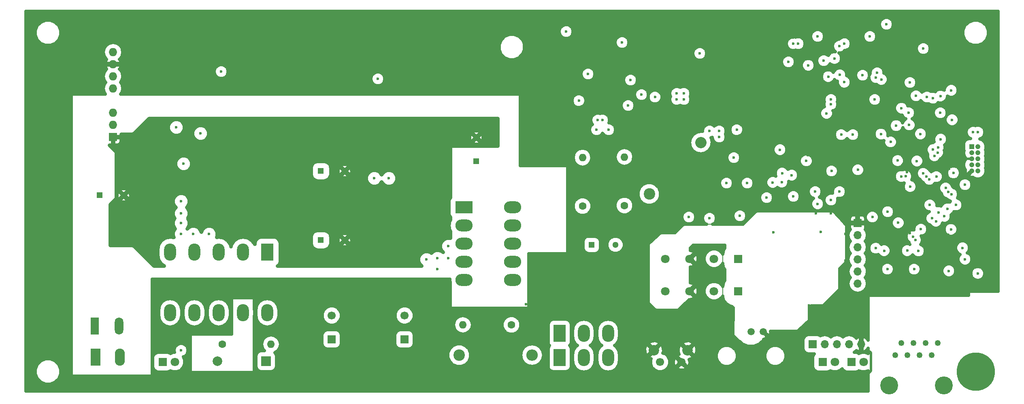
<source format=gbr>
G04 #@! TF.FileFunction,Copper,L2,Inr,Signal*
%FSLAX46Y46*%
G04 Gerber Fmt 4.6, Leading zero omitted, Abs format (unit mm)*
G04 Created by KiCad (PCBNEW 4.0.2-stable) date 5/1/2017 12:34:54 AM*
%MOMM*%
G01*
G04 APERTURE LIST*
%ADD10C,0.100000*%
%ADD11C,1.998980*%
%ADD12R,1.998980X1.998980*%
%ADD13R,1.300000X1.300000*%
%ADD14C,1.300000*%
%ADD15C,1.700000*%
%ADD16R,1.700000X1.700000*%
%ADD17R,1.727200X1.727200*%
%ADD18O,1.727200X1.727200*%
%ADD19O,3.600000X2.500000*%
%ADD20R,3.600000X2.500000*%
%ADD21O,2.500000X3.600000*%
%ADD22R,2.500000X3.600000*%
%ADD23C,1.600000*%
%ADD24O,1.600000X1.600000*%
%ADD25C,2.400000*%
%ADD26O,2.400000X2.400000*%
%ADD27C,2.400000*%
%ADD28C,3.750000*%
%ADD29C,1.250000*%
%ADD30R,2.100000X3.600000*%
%ADD31O,2.100000X3.600000*%
%ADD32O,1.700000X1.700000*%
%ADD33R,1.050000X1.050000*%
%ADD34C,1.050000*%
%ADD35C,8.000000*%
%ADD36R,1.800000X1.800000*%
%ADD37C,1.800000*%
%ADD38R,1.800000X3.600000*%
%ADD39O,1.800000X3.600000*%
%ADD40C,2.200000*%
%ADD41C,1.500000*%
%ADD42C,0.600000*%
%ADD43C,0.180000*%
%ADD44C,0.500000*%
%ADD45C,0.800000*%
%ADD46C,0.700000*%
G04 APERTURE END LIST*
D10*
D11*
X156464000Y-226824540D03*
D12*
X166624000Y-226824540D03*
D13*
X131826000Y-192024000D03*
D14*
X136826000Y-192024000D03*
D13*
X234696000Y-202438000D03*
D14*
X239696000Y-202438000D03*
D13*
X210566000Y-184912000D03*
D14*
X210566000Y-179912000D03*
D15*
X180340000Y-217250000D03*
D16*
X180340000Y-222250000D03*
D15*
X195580000Y-217250000D03*
D16*
X195580000Y-222250000D03*
D13*
X178054000Y-201422000D03*
D14*
X183054000Y-201422000D03*
D17*
X134620000Y-179832000D03*
D18*
X134620000Y-177292000D03*
X134620000Y-174752000D03*
X134620000Y-169672000D03*
X134620000Y-167132000D03*
X134620000Y-164592000D03*
X134620000Y-162052000D03*
D19*
X208026000Y-209804000D03*
X208026000Y-205994000D03*
X218186000Y-209804000D03*
X218186000Y-205994000D03*
X208026000Y-202184000D03*
X208026000Y-198374000D03*
D20*
X208026000Y-194564000D03*
D19*
X218186000Y-194564000D03*
X218186000Y-198374000D03*
X218186000Y-202184000D03*
D21*
X146558000Y-203962000D03*
X151638000Y-203962000D03*
X146558000Y-216662000D03*
X151638000Y-216662000D03*
X156718000Y-203962000D03*
X161798000Y-203962000D03*
D22*
X166878000Y-203962000D03*
D21*
X166878000Y-216662000D03*
X161798000Y-216662000D03*
X156718000Y-216662000D03*
D23*
X217932000Y-219202000D03*
D24*
X207772000Y-219202000D03*
D25*
X207010000Y-225552000D03*
D26*
X222250000Y-225552000D03*
D23*
X157480000Y-223266000D03*
D24*
X167640000Y-223266000D03*
D25*
X246761000Y-191770000D03*
D27*
X257537307Y-180993693D02*
X257537307Y-180993693D01*
D23*
X232791000Y-194310000D03*
D24*
X232791000Y-184150000D03*
D23*
X241554000Y-194183000D03*
D24*
X241554000Y-184023000D03*
D28*
X308356000Y-231902000D03*
D29*
X299466000Y-223012000D03*
D28*
X296924000Y-231902000D03*
D29*
X302006000Y-223012000D03*
X304546000Y-223012000D03*
X307086000Y-223012000D03*
X298196000Y-225552000D03*
X300736000Y-225552000D03*
X303276000Y-225552000D03*
X305816000Y-225552000D03*
D30*
X131000000Y-226000000D03*
D31*
X136080000Y-226000000D03*
D21*
X238160000Y-226080000D03*
X233080000Y-226080000D03*
D22*
X228000000Y-226080000D03*
X228000000Y-221000000D03*
D21*
X233080000Y-221000000D03*
X238160000Y-221000000D03*
D16*
X280924000Y-223266000D03*
D32*
X283464000Y-223266000D03*
X286004000Y-223266000D03*
X288544000Y-223266000D03*
X291084000Y-223266000D03*
D16*
X290322000Y-197866000D03*
D32*
X290322000Y-200406000D03*
X290322000Y-202946000D03*
X290322000Y-205486000D03*
X290322000Y-208026000D03*
X290322000Y-210566000D03*
D33*
X314198000Y-181864000D03*
D34*
X314198000Y-183134000D03*
X314198000Y-184404000D03*
X314198000Y-185674000D03*
X314198000Y-186944000D03*
X315468000Y-183134000D03*
X315468000Y-184404000D03*
X315468000Y-185674000D03*
X315468000Y-186944000D03*
X315468000Y-181864000D03*
D35*
X315000000Y-229000000D03*
D36*
X289000000Y-227000000D03*
D37*
X291540000Y-227000000D03*
D36*
X283000000Y-227000000D03*
D37*
X285540000Y-227000000D03*
D36*
X145000000Y-227000000D03*
D37*
X147540000Y-227000000D03*
D13*
X178054000Y-186944000D03*
D14*
X183054000Y-186944000D03*
D38*
X130810000Y-219456000D03*
D39*
X135890000Y-219456000D03*
D40*
X247750000Y-224500000D03*
X254750000Y-224500000D03*
D15*
X249000000Y-227000000D03*
X253500000Y-227000000D03*
D37*
X260286500Y-212153500D03*
X255206500Y-212153500D03*
X250126500Y-212153500D03*
D36*
X265366500Y-212153500D03*
D37*
X260286500Y-205359000D03*
X255206500Y-205359000D03*
X250126500Y-205359000D03*
D36*
X265366500Y-205359000D03*
D41*
X268000000Y-220620000D03*
X270540000Y-220620000D03*
D42*
X284734000Y-193040000D03*
X282638500Y-199707500D03*
X269240000Y-189230000D03*
X307848000Y-164592000D03*
X196596000Y-169164000D03*
X219964000Y-170688000D03*
X219964000Y-183388000D03*
X246532400Y-208508600D03*
X262128000Y-187706000D03*
X268986000Y-193294000D03*
X276860000Y-159004000D03*
X274828000Y-162052000D03*
X277876000Y-164338000D03*
X255524000Y-164846000D03*
X258826000Y-159258000D03*
X258064000Y-158496000D03*
X263652000Y-163576000D03*
X243332000Y-158496000D03*
X243332000Y-161798000D03*
X240792000Y-162560000D03*
X295554400Y-183261000D03*
X295173400Y-180949600D03*
X317500000Y-192278000D03*
X238506000Y-165354000D03*
X313436000Y-208280000D03*
X312623200Y-207264000D03*
X296926002Y-171195998D03*
X289306000Y-156972000D03*
X305816000Y-174498000D03*
X294970200Y-184835800D03*
X279400000Y-229362000D03*
X309372000Y-209296000D03*
X301193200Y-199948800D03*
X305816000Y-205486000D03*
X309473600Y-186537600D03*
X300609000Y-187172600D03*
X298246800Y-189560200D03*
X296291000Y-199593200D03*
X309245000Y-200355200D03*
X300431200Y-199593200D03*
X291084000Y-163576000D03*
X302006000Y-163576000D03*
X317855600Y-199632000D03*
X313131200Y-198120000D03*
X288544000Y-167386000D03*
X282956000Y-187452000D03*
X247186660Y-182924660D03*
X251206000Y-195580000D03*
X251460000Y-198882000D03*
X251460000Y-197104000D03*
X250952000Y-194310000D03*
X246634000Y-215646000D03*
X248158000Y-200914000D03*
X253238000Y-198882000D03*
X260604000Y-198120000D03*
X268224000Y-196342000D03*
X274828000Y-195326000D03*
X287782000Y-200152000D03*
X287782000Y-205740000D03*
X286512000Y-211582000D03*
X280162000Y-215138000D03*
X277876000Y-220472000D03*
X279908000Y-183642000D03*
X280289000Y-180467000D03*
X280797000Y-184150000D03*
X236982000Y-174371000D03*
X236982000Y-172085000D03*
X279527000Y-186563000D03*
X237490000Y-185166000D03*
X236728000Y-185166000D03*
X220980000Y-214884000D03*
X223520000Y-214884000D03*
X219964000Y-216154000D03*
X224409000Y-216154000D03*
X222250000Y-215011000D03*
X194310000Y-213360000D03*
X192786000Y-212344000D03*
X193294000Y-213360000D03*
X195326000Y-213360000D03*
X194818000Y-212344000D03*
X193802000Y-212344000D03*
X195834000Y-212344000D03*
X281559000Y-195834000D03*
X284734000Y-195834000D03*
X276517100Y-187833000D03*
X284734000Y-172974000D03*
X241046000Y-160020000D03*
X276860000Y-192278000D03*
X284734000Y-171958000D03*
X298361100Y-177457100D03*
X289306000Y-179324000D03*
X275844000Y-164084000D03*
X286512000Y-191262000D03*
X295198800Y-179222402D03*
X286893000Y-179324000D03*
X274535900Y-187413900D03*
X233934000Y-166624000D03*
X284175200Y-167208202D03*
X306070000Y-171704000D03*
X264414000Y-184150000D03*
X274066000Y-182499000D03*
X236982000Y-176276000D03*
X235966000Y-176276000D03*
X257302000Y-162306000D03*
X272542000Y-189357000D03*
X147828000Y-177800000D03*
X172212000Y-193548000D03*
X189738000Y-203962000D03*
X189738000Y-205232000D03*
X188976000Y-204724000D03*
X188976000Y-202946000D03*
X190754000Y-203454000D03*
X190754000Y-204724000D03*
X190246000Y-202692000D03*
X195072000Y-177292000D03*
X195580000Y-176784000D03*
X194564000Y-176784000D03*
X196088000Y-177292000D03*
X196596000Y-176784000D03*
X172212000Y-192532000D03*
X170942000Y-193548000D03*
X172212000Y-191516000D03*
X170942000Y-192532000D03*
X170942000Y-191516000D03*
X169672000Y-192532000D03*
X169672000Y-193548000D03*
X169672000Y-191516000D03*
X148590000Y-188214000D03*
X147066000Y-188468000D03*
X149352000Y-188976000D03*
X147828000Y-187706000D03*
X148082000Y-188976000D03*
X149352000Y-187960000D03*
X148590000Y-189738000D03*
X188976000Y-205994000D03*
X190754000Y-205740000D03*
X194056000Y-181356000D03*
X194056000Y-182372000D03*
X298678600Y-184772300D03*
X281940000Y-193852800D03*
X305308000Y-188722000D03*
X304038000Y-187452000D03*
X304673000Y-188087000D03*
X314452000Y-178816000D03*
X229362000Y-157734000D03*
X277876000Y-160274000D03*
X276860000Y-160274000D03*
X292862000Y-158750000D03*
X281940000Y-158750000D03*
X303530000Y-199136000D03*
X315468000Y-178816000D03*
X309372000Y-207899000D03*
X302133000Y-207518000D03*
X296545000Y-207518000D03*
X296341800Y-156210000D03*
X297206620Y-180873400D03*
X309118000Y-194881500D03*
X306781200Y-188137800D03*
X255016000Y-196596000D03*
X259334000Y-196850000D03*
X261366000Y-179832000D03*
X261366000Y-178562000D03*
X259334000Y-178562000D03*
X254000000Y-170688000D03*
X254000000Y-171958000D03*
X252476000Y-170688000D03*
X252476000Y-171958000D03*
X290347400Y-186715400D03*
X279590500Y-184835800D03*
X304038000Y-161290000D03*
X307670200Y-180301900D03*
X295287700Y-167767000D03*
X309880000Y-170053000D03*
X305841400Y-196862700D03*
X307200300Y-195668900D03*
X310070500Y-176237900D03*
X306057300Y-182486300D03*
X247942100Y-171475400D03*
X154686000Y-200152000D03*
X151384000Y-200152000D03*
X148844000Y-200152000D03*
X148844000Y-197866000D03*
X148844000Y-195834000D03*
X148844000Y-193294000D03*
X307594000Y-174752000D03*
X309829200Y-199199500D03*
X312762900Y-205460600D03*
X307111400Y-182041800D03*
X308444900Y-196456300D03*
X312750200Y-189826900D03*
X312242200Y-203073000D03*
X294106600Y-203136500D03*
X302387000Y-201422000D03*
X295859200Y-203669900D03*
X300685200Y-203657200D03*
X306374800Y-183781700D03*
X262890000Y-189484000D03*
X274459700Y-189306200D03*
X307060600Y-183095900D03*
X265684000Y-196342000D03*
X310362600Y-187363100D03*
X299466000Y-173799500D03*
X245109994Y-170942000D03*
X265049000Y-178308000D03*
X301294800Y-190233300D03*
X309968900Y-191846200D03*
X267208000Y-189484000D03*
X279984200Y-164820600D03*
X309232300Y-191350900D03*
X308724300Y-190538100D03*
X291338000Y-166878000D03*
X315442600Y-208432400D03*
X148844000Y-224536000D03*
X293878000Y-171958000D03*
X300355000Y-188036200D03*
X235712000Y-178308000D03*
X238252000Y-178308000D03*
X302514000Y-171196000D03*
X242316000Y-173228000D03*
X300990000Y-174752000D03*
X304800000Y-171450000D03*
X232029000Y-172212000D03*
X242824000Y-167894000D03*
X302704500Y-184873900D03*
X298805600Y-197815200D03*
X301244000Y-168402000D03*
X294132000Y-167386000D03*
X301091600Y-177317400D03*
X283819600Y-174879000D03*
X287515300Y-168351200D03*
X299415200Y-188112400D03*
X149352000Y-185420000D03*
X152908000Y-179070000D03*
X281432000Y-191262000D03*
X303441100Y-179197000D03*
X284861000Y-186944000D03*
X303022000Y-203708000D03*
X301879000Y-200710800D03*
X310896000Y-194081400D03*
X294386000Y-166370000D03*
X307632100Y-171259500D03*
X306705000Y-197497700D03*
X157226000Y-166116000D03*
X286512000Y-160782000D03*
X283210000Y-163830000D03*
X293395400Y-196621400D03*
X285483300Y-163385500D03*
X296595800Y-195491100D03*
X305409600Y-194068700D03*
X286588200Y-166827200D03*
X271272000Y-192532000D03*
X272732500Y-199771000D03*
X192278000Y-188468000D03*
X189230000Y-188468000D03*
X202438000Y-207518000D03*
X202438000Y-205232000D03*
X204724000Y-205232000D03*
X204724000Y-202692000D03*
X200152000Y-205486000D03*
X287528000Y-160274000D03*
X189992000Y-167640000D03*
D43*
X260604000Y-198120000D02*
X266446000Y-198120000D01*
X266446000Y-198120000D02*
X268224000Y-196342000D01*
X253238000Y-198882000D02*
X254000000Y-198120000D01*
X254000000Y-198120000D02*
X260604000Y-198120000D01*
X255206500Y-205359000D02*
X255206500Y-205041500D01*
X255206500Y-205041500D02*
X257302000Y-202946000D01*
X257302000Y-202946000D02*
X261112000Y-202946000D01*
X261112000Y-202946000D02*
X262128000Y-203962000D01*
X262128000Y-203962000D02*
X262128000Y-213360000D01*
X262128000Y-213360000D02*
X260858000Y-214630000D01*
X260858000Y-214630000D02*
X257302000Y-214630000D01*
X257302000Y-214630000D02*
X255206500Y-212534500D01*
X255206500Y-212534500D02*
X255206500Y-212153500D01*
D44*
X292608000Y-229362000D02*
X279400000Y-229362000D01*
X291084000Y-223266000D02*
X291084000Y-224790000D01*
X291084000Y-224790000D02*
X292862000Y-224790000D01*
X292862000Y-224790000D02*
X293116000Y-225044000D01*
X293116000Y-225044000D02*
X293116000Y-228854000D01*
X293116000Y-228854000D02*
X292608000Y-229362000D01*
X309372000Y-209296000D02*
X309626000Y-209296000D01*
X309626000Y-209296000D02*
X310388000Y-210058000D01*
X310388000Y-210058000D02*
X311150000Y-210058000D01*
X311150000Y-210058000D02*
X312623200Y-208584800D01*
X312623200Y-208584800D02*
X312623200Y-207264000D01*
X309473600Y-186537600D02*
X309473600Y-185064400D01*
X309473600Y-185064400D02*
X310134000Y-184404000D01*
X310134000Y-184404000D02*
X312166000Y-184404000D01*
X291084000Y-163576000D02*
X291084000Y-163830000D01*
X291084000Y-163830000D02*
X288544000Y-166370000D01*
X288544000Y-166370000D02*
X288544000Y-167386000D01*
X276860000Y-159004000D02*
X276860000Y-158750000D01*
X276860000Y-158750000D02*
X276352000Y-158242000D01*
X276352000Y-158242000D02*
X275844000Y-158242000D01*
X275844000Y-158242000D02*
X274828000Y-159258000D01*
X274828000Y-159258000D02*
X274828000Y-162052000D01*
D43*
X301193200Y-199948800D02*
X300786800Y-199948800D01*
X300786800Y-199948800D02*
X300431200Y-199593200D01*
X298246800Y-189560200D02*
X298246800Y-187020200D01*
X298246800Y-187020200D02*
X298831000Y-186436000D01*
X298831000Y-186436000D02*
X299872400Y-186436000D01*
X299872400Y-186436000D02*
X300609000Y-187172600D01*
D44*
X314198000Y-184404000D02*
X312166000Y-184404000D01*
X312166000Y-184404000D02*
X312420000Y-184658000D01*
X312420000Y-184658000D02*
X312420000Y-187452000D01*
X312420000Y-187452000D02*
X312928000Y-187960000D01*
X312928000Y-187960000D02*
X313182000Y-187960000D01*
X313182000Y-187960000D02*
X314198000Y-186944000D01*
D45*
G36*
X214992000Y-181718000D02*
X205486000Y-181718000D01*
X205330378Y-181749514D01*
X205199277Y-181839092D01*
X205113356Y-181972617D01*
X205086000Y-182118000D01*
X205086000Y-192502580D01*
X204911034Y-192758651D01*
X204798573Y-193314000D01*
X204798573Y-195814000D01*
X204896194Y-196332809D01*
X205086000Y-196627776D01*
X205086000Y-197178840D01*
X204965027Y-197359889D01*
X204763308Y-198374000D01*
X204965027Y-199388111D01*
X205086000Y-199569160D01*
X205086000Y-200988840D01*
X205079335Y-200998815D01*
X205063634Y-200992296D01*
X204387333Y-200991706D01*
X203762285Y-201249970D01*
X203283650Y-201727770D01*
X203024296Y-202352366D01*
X203023706Y-203028667D01*
X203281970Y-203653715D01*
X203589836Y-203962119D01*
X203581103Y-203970836D01*
X203402230Y-203791650D01*
X202777634Y-203532296D01*
X202101333Y-203531706D01*
X201476285Y-203789970D01*
X201168103Y-204097614D01*
X201116230Y-204045650D01*
X200491634Y-203786296D01*
X199815333Y-203785706D01*
X199190285Y-204043970D01*
X198711650Y-204521770D01*
X198452296Y-205146366D01*
X198451706Y-205822667D01*
X198709970Y-206447715D01*
X199125529Y-206864000D01*
X169000830Y-206864000D01*
X169123303Y-206785191D01*
X169442966Y-206317349D01*
X169555427Y-205762000D01*
X169555427Y-202162000D01*
X169457806Y-201643191D01*
X169151191Y-201166697D01*
X168683349Y-200847034D01*
X168312821Y-200772000D01*
X175976573Y-200772000D01*
X175976573Y-202072000D01*
X176074194Y-202590809D01*
X176380809Y-203067303D01*
X176848651Y-203386966D01*
X177404000Y-203499427D01*
X178704000Y-203499427D01*
X179222809Y-203401806D01*
X179699303Y-203095191D01*
X180018966Y-202627349D01*
X180066238Y-202393911D01*
X182223510Y-202393911D01*
X182267906Y-202674096D01*
X182806900Y-202879612D01*
X183383513Y-202863218D01*
X183840094Y-202674096D01*
X183884490Y-202393911D01*
X183054000Y-201563421D01*
X182223510Y-202393911D01*
X180066238Y-202393911D01*
X180131427Y-202072000D01*
X180131427Y-201174900D01*
X181596388Y-201174900D01*
X181612782Y-201751513D01*
X181801904Y-202208094D01*
X182082089Y-202252490D01*
X182912579Y-201422000D01*
X183195421Y-201422000D01*
X184025911Y-202252490D01*
X184306096Y-202208094D01*
X184511612Y-201669100D01*
X184495218Y-201092487D01*
X184306096Y-200635906D01*
X184025911Y-200591510D01*
X183195421Y-201422000D01*
X182912579Y-201422000D01*
X182082089Y-200591510D01*
X181801904Y-200635906D01*
X181596388Y-201174900D01*
X180131427Y-201174900D01*
X180131427Y-200772000D01*
X180070856Y-200450089D01*
X182223510Y-200450089D01*
X183054000Y-201280579D01*
X183884490Y-200450089D01*
X183840094Y-200169904D01*
X183301100Y-199964388D01*
X182724487Y-199980782D01*
X182267906Y-200169904D01*
X182223510Y-200450089D01*
X180070856Y-200450089D01*
X180033806Y-200253191D01*
X179727191Y-199776697D01*
X179259349Y-199457034D01*
X178704000Y-199344573D01*
X177404000Y-199344573D01*
X176885191Y-199442194D01*
X176408697Y-199748809D01*
X176089034Y-200216651D01*
X175976573Y-200772000D01*
X168312821Y-200772000D01*
X168128000Y-200734573D01*
X165628000Y-200734573D01*
X165109191Y-200832194D01*
X164632697Y-201138809D01*
X164313034Y-201606651D01*
X164200573Y-202162000D01*
X164200573Y-202266790D01*
X163671833Y-201475475D01*
X162812111Y-200901027D01*
X161798000Y-200699308D01*
X160783889Y-200901027D01*
X159924167Y-201475475D01*
X159349719Y-202335197D01*
X159258000Y-202796300D01*
X159166281Y-202335197D01*
X158591833Y-201475475D01*
X157732111Y-200901027D01*
X156718000Y-200699308D01*
X156261790Y-200790054D01*
X156385704Y-200491634D01*
X156386294Y-199815333D01*
X156128030Y-199190285D01*
X155650230Y-198711650D01*
X155025634Y-198452296D01*
X154349333Y-198451706D01*
X153724285Y-198709970D01*
X153245650Y-199187770D01*
X153034801Y-199695552D01*
X152826030Y-199190285D01*
X152348230Y-198711650D01*
X151723634Y-198452296D01*
X151047333Y-198451706D01*
X150422285Y-198709970D01*
X150113881Y-199017836D01*
X150105164Y-199009103D01*
X150284350Y-198830230D01*
X150543704Y-198205634D01*
X150544294Y-197529333D01*
X150286030Y-196904285D01*
X150232164Y-196850325D01*
X150284350Y-196798230D01*
X150543704Y-196173634D01*
X150544294Y-195497333D01*
X150286030Y-194872285D01*
X149978164Y-194563881D01*
X150284350Y-194258230D01*
X150543704Y-193633634D01*
X150544294Y-192957333D01*
X150286030Y-192332285D01*
X149808230Y-191853650D01*
X149183634Y-191594296D01*
X148507333Y-191593706D01*
X147882285Y-191851970D01*
X147403650Y-192329770D01*
X147144296Y-192954366D01*
X147143706Y-193630667D01*
X147401970Y-194255715D01*
X147709836Y-194564119D01*
X147403650Y-194869770D01*
X147144296Y-195494366D01*
X147143706Y-196170667D01*
X147401970Y-196795715D01*
X147455836Y-196849675D01*
X147403650Y-196901770D01*
X147144296Y-197526366D01*
X147143706Y-198202667D01*
X147401970Y-198827715D01*
X147582836Y-199008897D01*
X147403650Y-199187770D01*
X147144296Y-199812366D01*
X147143706Y-200488667D01*
X147290984Y-200845107D01*
X146558000Y-200699308D01*
X145543889Y-200901027D01*
X144684167Y-201475475D01*
X144109719Y-202335197D01*
X143908000Y-203349308D01*
X143908000Y-204574692D01*
X144109719Y-205588803D01*
X144684167Y-206448525D01*
X145305969Y-206864000D01*
X143167686Y-206864000D01*
X138966843Y-202663157D01*
X138834517Y-202575400D01*
X138684000Y-202546000D01*
X134004000Y-202546000D01*
X134004000Y-193967686D01*
X134975775Y-192995911D01*
X135995510Y-192995911D01*
X136039906Y-193276096D01*
X136578900Y-193481612D01*
X137155513Y-193465218D01*
X137612094Y-193276096D01*
X137656490Y-192995911D01*
X136826000Y-192165421D01*
X135995510Y-192995911D01*
X134975775Y-192995911D01*
X135156843Y-192814843D01*
X135244600Y-192682517D01*
X135274000Y-192532000D01*
X135274000Y-191776900D01*
X135368388Y-191776900D01*
X135384782Y-192353513D01*
X135573904Y-192810094D01*
X135854089Y-192854490D01*
X136684579Y-192024000D01*
X136967421Y-192024000D01*
X137797911Y-192854490D01*
X138078096Y-192810094D01*
X138283612Y-192271100D01*
X138267218Y-191694487D01*
X138078096Y-191237906D01*
X137797911Y-191193510D01*
X136967421Y-192024000D01*
X136684579Y-192024000D01*
X135854089Y-191193510D01*
X135573904Y-191237906D01*
X135368388Y-191776900D01*
X135274000Y-191776900D01*
X135274000Y-191052089D01*
X135995510Y-191052089D01*
X136826000Y-191882579D01*
X137656490Y-191052089D01*
X137612094Y-190771904D01*
X137073100Y-190566388D01*
X136496487Y-190582782D01*
X136039906Y-190771904D01*
X135995510Y-191052089D01*
X135274000Y-191052089D01*
X135274000Y-185756667D01*
X147651706Y-185756667D01*
X147909970Y-186381715D01*
X148387770Y-186860350D01*
X149012366Y-187119704D01*
X149688667Y-187120294D01*
X150313715Y-186862030D01*
X150792350Y-186384230D01*
X150829816Y-186294000D01*
X175976573Y-186294000D01*
X175976573Y-187594000D01*
X176074194Y-188112809D01*
X176380809Y-188589303D01*
X176848651Y-188908966D01*
X177404000Y-189021427D01*
X178704000Y-189021427D01*
X179222809Y-188923806D01*
X179407956Y-188804667D01*
X187529706Y-188804667D01*
X187787970Y-189429715D01*
X188265770Y-189908350D01*
X188890366Y-190167704D01*
X189566667Y-190168294D01*
X190191715Y-189910030D01*
X190670350Y-189432230D01*
X190753885Y-189231054D01*
X190835970Y-189429715D01*
X191313770Y-189908350D01*
X191938366Y-190167704D01*
X192614667Y-190168294D01*
X193239715Y-189910030D01*
X193718350Y-189432230D01*
X193977704Y-188807634D01*
X193978294Y-188131333D01*
X193720030Y-187506285D01*
X193242230Y-187027650D01*
X192617634Y-186768296D01*
X191941333Y-186767706D01*
X191316285Y-187025970D01*
X190837650Y-187503770D01*
X190754115Y-187704946D01*
X190672030Y-187506285D01*
X190194230Y-187027650D01*
X189569634Y-186768296D01*
X188893333Y-186767706D01*
X188268285Y-187025970D01*
X187789650Y-187503770D01*
X187530296Y-188128366D01*
X187529706Y-188804667D01*
X179407956Y-188804667D01*
X179699303Y-188617191D01*
X180018966Y-188149349D01*
X180066238Y-187915911D01*
X182223510Y-187915911D01*
X182267906Y-188196096D01*
X182806900Y-188401612D01*
X183383513Y-188385218D01*
X183840094Y-188196096D01*
X183884490Y-187915911D01*
X183054000Y-187085421D01*
X182223510Y-187915911D01*
X180066238Y-187915911D01*
X180131427Y-187594000D01*
X180131427Y-186696900D01*
X181596388Y-186696900D01*
X181612782Y-187273513D01*
X181801904Y-187730094D01*
X182082089Y-187774490D01*
X182912579Y-186944000D01*
X183195421Y-186944000D01*
X184025911Y-187774490D01*
X184306096Y-187730094D01*
X184511612Y-187191100D01*
X184495218Y-186614487D01*
X184306096Y-186157906D01*
X184025911Y-186113510D01*
X183195421Y-186944000D01*
X182912579Y-186944000D01*
X182082089Y-186113510D01*
X181801904Y-186157906D01*
X181596388Y-186696900D01*
X180131427Y-186696900D01*
X180131427Y-186294000D01*
X180070856Y-185972089D01*
X182223510Y-185972089D01*
X183054000Y-186802579D01*
X183884490Y-185972089D01*
X183840094Y-185691904D01*
X183301100Y-185486388D01*
X182724487Y-185502782D01*
X182267906Y-185691904D01*
X182223510Y-185972089D01*
X180070856Y-185972089D01*
X180033806Y-185775191D01*
X179727191Y-185298697D01*
X179259349Y-184979034D01*
X178704000Y-184866573D01*
X177404000Y-184866573D01*
X176885191Y-184964194D01*
X176408697Y-185270809D01*
X176089034Y-185738651D01*
X175976573Y-186294000D01*
X150829816Y-186294000D01*
X151051704Y-185759634D01*
X151052294Y-185083333D01*
X150794030Y-184458285D01*
X150316230Y-183979650D01*
X149691634Y-183720296D01*
X149015333Y-183719706D01*
X148390285Y-183977970D01*
X147911650Y-184455770D01*
X147652296Y-185080366D01*
X147651706Y-185756667D01*
X135274000Y-185756667D01*
X135274000Y-183134000D01*
X135242486Y-182978378D01*
X135156843Y-182851157D01*
X133801286Y-181495600D01*
X134320000Y-181495600D01*
X134520000Y-181295600D01*
X134520000Y-179932000D01*
X134720000Y-179932000D01*
X134720000Y-181295600D01*
X134920000Y-181495600D01*
X135642730Y-181495600D01*
X135936764Y-181373807D01*
X136161807Y-181148764D01*
X136271512Y-180883911D01*
X209735510Y-180883911D01*
X209779906Y-181164096D01*
X210318900Y-181369612D01*
X210895513Y-181353218D01*
X211352094Y-181164096D01*
X211396490Y-180883911D01*
X210566000Y-180053421D01*
X209735510Y-180883911D01*
X136271512Y-180883911D01*
X136283600Y-180854730D01*
X136283600Y-180132000D01*
X136083600Y-179932000D01*
X134720000Y-179932000D01*
X134520000Y-179932000D01*
X134500000Y-179932000D01*
X134500000Y-179732000D01*
X134520000Y-179732000D01*
X134520000Y-179712000D01*
X134720000Y-179712000D01*
X134720000Y-179732000D01*
X136083600Y-179732000D01*
X136283600Y-179532000D01*
X136283600Y-179216000D01*
X138684000Y-179216000D01*
X138839622Y-179184486D01*
X138966843Y-179098843D01*
X139929019Y-178136667D01*
X146127706Y-178136667D01*
X146385970Y-178761715D01*
X146863770Y-179240350D01*
X147488366Y-179499704D01*
X148164667Y-179500294D01*
X148391262Y-179406667D01*
X151207706Y-179406667D01*
X151465970Y-180031715D01*
X151943770Y-180510350D01*
X152568366Y-180769704D01*
X153244667Y-180770294D01*
X153869715Y-180512030D01*
X154348350Y-180034230D01*
X154501708Y-179664900D01*
X209108388Y-179664900D01*
X209124782Y-180241513D01*
X209313904Y-180698094D01*
X209594089Y-180742490D01*
X210424579Y-179912000D01*
X210707421Y-179912000D01*
X211537911Y-180742490D01*
X211818096Y-180698094D01*
X212023612Y-180159100D01*
X212007218Y-179582487D01*
X211818096Y-179125906D01*
X211537911Y-179081510D01*
X210707421Y-179912000D01*
X210424579Y-179912000D01*
X209594089Y-179081510D01*
X209313904Y-179125906D01*
X209108388Y-179664900D01*
X154501708Y-179664900D01*
X154607704Y-179409634D01*
X154608113Y-178940089D01*
X209735510Y-178940089D01*
X210566000Y-179770579D01*
X211396490Y-178940089D01*
X211352094Y-178659904D01*
X210813100Y-178454388D01*
X210236487Y-178470782D01*
X209779906Y-178659904D01*
X209735510Y-178940089D01*
X154608113Y-178940089D01*
X154608294Y-178733333D01*
X154350030Y-178108285D01*
X153872230Y-177629650D01*
X153247634Y-177370296D01*
X152571333Y-177369706D01*
X151946285Y-177627970D01*
X151467650Y-178105770D01*
X151208296Y-178730366D01*
X151207706Y-179406667D01*
X148391262Y-179406667D01*
X148789715Y-179242030D01*
X149268350Y-178764230D01*
X149527704Y-178139634D01*
X149528294Y-177463333D01*
X149270030Y-176838285D01*
X148792230Y-176359650D01*
X148167634Y-176100296D01*
X147491333Y-176099706D01*
X146866285Y-176357970D01*
X146387650Y-176835770D01*
X146128296Y-177460366D01*
X146127706Y-178136667D01*
X139929019Y-178136667D01*
X142151686Y-175914000D01*
X214992000Y-175914000D01*
X214992000Y-181718000D01*
X214992000Y-181718000D01*
G37*
X214992000Y-181718000D02*
X205486000Y-181718000D01*
X205330378Y-181749514D01*
X205199277Y-181839092D01*
X205113356Y-181972617D01*
X205086000Y-182118000D01*
X205086000Y-192502580D01*
X204911034Y-192758651D01*
X204798573Y-193314000D01*
X204798573Y-195814000D01*
X204896194Y-196332809D01*
X205086000Y-196627776D01*
X205086000Y-197178840D01*
X204965027Y-197359889D01*
X204763308Y-198374000D01*
X204965027Y-199388111D01*
X205086000Y-199569160D01*
X205086000Y-200988840D01*
X205079335Y-200998815D01*
X205063634Y-200992296D01*
X204387333Y-200991706D01*
X203762285Y-201249970D01*
X203283650Y-201727770D01*
X203024296Y-202352366D01*
X203023706Y-203028667D01*
X203281970Y-203653715D01*
X203589836Y-203962119D01*
X203581103Y-203970836D01*
X203402230Y-203791650D01*
X202777634Y-203532296D01*
X202101333Y-203531706D01*
X201476285Y-203789970D01*
X201168103Y-204097614D01*
X201116230Y-204045650D01*
X200491634Y-203786296D01*
X199815333Y-203785706D01*
X199190285Y-204043970D01*
X198711650Y-204521770D01*
X198452296Y-205146366D01*
X198451706Y-205822667D01*
X198709970Y-206447715D01*
X199125529Y-206864000D01*
X169000830Y-206864000D01*
X169123303Y-206785191D01*
X169442966Y-206317349D01*
X169555427Y-205762000D01*
X169555427Y-202162000D01*
X169457806Y-201643191D01*
X169151191Y-201166697D01*
X168683349Y-200847034D01*
X168312821Y-200772000D01*
X175976573Y-200772000D01*
X175976573Y-202072000D01*
X176074194Y-202590809D01*
X176380809Y-203067303D01*
X176848651Y-203386966D01*
X177404000Y-203499427D01*
X178704000Y-203499427D01*
X179222809Y-203401806D01*
X179699303Y-203095191D01*
X180018966Y-202627349D01*
X180066238Y-202393911D01*
X182223510Y-202393911D01*
X182267906Y-202674096D01*
X182806900Y-202879612D01*
X183383513Y-202863218D01*
X183840094Y-202674096D01*
X183884490Y-202393911D01*
X183054000Y-201563421D01*
X182223510Y-202393911D01*
X180066238Y-202393911D01*
X180131427Y-202072000D01*
X180131427Y-201174900D01*
X181596388Y-201174900D01*
X181612782Y-201751513D01*
X181801904Y-202208094D01*
X182082089Y-202252490D01*
X182912579Y-201422000D01*
X183195421Y-201422000D01*
X184025911Y-202252490D01*
X184306096Y-202208094D01*
X184511612Y-201669100D01*
X184495218Y-201092487D01*
X184306096Y-200635906D01*
X184025911Y-200591510D01*
X183195421Y-201422000D01*
X182912579Y-201422000D01*
X182082089Y-200591510D01*
X181801904Y-200635906D01*
X181596388Y-201174900D01*
X180131427Y-201174900D01*
X180131427Y-200772000D01*
X180070856Y-200450089D01*
X182223510Y-200450089D01*
X183054000Y-201280579D01*
X183884490Y-200450089D01*
X183840094Y-200169904D01*
X183301100Y-199964388D01*
X182724487Y-199980782D01*
X182267906Y-200169904D01*
X182223510Y-200450089D01*
X180070856Y-200450089D01*
X180033806Y-200253191D01*
X179727191Y-199776697D01*
X179259349Y-199457034D01*
X178704000Y-199344573D01*
X177404000Y-199344573D01*
X176885191Y-199442194D01*
X176408697Y-199748809D01*
X176089034Y-200216651D01*
X175976573Y-200772000D01*
X168312821Y-200772000D01*
X168128000Y-200734573D01*
X165628000Y-200734573D01*
X165109191Y-200832194D01*
X164632697Y-201138809D01*
X164313034Y-201606651D01*
X164200573Y-202162000D01*
X164200573Y-202266790D01*
X163671833Y-201475475D01*
X162812111Y-200901027D01*
X161798000Y-200699308D01*
X160783889Y-200901027D01*
X159924167Y-201475475D01*
X159349719Y-202335197D01*
X159258000Y-202796300D01*
X159166281Y-202335197D01*
X158591833Y-201475475D01*
X157732111Y-200901027D01*
X156718000Y-200699308D01*
X156261790Y-200790054D01*
X156385704Y-200491634D01*
X156386294Y-199815333D01*
X156128030Y-199190285D01*
X155650230Y-198711650D01*
X155025634Y-198452296D01*
X154349333Y-198451706D01*
X153724285Y-198709970D01*
X153245650Y-199187770D01*
X153034801Y-199695552D01*
X152826030Y-199190285D01*
X152348230Y-198711650D01*
X151723634Y-198452296D01*
X151047333Y-198451706D01*
X150422285Y-198709970D01*
X150113881Y-199017836D01*
X150105164Y-199009103D01*
X150284350Y-198830230D01*
X150543704Y-198205634D01*
X150544294Y-197529333D01*
X150286030Y-196904285D01*
X150232164Y-196850325D01*
X150284350Y-196798230D01*
X150543704Y-196173634D01*
X150544294Y-195497333D01*
X150286030Y-194872285D01*
X149978164Y-194563881D01*
X150284350Y-194258230D01*
X150543704Y-193633634D01*
X150544294Y-192957333D01*
X150286030Y-192332285D01*
X149808230Y-191853650D01*
X149183634Y-191594296D01*
X148507333Y-191593706D01*
X147882285Y-191851970D01*
X147403650Y-192329770D01*
X147144296Y-192954366D01*
X147143706Y-193630667D01*
X147401970Y-194255715D01*
X147709836Y-194564119D01*
X147403650Y-194869770D01*
X147144296Y-195494366D01*
X147143706Y-196170667D01*
X147401970Y-196795715D01*
X147455836Y-196849675D01*
X147403650Y-196901770D01*
X147144296Y-197526366D01*
X147143706Y-198202667D01*
X147401970Y-198827715D01*
X147582836Y-199008897D01*
X147403650Y-199187770D01*
X147144296Y-199812366D01*
X147143706Y-200488667D01*
X147290984Y-200845107D01*
X146558000Y-200699308D01*
X145543889Y-200901027D01*
X144684167Y-201475475D01*
X144109719Y-202335197D01*
X143908000Y-203349308D01*
X143908000Y-204574692D01*
X144109719Y-205588803D01*
X144684167Y-206448525D01*
X145305969Y-206864000D01*
X143167686Y-206864000D01*
X138966843Y-202663157D01*
X138834517Y-202575400D01*
X138684000Y-202546000D01*
X134004000Y-202546000D01*
X134004000Y-193967686D01*
X134975775Y-192995911D01*
X135995510Y-192995911D01*
X136039906Y-193276096D01*
X136578900Y-193481612D01*
X137155513Y-193465218D01*
X137612094Y-193276096D01*
X137656490Y-192995911D01*
X136826000Y-192165421D01*
X135995510Y-192995911D01*
X134975775Y-192995911D01*
X135156843Y-192814843D01*
X135244600Y-192682517D01*
X135274000Y-192532000D01*
X135274000Y-191776900D01*
X135368388Y-191776900D01*
X135384782Y-192353513D01*
X135573904Y-192810094D01*
X135854089Y-192854490D01*
X136684579Y-192024000D01*
X136967421Y-192024000D01*
X137797911Y-192854490D01*
X138078096Y-192810094D01*
X138283612Y-192271100D01*
X138267218Y-191694487D01*
X138078096Y-191237906D01*
X137797911Y-191193510D01*
X136967421Y-192024000D01*
X136684579Y-192024000D01*
X135854089Y-191193510D01*
X135573904Y-191237906D01*
X135368388Y-191776900D01*
X135274000Y-191776900D01*
X135274000Y-191052089D01*
X135995510Y-191052089D01*
X136826000Y-191882579D01*
X137656490Y-191052089D01*
X137612094Y-190771904D01*
X137073100Y-190566388D01*
X136496487Y-190582782D01*
X136039906Y-190771904D01*
X135995510Y-191052089D01*
X135274000Y-191052089D01*
X135274000Y-185756667D01*
X147651706Y-185756667D01*
X147909970Y-186381715D01*
X148387770Y-186860350D01*
X149012366Y-187119704D01*
X149688667Y-187120294D01*
X150313715Y-186862030D01*
X150792350Y-186384230D01*
X150829816Y-186294000D01*
X175976573Y-186294000D01*
X175976573Y-187594000D01*
X176074194Y-188112809D01*
X176380809Y-188589303D01*
X176848651Y-188908966D01*
X177404000Y-189021427D01*
X178704000Y-189021427D01*
X179222809Y-188923806D01*
X179407956Y-188804667D01*
X187529706Y-188804667D01*
X187787970Y-189429715D01*
X188265770Y-189908350D01*
X188890366Y-190167704D01*
X189566667Y-190168294D01*
X190191715Y-189910030D01*
X190670350Y-189432230D01*
X190753885Y-189231054D01*
X190835970Y-189429715D01*
X191313770Y-189908350D01*
X191938366Y-190167704D01*
X192614667Y-190168294D01*
X193239715Y-189910030D01*
X193718350Y-189432230D01*
X193977704Y-188807634D01*
X193978294Y-188131333D01*
X193720030Y-187506285D01*
X193242230Y-187027650D01*
X192617634Y-186768296D01*
X191941333Y-186767706D01*
X191316285Y-187025970D01*
X190837650Y-187503770D01*
X190754115Y-187704946D01*
X190672030Y-187506285D01*
X190194230Y-187027650D01*
X189569634Y-186768296D01*
X188893333Y-186767706D01*
X188268285Y-187025970D01*
X187789650Y-187503770D01*
X187530296Y-188128366D01*
X187529706Y-188804667D01*
X179407956Y-188804667D01*
X179699303Y-188617191D01*
X180018966Y-188149349D01*
X180066238Y-187915911D01*
X182223510Y-187915911D01*
X182267906Y-188196096D01*
X182806900Y-188401612D01*
X183383513Y-188385218D01*
X183840094Y-188196096D01*
X183884490Y-187915911D01*
X183054000Y-187085421D01*
X182223510Y-187915911D01*
X180066238Y-187915911D01*
X180131427Y-187594000D01*
X180131427Y-186696900D01*
X181596388Y-186696900D01*
X181612782Y-187273513D01*
X181801904Y-187730094D01*
X182082089Y-187774490D01*
X182912579Y-186944000D01*
X183195421Y-186944000D01*
X184025911Y-187774490D01*
X184306096Y-187730094D01*
X184511612Y-187191100D01*
X184495218Y-186614487D01*
X184306096Y-186157906D01*
X184025911Y-186113510D01*
X183195421Y-186944000D01*
X182912579Y-186944000D01*
X182082089Y-186113510D01*
X181801904Y-186157906D01*
X181596388Y-186696900D01*
X180131427Y-186696900D01*
X180131427Y-186294000D01*
X180070856Y-185972089D01*
X182223510Y-185972089D01*
X183054000Y-186802579D01*
X183884490Y-185972089D01*
X183840094Y-185691904D01*
X183301100Y-185486388D01*
X182724487Y-185502782D01*
X182267906Y-185691904D01*
X182223510Y-185972089D01*
X180070856Y-185972089D01*
X180033806Y-185775191D01*
X179727191Y-185298697D01*
X179259349Y-184979034D01*
X178704000Y-184866573D01*
X177404000Y-184866573D01*
X176885191Y-184964194D01*
X176408697Y-185270809D01*
X176089034Y-185738651D01*
X175976573Y-186294000D01*
X150829816Y-186294000D01*
X151051704Y-185759634D01*
X151052294Y-185083333D01*
X150794030Y-184458285D01*
X150316230Y-183979650D01*
X149691634Y-183720296D01*
X149015333Y-183719706D01*
X148390285Y-183977970D01*
X147911650Y-184455770D01*
X147652296Y-185080366D01*
X147651706Y-185756667D01*
X135274000Y-185756667D01*
X135274000Y-183134000D01*
X135242486Y-182978378D01*
X135156843Y-182851157D01*
X133801286Y-181495600D01*
X134320000Y-181495600D01*
X134520000Y-181295600D01*
X134520000Y-179932000D01*
X134720000Y-179932000D01*
X134720000Y-181295600D01*
X134920000Y-181495600D01*
X135642730Y-181495600D01*
X135936764Y-181373807D01*
X136161807Y-181148764D01*
X136271512Y-180883911D01*
X209735510Y-180883911D01*
X209779906Y-181164096D01*
X210318900Y-181369612D01*
X210895513Y-181353218D01*
X211352094Y-181164096D01*
X211396490Y-180883911D01*
X210566000Y-180053421D01*
X209735510Y-180883911D01*
X136271512Y-180883911D01*
X136283600Y-180854730D01*
X136283600Y-180132000D01*
X136083600Y-179932000D01*
X134720000Y-179932000D01*
X134520000Y-179932000D01*
X134500000Y-179932000D01*
X134500000Y-179732000D01*
X134520000Y-179732000D01*
X134520000Y-179712000D01*
X134720000Y-179712000D01*
X134720000Y-179732000D01*
X136083600Y-179732000D01*
X136283600Y-179532000D01*
X136283600Y-179216000D01*
X138684000Y-179216000D01*
X138839622Y-179184486D01*
X138966843Y-179098843D01*
X139929019Y-178136667D01*
X146127706Y-178136667D01*
X146385970Y-178761715D01*
X146863770Y-179240350D01*
X147488366Y-179499704D01*
X148164667Y-179500294D01*
X148391262Y-179406667D01*
X151207706Y-179406667D01*
X151465970Y-180031715D01*
X151943770Y-180510350D01*
X152568366Y-180769704D01*
X153244667Y-180770294D01*
X153869715Y-180512030D01*
X154348350Y-180034230D01*
X154501708Y-179664900D01*
X209108388Y-179664900D01*
X209124782Y-180241513D01*
X209313904Y-180698094D01*
X209594089Y-180742490D01*
X210424579Y-179912000D01*
X210707421Y-179912000D01*
X211537911Y-180742490D01*
X211818096Y-180698094D01*
X212023612Y-180159100D01*
X212007218Y-179582487D01*
X211818096Y-179125906D01*
X211537911Y-179081510D01*
X210707421Y-179912000D01*
X210424579Y-179912000D01*
X209594089Y-179081510D01*
X209313904Y-179125906D01*
X209108388Y-179664900D01*
X154501708Y-179664900D01*
X154607704Y-179409634D01*
X154608113Y-178940089D01*
X209735510Y-178940089D01*
X210566000Y-179770579D01*
X211396490Y-178940089D01*
X211352094Y-178659904D01*
X210813100Y-178454388D01*
X210236487Y-178470782D01*
X209779906Y-178659904D01*
X209735510Y-178940089D01*
X154608113Y-178940089D01*
X154608294Y-178733333D01*
X154350030Y-178108285D01*
X153872230Y-177629650D01*
X153247634Y-177370296D01*
X152571333Y-177369706D01*
X151946285Y-177627970D01*
X151467650Y-178105770D01*
X151208296Y-178730366D01*
X151207706Y-179406667D01*
X148391262Y-179406667D01*
X148789715Y-179242030D01*
X149268350Y-178764230D01*
X149527704Y-178139634D01*
X149528294Y-177463333D01*
X149270030Y-176838285D01*
X148792230Y-176359650D01*
X148167634Y-176100296D01*
X147491333Y-176099706D01*
X146866285Y-176357970D01*
X146387650Y-176835770D01*
X146128296Y-177460366D01*
X146127706Y-178136667D01*
X139929019Y-178136667D01*
X142151686Y-175914000D01*
X214992000Y-175914000D01*
X214992000Y-181718000D01*
D46*
G36*
X319690000Y-212187000D02*
X313471001Y-212187000D01*
X313471001Y-213010000D01*
X292862000Y-213010000D01*
X292725830Y-213037575D01*
X292611117Y-213115955D01*
X292535936Y-213232790D01*
X292512000Y-213360000D01*
X292512000Y-222385529D01*
X292449469Y-222253316D01*
X291957991Y-221807860D01*
X291497055Y-221616944D01*
X291234000Y-221786082D01*
X291234000Y-223116000D01*
X291254000Y-223116000D01*
X291254000Y-223416000D01*
X291234000Y-223416000D01*
X291234000Y-224745918D01*
X291497055Y-224915056D01*
X291957991Y-224724140D01*
X292449469Y-224278684D01*
X292512000Y-224146471D01*
X292512000Y-225183903D01*
X291949559Y-224950357D01*
X291134019Y-224949645D01*
X290585272Y-225176382D01*
X290356179Y-225019850D01*
X289900000Y-224927471D01*
X289646807Y-224927471D01*
X289958214Y-224719396D01*
X290051213Y-224580213D01*
X290210009Y-224724140D01*
X290670945Y-224915056D01*
X290934000Y-224745918D01*
X290934000Y-223416000D01*
X290914000Y-223416000D01*
X290914000Y-223116000D01*
X290934000Y-223116000D01*
X290934000Y-221786082D01*
X290670945Y-221616944D01*
X290210009Y-221807860D01*
X290051213Y-221951787D01*
X289958214Y-221812604D01*
X289309367Y-221379059D01*
X288544000Y-221226818D01*
X287778633Y-221379059D01*
X287274000Y-221716243D01*
X286769367Y-221379059D01*
X286004000Y-221226818D01*
X285238633Y-221379059D01*
X284734000Y-221716243D01*
X284229367Y-221379059D01*
X283464000Y-221226818D01*
X282698633Y-221379059D01*
X282493763Y-221515949D01*
X282230179Y-221335850D01*
X281774000Y-221243471D01*
X280074000Y-221243471D01*
X279647836Y-221323659D01*
X279256430Y-221575522D01*
X278993850Y-221959821D01*
X278901471Y-222416000D01*
X278901471Y-224116000D01*
X278981659Y-224542164D01*
X279233522Y-224933570D01*
X279617821Y-225196150D01*
X280074000Y-225288529D01*
X281262610Y-225288529D01*
X281019850Y-225643821D01*
X280927471Y-226100000D01*
X280927471Y-227900000D01*
X281007659Y-228326164D01*
X281259522Y-228717570D01*
X281643821Y-228980150D01*
X282100000Y-229072529D01*
X283900000Y-229072529D01*
X284326164Y-228992341D01*
X284587482Y-228824187D01*
X285130441Y-229049643D01*
X285945981Y-229050355D01*
X286699715Y-228738919D01*
X287048935Y-228390308D01*
X287259522Y-228717570D01*
X287643821Y-228980150D01*
X288100000Y-229072529D01*
X289900000Y-229072529D01*
X290326164Y-228992341D01*
X290587482Y-228824187D01*
X291130441Y-229049643D01*
X291945981Y-229050355D01*
X292512000Y-228816481D01*
X292512000Y-233076000D01*
X116428000Y-233076000D01*
X116428000Y-229524805D01*
X118349541Y-229524805D01*
X118752129Y-230499144D01*
X119496935Y-231245251D01*
X120470570Y-231649539D01*
X121524805Y-231650459D01*
X122499144Y-231247871D01*
X123245251Y-230503065D01*
X123649539Y-229529430D01*
X123650459Y-228475195D01*
X123247871Y-227500856D01*
X122503065Y-226754749D01*
X121529430Y-226350461D01*
X120475195Y-226349541D01*
X119500856Y-226752129D01*
X118754749Y-227496935D01*
X118350461Y-228470570D01*
X118349541Y-229524805D01*
X116428000Y-229524805D01*
X116428000Y-171196000D01*
X125888000Y-171196000D01*
X125888000Y-229616000D01*
X125915575Y-229752170D01*
X125993955Y-229866883D01*
X126110790Y-229942064D01*
X126238000Y-229966000D01*
X142494000Y-229966000D01*
X142630170Y-229938425D01*
X142744883Y-229860045D01*
X142820064Y-229743210D01*
X142844000Y-229616000D01*
X142844000Y-226100000D01*
X142927471Y-226100000D01*
X142927471Y-227900000D01*
X143007659Y-228326164D01*
X143259522Y-228717570D01*
X143643821Y-228980150D01*
X144100000Y-229072529D01*
X145900000Y-229072529D01*
X146326164Y-228992341D01*
X146587482Y-228824187D01*
X147130441Y-229049643D01*
X147945981Y-229050355D01*
X148699715Y-228738919D01*
X149276892Y-228162748D01*
X149589643Y-227409559D01*
X149590355Y-226594019D01*
X149308887Y-225912814D01*
X149664286Y-225765967D01*
X150072533Y-225358431D01*
X150293748Y-224825688D01*
X150294251Y-224248843D01*
X150073967Y-223715714D01*
X149666431Y-223307467D01*
X149133688Y-223086252D01*
X148556843Y-223085749D01*
X148023714Y-223306033D01*
X147615467Y-223713569D01*
X147394252Y-224246312D01*
X147393749Y-224823157D01*
X147446125Y-224949917D01*
X147134019Y-224949645D01*
X146585272Y-225176382D01*
X146356179Y-225019850D01*
X145900000Y-224927471D01*
X144100000Y-224927471D01*
X143673836Y-225007659D01*
X143282430Y-225259522D01*
X143019850Y-225643821D01*
X142927471Y-226100000D01*
X142844000Y-226100000D01*
X142844000Y-221488000D01*
X150780000Y-221488000D01*
X150780000Y-228854000D01*
X150807575Y-228990170D01*
X150885955Y-229104883D01*
X151002790Y-229180064D01*
X151130000Y-229204000D01*
X163830000Y-229204000D01*
X163966170Y-229176425D01*
X164080883Y-229098045D01*
X164156064Y-228981210D01*
X164180000Y-228854000D01*
X164180000Y-225825050D01*
X164451981Y-225825050D01*
X164451981Y-227824030D01*
X164532169Y-228250194D01*
X164784032Y-228641600D01*
X165168331Y-228904180D01*
X165624510Y-228996559D01*
X167623490Y-228996559D01*
X168049654Y-228916371D01*
X168441060Y-228664508D01*
X168703640Y-228280209D01*
X168796019Y-227824030D01*
X168796019Y-226017393D01*
X204659593Y-226017393D01*
X205016605Y-226881429D01*
X205677094Y-227543071D01*
X206540505Y-227901591D01*
X207475393Y-227902407D01*
X208339429Y-227545395D01*
X209001071Y-226884906D01*
X209359591Y-226021495D01*
X209360000Y-225552000D01*
X219853961Y-225552000D01*
X220032844Y-226451306D01*
X220542260Y-227213701D01*
X221304655Y-227723117D01*
X222203961Y-227902000D01*
X222296039Y-227902000D01*
X223195345Y-227723117D01*
X223957740Y-227213701D01*
X224467156Y-226451306D01*
X224646039Y-225552000D01*
X224467156Y-224652694D01*
X223957740Y-223890299D01*
X223195345Y-223380883D01*
X222296039Y-223202000D01*
X222203961Y-223202000D01*
X221304655Y-223380883D01*
X220542260Y-223890299D01*
X220032844Y-224652694D01*
X219853961Y-225552000D01*
X209360000Y-225552000D01*
X209360407Y-225086607D01*
X209003395Y-224222571D01*
X208342906Y-223560929D01*
X207479495Y-223202409D01*
X206544607Y-223201593D01*
X205680571Y-223558605D01*
X205018929Y-224219094D01*
X204660409Y-225082505D01*
X204659593Y-226017393D01*
X168796019Y-226017393D01*
X168796019Y-225825050D01*
X168715831Y-225398886D01*
X168479120Y-225031026D01*
X169057061Y-224644858D01*
X169479768Y-224012233D01*
X169628203Y-223266000D01*
X169479768Y-222519767D01*
X169057061Y-221887142D01*
X168424436Y-221464435D01*
X168100500Y-221400000D01*
X178317471Y-221400000D01*
X178317471Y-223100000D01*
X178397659Y-223526164D01*
X178649522Y-223917570D01*
X179033821Y-224180150D01*
X179490000Y-224272529D01*
X181190000Y-224272529D01*
X181616164Y-224192341D01*
X182007570Y-223940478D01*
X182270150Y-223556179D01*
X182362529Y-223100000D01*
X182362529Y-221400000D01*
X193557471Y-221400000D01*
X193557471Y-223100000D01*
X193637659Y-223526164D01*
X193889522Y-223917570D01*
X194273821Y-224180150D01*
X194730000Y-224272529D01*
X196430000Y-224272529D01*
X196856164Y-224192341D01*
X197247570Y-223940478D01*
X197510150Y-223556179D01*
X197602529Y-223100000D01*
X197602529Y-221400000D01*
X197522341Y-220973836D01*
X197270478Y-220582430D01*
X196886179Y-220319850D01*
X196430000Y-220227471D01*
X194730000Y-220227471D01*
X194303836Y-220307659D01*
X193912430Y-220559522D01*
X193649850Y-220943821D01*
X193557471Y-221400000D01*
X182362529Y-221400000D01*
X182282341Y-220973836D01*
X182030478Y-220582430D01*
X181646179Y-220319850D01*
X181190000Y-220227471D01*
X179490000Y-220227471D01*
X179063836Y-220307659D01*
X178672430Y-220559522D01*
X178409850Y-220943821D01*
X178317471Y-221400000D01*
X168100500Y-221400000D01*
X167678203Y-221316000D01*
X167601797Y-221316000D01*
X166855564Y-221464435D01*
X166222939Y-221887142D01*
X165800232Y-222519767D01*
X165651797Y-223266000D01*
X165800232Y-224012233D01*
X166222939Y-224644858D01*
X166234407Y-224652521D01*
X165624510Y-224652521D01*
X165198346Y-224732709D01*
X164806940Y-224984572D01*
X164544360Y-225368871D01*
X164451981Y-225825050D01*
X164180000Y-225825050D01*
X164180000Y-217360286D01*
X164198000Y-217269794D01*
X164198000Y-216054206D01*
X164478000Y-216054206D01*
X164478000Y-217269794D01*
X164660689Y-218188234D01*
X165180944Y-218966850D01*
X165959560Y-219487105D01*
X166878000Y-219669794D01*
X167796440Y-219487105D01*
X168575056Y-218966850D01*
X169095311Y-218188234D01*
X169203152Y-217646079D01*
X178339654Y-217646079D01*
X178643494Y-218381429D01*
X179205612Y-218944529D01*
X179940430Y-219249652D01*
X180736079Y-219250346D01*
X181471429Y-218946506D01*
X182034529Y-218384388D01*
X182339652Y-217649570D01*
X182339655Y-217646079D01*
X193579654Y-217646079D01*
X193883494Y-218381429D01*
X194445612Y-218944529D01*
X195180430Y-219249652D01*
X195976079Y-219250346D01*
X196093085Y-219202000D01*
X205783797Y-219202000D01*
X205932232Y-219948233D01*
X206354939Y-220580858D01*
X206987564Y-221003565D01*
X207733797Y-221152000D01*
X207810203Y-221152000D01*
X208556436Y-221003565D01*
X209189061Y-220580858D01*
X209611768Y-219948233D01*
X209683387Y-219588177D01*
X215981662Y-219588177D01*
X216277906Y-220305143D01*
X216825971Y-220854166D01*
X217542419Y-221151661D01*
X218318177Y-221152338D01*
X219035143Y-220856094D01*
X219584166Y-220308029D01*
X219881661Y-219591581D01*
X219882002Y-219200000D01*
X225577471Y-219200000D01*
X225577471Y-222800000D01*
X225657659Y-223226164D01*
X225861629Y-223543143D01*
X225669850Y-223823821D01*
X225577471Y-224280000D01*
X225577471Y-227880000D01*
X225657659Y-228306164D01*
X225909522Y-228697570D01*
X226293821Y-228960150D01*
X226750000Y-229052529D01*
X229250000Y-229052529D01*
X229676164Y-228972341D01*
X230067570Y-228720478D01*
X230330150Y-228336179D01*
X230422529Y-227880000D01*
X230422529Y-224280000D01*
X230342341Y-223853836D01*
X230138371Y-223536857D01*
X230330150Y-223256179D01*
X230422529Y-222800000D01*
X230422529Y-220392206D01*
X230680000Y-220392206D01*
X230680000Y-221607794D01*
X230862689Y-222526234D01*
X231382944Y-223304850D01*
X231734871Y-223540000D01*
X231382944Y-223775150D01*
X230862689Y-224553766D01*
X230680000Y-225472206D01*
X230680000Y-226687794D01*
X230862689Y-227606234D01*
X231382944Y-228384850D01*
X232161560Y-228905105D01*
X233080000Y-229087794D01*
X233998440Y-228905105D01*
X234777056Y-228384850D01*
X235297311Y-227606234D01*
X235480000Y-226687794D01*
X235480000Y-225472206D01*
X235297311Y-224553766D01*
X234777056Y-223775150D01*
X234425129Y-223540000D01*
X234777056Y-223304850D01*
X235297311Y-222526234D01*
X235480000Y-221607794D01*
X235480000Y-220392206D01*
X235760000Y-220392206D01*
X235760000Y-221607794D01*
X235942689Y-222526234D01*
X236462944Y-223304850D01*
X236814871Y-223540000D01*
X236462944Y-223775150D01*
X235942689Y-224553766D01*
X235760000Y-225472206D01*
X235760000Y-226687794D01*
X235942689Y-227606234D01*
X236462944Y-228384850D01*
X237241560Y-228905105D01*
X238160000Y-229087794D01*
X239078440Y-228905105D01*
X239857056Y-228384850D01*
X240377311Y-227606234D01*
X240560000Y-226687794D01*
X240560000Y-225857190D01*
X246604942Y-225857190D01*
X246706046Y-226192074D01*
X247107795Y-226341668D01*
X247000348Y-226600430D01*
X246999654Y-227396079D01*
X247303494Y-228131429D01*
X247865612Y-228694529D01*
X248600430Y-228999652D01*
X249396079Y-229000346D01*
X250131429Y-228696506D01*
X250652649Y-228176194D01*
X252535938Y-228176194D01*
X252606364Y-228485180D01*
X253242742Y-228714107D01*
X253918285Y-228682077D01*
X254393636Y-228485180D01*
X254464062Y-228176194D01*
X253500000Y-227212132D01*
X252535938Y-228176194D01*
X250652649Y-228176194D01*
X250694529Y-228134388D01*
X250999652Y-227399570D01*
X251000224Y-226742742D01*
X251785893Y-226742742D01*
X251817923Y-227418285D01*
X252014820Y-227893636D01*
X252323806Y-227964062D01*
X253287868Y-227000000D01*
X252323806Y-226035938D01*
X252014820Y-226106364D01*
X251785893Y-226742742D01*
X251000224Y-226742742D01*
X251000346Y-226603921D01*
X250696506Y-225868571D01*
X250651820Y-225823806D01*
X252535938Y-225823806D01*
X253500000Y-226787868D01*
X253514143Y-226773726D01*
X253726275Y-226985858D01*
X253712132Y-227000000D01*
X254676194Y-227964062D01*
X254985180Y-227893636D01*
X255214107Y-227257258D01*
X255182077Y-226581715D01*
X255122455Y-226437776D01*
X255208291Y-226434663D01*
X255793954Y-226192074D01*
X255810977Y-226135687D01*
X260719619Y-226135687D01*
X261053843Y-226944572D01*
X261672173Y-227563982D01*
X262480473Y-227899618D01*
X263355687Y-227900381D01*
X264164572Y-227566157D01*
X264783982Y-226947827D01*
X265119618Y-226139527D01*
X265119621Y-226135687D01*
X270879619Y-226135687D01*
X271213843Y-226944572D01*
X271832173Y-227563982D01*
X272640473Y-227899618D01*
X273515687Y-227900381D01*
X274324572Y-227566157D01*
X274943982Y-226947827D01*
X275279618Y-226139527D01*
X275280381Y-225264313D01*
X274946157Y-224455428D01*
X274327827Y-223836018D01*
X273519527Y-223500382D01*
X272644313Y-223499619D01*
X271835428Y-223833843D01*
X271216018Y-224452173D01*
X270880382Y-225260473D01*
X270879619Y-226135687D01*
X265119621Y-226135687D01*
X265120381Y-225264313D01*
X264786157Y-224455428D01*
X264167827Y-223836018D01*
X263359527Y-223500382D01*
X262484313Y-223499619D01*
X261675428Y-223833843D01*
X261056018Y-224452173D01*
X260720382Y-225260473D01*
X260719619Y-226135687D01*
X255810977Y-226135687D01*
X255895058Y-225857190D01*
X254750000Y-224712132D01*
X254735858Y-224726275D01*
X254523726Y-224514143D01*
X254537868Y-224500000D01*
X254962132Y-224500000D01*
X256107190Y-225645058D01*
X256442074Y-225543954D01*
X256712776Y-224816958D01*
X256684663Y-224041709D01*
X256442074Y-223456046D01*
X256107190Y-223354942D01*
X254962132Y-224500000D01*
X254537868Y-224500000D01*
X253392810Y-223354942D01*
X253057926Y-223456046D01*
X252787224Y-224183042D01*
X252815337Y-224958291D01*
X252981496Y-225359435D01*
X252606364Y-225514820D01*
X252535938Y-225823806D01*
X250651820Y-225823806D01*
X250134388Y-225305471D01*
X249611692Y-225088429D01*
X249712776Y-224816958D01*
X249684663Y-224041709D01*
X249442074Y-223456046D01*
X249107190Y-223354942D01*
X247962132Y-224500000D01*
X247976275Y-224514143D01*
X247764143Y-224726275D01*
X247750000Y-224712132D01*
X246604942Y-225857190D01*
X240560000Y-225857190D01*
X240560000Y-225472206D01*
X240377311Y-224553766D01*
X240129601Y-224183042D01*
X245787224Y-224183042D01*
X245815337Y-224958291D01*
X246057926Y-225543954D01*
X246392810Y-225645058D01*
X247537868Y-224500000D01*
X246392810Y-223354942D01*
X246057926Y-223456046D01*
X245787224Y-224183042D01*
X240129601Y-224183042D01*
X239857056Y-223775150D01*
X239505129Y-223540000D01*
X239857056Y-223304850D01*
X239965327Y-223142810D01*
X246604942Y-223142810D01*
X247750000Y-224287868D01*
X248895058Y-223142810D01*
X253604942Y-223142810D01*
X254750000Y-224287868D01*
X255895058Y-223142810D01*
X255793954Y-222807926D01*
X255066958Y-222537224D01*
X254291709Y-222565337D01*
X253706046Y-222807926D01*
X253604942Y-223142810D01*
X248895058Y-223142810D01*
X248793954Y-222807926D01*
X248066958Y-222537224D01*
X247291709Y-222565337D01*
X246706046Y-222807926D01*
X246604942Y-223142810D01*
X239965327Y-223142810D01*
X240377311Y-222526234D01*
X240560000Y-221607794D01*
X240560000Y-220392206D01*
X240377311Y-219473766D01*
X239857056Y-218695150D01*
X239078440Y-218174895D01*
X238160000Y-217992206D01*
X237241560Y-218174895D01*
X236462944Y-218695150D01*
X235942689Y-219473766D01*
X235760000Y-220392206D01*
X235480000Y-220392206D01*
X235297311Y-219473766D01*
X234777056Y-218695150D01*
X233998440Y-218174895D01*
X233080000Y-217992206D01*
X232161560Y-218174895D01*
X231382944Y-218695150D01*
X230862689Y-219473766D01*
X230680000Y-220392206D01*
X230422529Y-220392206D01*
X230422529Y-219200000D01*
X230342341Y-218773836D01*
X230090478Y-218382430D01*
X229706179Y-218119850D01*
X229250000Y-218027471D01*
X226750000Y-218027471D01*
X226323836Y-218107659D01*
X225932430Y-218359522D01*
X225669850Y-218743821D01*
X225577471Y-219200000D01*
X219882002Y-219200000D01*
X219882338Y-218815823D01*
X219586094Y-218098857D01*
X219038029Y-217549834D01*
X218321581Y-217252339D01*
X217545823Y-217251662D01*
X216828857Y-217547906D01*
X216279834Y-218095971D01*
X215982339Y-218812419D01*
X215981662Y-219588177D01*
X209683387Y-219588177D01*
X209760203Y-219202000D01*
X209611768Y-218455767D01*
X209189061Y-217823142D01*
X208556436Y-217400435D01*
X207810203Y-217252000D01*
X207733797Y-217252000D01*
X206987564Y-217400435D01*
X206354939Y-217823142D01*
X205932232Y-218455767D01*
X205783797Y-219202000D01*
X196093085Y-219202000D01*
X196711429Y-218946506D01*
X197274529Y-218384388D01*
X197579652Y-217649570D01*
X197580346Y-216853921D01*
X197276506Y-216118571D01*
X196714388Y-215555471D01*
X195979570Y-215250348D01*
X195183921Y-215249654D01*
X194448571Y-215553494D01*
X193885471Y-216115612D01*
X193580348Y-216850430D01*
X193579654Y-217646079D01*
X182339655Y-217646079D01*
X182340346Y-216853921D01*
X182036506Y-216118571D01*
X181474388Y-215555471D01*
X180739570Y-215250348D01*
X179943921Y-215249654D01*
X179208571Y-215553494D01*
X178645471Y-216115612D01*
X178340348Y-216850430D01*
X178339654Y-217646079D01*
X169203152Y-217646079D01*
X169278000Y-217269794D01*
X169278000Y-216054206D01*
X169095311Y-215135766D01*
X168575056Y-214357150D01*
X167796440Y-213836895D01*
X166878000Y-213654206D01*
X165959560Y-213836895D01*
X165180944Y-214357150D01*
X164660689Y-215135766D01*
X164478000Y-216054206D01*
X164198000Y-216054206D01*
X164180000Y-215963714D01*
X164180000Y-213868000D01*
X164152425Y-213731830D01*
X164074045Y-213617117D01*
X163957210Y-213541936D01*
X163830000Y-213518000D01*
X159766000Y-213518000D01*
X159629830Y-213545575D01*
X159515117Y-213623955D01*
X159439936Y-213740790D01*
X159416000Y-213868000D01*
X159416000Y-215963714D01*
X159398000Y-216054206D01*
X159398000Y-217269794D01*
X159416000Y-217360286D01*
X159416000Y-221138000D01*
X151130000Y-221138000D01*
X150993830Y-221165575D01*
X150879117Y-221243955D01*
X150803936Y-221360790D01*
X150780000Y-221488000D01*
X142844000Y-221488000D01*
X142844000Y-216054206D01*
X144158000Y-216054206D01*
X144158000Y-217269794D01*
X144340689Y-218188234D01*
X144860944Y-218966850D01*
X145639560Y-219487105D01*
X146558000Y-219669794D01*
X147476440Y-219487105D01*
X148255056Y-218966850D01*
X148775311Y-218188234D01*
X148958000Y-217269794D01*
X148958000Y-216054206D01*
X149238000Y-216054206D01*
X149238000Y-217269794D01*
X149420689Y-218188234D01*
X149940944Y-218966850D01*
X150719560Y-219487105D01*
X151638000Y-219669794D01*
X152556440Y-219487105D01*
X153335056Y-218966850D01*
X153855311Y-218188234D01*
X154038000Y-217269794D01*
X154038000Y-216054206D01*
X154318000Y-216054206D01*
X154318000Y-217269794D01*
X154500689Y-218188234D01*
X155020944Y-218966850D01*
X155799560Y-219487105D01*
X156718000Y-219669794D01*
X157636440Y-219487105D01*
X158415056Y-218966850D01*
X158935311Y-218188234D01*
X159118000Y-217269794D01*
X159118000Y-216054206D01*
X158935311Y-215135766D01*
X158415056Y-214357150D01*
X157636440Y-213836895D01*
X156718000Y-213654206D01*
X155799560Y-213836895D01*
X155020944Y-214357150D01*
X154500689Y-215135766D01*
X154318000Y-216054206D01*
X154038000Y-216054206D01*
X153855311Y-215135766D01*
X153335056Y-214357150D01*
X152556440Y-213836895D01*
X151638000Y-213654206D01*
X150719560Y-213836895D01*
X149940944Y-214357150D01*
X149420689Y-215135766D01*
X149238000Y-216054206D01*
X148958000Y-216054206D01*
X148775311Y-215135766D01*
X148255056Y-214357150D01*
X147476440Y-213836895D01*
X146558000Y-213654206D01*
X145639560Y-213836895D01*
X144860944Y-214357150D01*
X144340689Y-215135766D01*
X144158000Y-216054206D01*
X142844000Y-216054206D01*
X142844000Y-209646000D01*
X205049634Y-209646000D01*
X205018206Y-209804000D01*
X205136000Y-210396191D01*
X205136000Y-215392000D01*
X205163575Y-215528170D01*
X205241955Y-215642883D01*
X205358790Y-215718064D01*
X205486000Y-215742000D01*
X221234000Y-215742000D01*
X221370170Y-215714425D01*
X221484883Y-215636045D01*
X221560064Y-215519210D01*
X221584000Y-215392000D01*
X221584000Y-204312000D01*
X229362000Y-204312000D01*
X229498170Y-204284425D01*
X229612883Y-204206045D01*
X229688064Y-204089210D01*
X229712000Y-203962000D01*
X229712000Y-201788000D01*
X232873471Y-201788000D01*
X232873471Y-203088000D01*
X232953659Y-203514164D01*
X233205522Y-203905570D01*
X233589821Y-204168150D01*
X234046000Y-204260529D01*
X235346000Y-204260529D01*
X235772164Y-204180341D01*
X236163570Y-203928478D01*
X236426150Y-203544179D01*
X236518529Y-203088000D01*
X236518529Y-202794471D01*
X237895688Y-202794471D01*
X238169145Y-203456286D01*
X238675051Y-203963076D01*
X239336387Y-204237687D01*
X240052471Y-204238312D01*
X240714286Y-203964855D01*
X241221076Y-203458949D01*
X241495687Y-202797613D01*
X241496000Y-202438000D01*
X246538000Y-202438000D01*
X246538000Y-214503000D01*
X246565575Y-214639170D01*
X246640513Y-214750487D01*
X247910513Y-216020487D01*
X248026298Y-216097275D01*
X248158000Y-216123000D01*
X252730000Y-216123000D01*
X252866170Y-216095425D01*
X252977487Y-216020487D01*
X255087355Y-213910619D01*
X255632789Y-213886115D01*
X256130211Y-213680075D01*
X256206781Y-213365913D01*
X255366000Y-212525132D01*
X255366000Y-212153500D01*
X255418632Y-212153500D01*
X256418913Y-213153781D01*
X256733075Y-213077211D01*
X256970360Y-212422703D01*
X256939115Y-211727211D01*
X256733075Y-211229789D01*
X256418913Y-211153219D01*
X255418632Y-212153500D01*
X255366000Y-212153500D01*
X255366000Y-211781868D01*
X256206781Y-210941087D01*
X256130211Y-210626925D01*
X255475703Y-210389640D01*
X255366000Y-210394568D01*
X255366000Y-207103601D01*
X255632789Y-207091615D01*
X256130211Y-206885575D01*
X256206781Y-206571413D01*
X255366000Y-205730632D01*
X255366000Y-205359000D01*
X255418632Y-205359000D01*
X256418913Y-206359281D01*
X256733075Y-206282711D01*
X256970360Y-205628203D01*
X256939115Y-204932711D01*
X256733075Y-204435289D01*
X256418913Y-204358719D01*
X255418632Y-205359000D01*
X255366000Y-205359000D01*
X255366000Y-204987368D01*
X256206781Y-204146587D01*
X256130211Y-203832425D01*
X255475703Y-203595140D01*
X255366000Y-203600068D01*
X255366000Y-203090974D01*
X255922974Y-202534000D01*
X262540000Y-202534000D01*
X262540000Y-203115894D01*
X262259235Y-203526807D01*
X262090942Y-204357863D01*
X262025419Y-204199285D01*
X261449248Y-203622108D01*
X260696059Y-203309357D01*
X259880519Y-203308645D01*
X259126785Y-203620081D01*
X258549608Y-204196252D01*
X258236857Y-204949441D01*
X258236145Y-205764981D01*
X258547581Y-206518715D01*
X259123752Y-207095892D01*
X259876941Y-207408643D01*
X260692481Y-207409355D01*
X261446215Y-207097919D01*
X262023392Y-206521748D01*
X262089805Y-206361807D01*
X262234324Y-207129858D01*
X262540000Y-207604892D01*
X262540000Y-209910394D01*
X262259235Y-210321307D01*
X262090942Y-211152363D01*
X262025419Y-210993785D01*
X261449248Y-210416608D01*
X260696059Y-210103857D01*
X259880519Y-210103145D01*
X259126785Y-210414581D01*
X258549608Y-210990752D01*
X258236857Y-211743941D01*
X258236145Y-212559481D01*
X258547581Y-213313215D01*
X259123752Y-213890392D01*
X259876941Y-214203143D01*
X260692481Y-214203855D01*
X261446215Y-213892419D01*
X262023392Y-213316248D01*
X262089805Y-213156307D01*
X262234324Y-213924358D01*
X262749001Y-214724188D01*
X263534307Y-215260765D01*
X264044686Y-215364119D01*
X264314921Y-215653657D01*
X264191086Y-221226224D01*
X264215629Y-221362973D01*
X264293513Y-221481487D01*
X265436513Y-222624487D01*
X265552298Y-222701275D01*
X265684000Y-222727000D01*
X265723084Y-222727000D01*
X266241698Y-223246520D01*
X267380667Y-223719461D01*
X268613923Y-223720537D01*
X269753715Y-223249585D01*
X270626520Y-222378302D01*
X270694721Y-222214055D01*
X270942271Y-222200970D01*
X271373466Y-222022363D01*
X271431587Y-221723719D01*
X271054787Y-221346919D01*
X271099461Y-221239333D01*
X271099698Y-220967566D01*
X271643719Y-221511587D01*
X271942363Y-221453466D01*
X272154568Y-220853361D01*
X272139484Y-220568000D01*
X277622000Y-220568000D01*
X277758170Y-220540425D01*
X277862318Y-220472455D01*
X280148318Y-218313455D01*
X280228382Y-218199910D01*
X280258000Y-218059000D01*
X280258000Y-215307495D01*
X280698968Y-215234000D01*
X282956000Y-215234000D01*
X283092170Y-215206425D01*
X283203487Y-215131487D01*
X286505487Y-211829487D01*
X286582275Y-211713702D01*
X286608000Y-211582000D01*
X286608000Y-207408974D01*
X287902487Y-206114487D01*
X287979275Y-205998702D01*
X288005000Y-205867000D01*
X288005000Y-200406000D01*
X288282818Y-200406000D01*
X288435059Y-201171367D01*
X288772243Y-201676000D01*
X288435059Y-202180633D01*
X288282818Y-202946000D01*
X288435059Y-203711367D01*
X288772243Y-204216000D01*
X288435059Y-204720633D01*
X288282818Y-205486000D01*
X288435059Y-206251367D01*
X288772243Y-206756000D01*
X288435059Y-207260633D01*
X288282818Y-208026000D01*
X288435059Y-208791367D01*
X288772243Y-209296000D01*
X288435059Y-209800633D01*
X288282818Y-210566000D01*
X288435059Y-211331367D01*
X288868604Y-211980214D01*
X289517451Y-212413759D01*
X290282818Y-212566000D01*
X290361182Y-212566000D01*
X291126549Y-212413759D01*
X291775396Y-211980214D01*
X292208941Y-211331367D01*
X292361182Y-210566000D01*
X292208941Y-209800633D01*
X291871757Y-209296000D01*
X292208941Y-208791367D01*
X292361182Y-208026000D01*
X292317254Y-207805157D01*
X295094749Y-207805157D01*
X295315033Y-208338286D01*
X295722569Y-208746533D01*
X296255312Y-208967748D01*
X296832157Y-208968251D01*
X297365286Y-208747967D01*
X297773533Y-208340431D01*
X297994748Y-207807688D01*
X297994750Y-207805157D01*
X300682749Y-207805157D01*
X300903033Y-208338286D01*
X301310569Y-208746533D01*
X301843312Y-208967748D01*
X302420157Y-208968251D01*
X302953286Y-208747967D01*
X303361533Y-208340431D01*
X303425593Y-208186157D01*
X307921749Y-208186157D01*
X308142033Y-208719286D01*
X308549569Y-209127533D01*
X309082312Y-209348748D01*
X309659157Y-209349251D01*
X310192286Y-209128967D01*
X310600533Y-208721431D01*
X310601311Y-208719557D01*
X313992349Y-208719557D01*
X314212633Y-209252686D01*
X314620169Y-209660933D01*
X315152912Y-209882148D01*
X315729757Y-209882651D01*
X316262886Y-209662367D01*
X316671133Y-209254831D01*
X316892348Y-208722088D01*
X316892851Y-208145243D01*
X316672567Y-207612114D01*
X316265031Y-207203867D01*
X315732288Y-206982652D01*
X315155443Y-206982149D01*
X314622314Y-207202433D01*
X314214067Y-207609969D01*
X313992852Y-208142712D01*
X313992349Y-208719557D01*
X310601311Y-208719557D01*
X310821748Y-208188688D01*
X310822251Y-207611843D01*
X310601967Y-207078714D01*
X310194431Y-206670467D01*
X309661688Y-206449252D01*
X309084843Y-206448749D01*
X308551714Y-206669033D01*
X308143467Y-207076569D01*
X307922252Y-207609312D01*
X307921749Y-208186157D01*
X303425593Y-208186157D01*
X303582748Y-207807688D01*
X303583251Y-207230843D01*
X303362967Y-206697714D01*
X302955431Y-206289467D01*
X302422688Y-206068252D01*
X301845843Y-206067749D01*
X301312714Y-206288033D01*
X300904467Y-206695569D01*
X300683252Y-207228312D01*
X300682749Y-207805157D01*
X297994750Y-207805157D01*
X297995251Y-207230843D01*
X297774967Y-206697714D01*
X297367431Y-206289467D01*
X296834688Y-206068252D01*
X296257843Y-206067749D01*
X295724714Y-206288033D01*
X295316467Y-206695569D01*
X295095252Y-207228312D01*
X295094749Y-207805157D01*
X292317254Y-207805157D01*
X292208941Y-207260633D01*
X291871757Y-206756000D01*
X292208941Y-206251367D01*
X292361182Y-205486000D01*
X292208941Y-204720633D01*
X291871757Y-204216000D01*
X292208941Y-203711367D01*
X292266170Y-203423657D01*
X292656349Y-203423657D01*
X292876633Y-203956786D01*
X293284169Y-204365033D01*
X293816912Y-204586248D01*
X294393757Y-204586751D01*
X294628975Y-204489561D01*
X294629233Y-204490186D01*
X295036769Y-204898433D01*
X295569512Y-205119648D01*
X296146357Y-205120151D01*
X296679486Y-204899867D01*
X297087733Y-204492331D01*
X297308948Y-203959588D01*
X297308961Y-203944357D01*
X299234949Y-203944357D01*
X299455233Y-204477486D01*
X299862769Y-204885733D01*
X300395512Y-205106948D01*
X300972357Y-205107451D01*
X301505486Y-204887167D01*
X301828449Y-204564766D01*
X302199569Y-204936533D01*
X302732312Y-205157748D01*
X303309157Y-205158251D01*
X303842286Y-204937967D01*
X304250533Y-204530431D01*
X304471748Y-203997688D01*
X304472251Y-203420843D01*
X304447177Y-203360157D01*
X310791949Y-203360157D01*
X311012233Y-203893286D01*
X311419769Y-204301533D01*
X311738860Y-204434032D01*
X311534367Y-204638169D01*
X311313152Y-205170912D01*
X311312649Y-205747757D01*
X311532933Y-206280886D01*
X311940469Y-206689133D01*
X312473212Y-206910348D01*
X313050057Y-206910851D01*
X313583186Y-206690567D01*
X313991433Y-206283031D01*
X314212648Y-205750288D01*
X314213151Y-205173443D01*
X313992867Y-204640314D01*
X313585331Y-204232067D01*
X313266240Y-204099568D01*
X313470733Y-203895431D01*
X313691948Y-203362688D01*
X313692451Y-202785843D01*
X313472167Y-202252714D01*
X313064631Y-201844467D01*
X312531888Y-201623252D01*
X311955043Y-201622749D01*
X311421914Y-201843033D01*
X311013667Y-202250569D01*
X310792452Y-202783312D01*
X310791949Y-203360157D01*
X304447177Y-203360157D01*
X304251967Y-202887714D01*
X303844431Y-202479467D01*
X303516496Y-202343296D01*
X303615533Y-202244431D01*
X303836748Y-201711688D01*
X303837251Y-201134843D01*
X303616967Y-200601714D01*
X303601343Y-200586063D01*
X303817157Y-200586251D01*
X304350286Y-200365967D01*
X304758533Y-199958431D01*
X304954431Y-199486657D01*
X308378949Y-199486657D01*
X308599233Y-200019786D01*
X309006769Y-200428033D01*
X309539512Y-200649248D01*
X310116357Y-200649751D01*
X310649486Y-200429467D01*
X311057733Y-200021931D01*
X311278948Y-199489188D01*
X311279451Y-198912343D01*
X311059167Y-198379214D01*
X310651631Y-197970967D01*
X310118888Y-197749752D01*
X309542043Y-197749249D01*
X309008914Y-197969533D01*
X308600667Y-198377069D01*
X308379452Y-198909812D01*
X308378949Y-199486657D01*
X304954431Y-199486657D01*
X304979748Y-199425688D01*
X304980251Y-198848843D01*
X304759967Y-198315714D01*
X304352431Y-197907467D01*
X303819688Y-197686252D01*
X303242843Y-197685749D01*
X302709714Y-197906033D01*
X302301467Y-198313569D01*
X302080252Y-198846312D01*
X302079890Y-199260975D01*
X301591843Y-199260549D01*
X301058714Y-199480833D01*
X300650467Y-199888369D01*
X300429252Y-200421112D01*
X300428749Y-200997957D01*
X300649033Y-201531086D01*
X301014402Y-201897093D01*
X301157033Y-202242286D01*
X301226597Y-202311971D01*
X300974888Y-202207452D01*
X300398043Y-202206949D01*
X299864914Y-202427233D01*
X299456667Y-202834769D01*
X299235452Y-203367512D01*
X299234949Y-203944357D01*
X297308961Y-203944357D01*
X297309451Y-203382743D01*
X297089167Y-202849614D01*
X296681631Y-202441367D01*
X296148888Y-202220152D01*
X295572043Y-202219649D01*
X295336825Y-202316839D01*
X295336567Y-202316214D01*
X294929031Y-201907967D01*
X294396288Y-201686752D01*
X293819443Y-201686249D01*
X293286314Y-201906533D01*
X292878067Y-202314069D01*
X292656852Y-202846812D01*
X292656349Y-203423657D01*
X292266170Y-203423657D01*
X292361182Y-202946000D01*
X292208941Y-202180633D01*
X291871757Y-201676000D01*
X292208941Y-201171367D01*
X292361182Y-200406000D01*
X292208941Y-199640633D01*
X291900343Y-199178782D01*
X292022000Y-198885076D01*
X292022000Y-198228500D01*
X291895857Y-198102357D01*
X297355349Y-198102357D01*
X297575633Y-198635486D01*
X297983169Y-199043733D01*
X298515912Y-199264948D01*
X299092757Y-199265451D01*
X299625886Y-199045167D01*
X300034133Y-198637631D01*
X300255348Y-198104888D01*
X300255851Y-197528043D01*
X300035567Y-196994914D01*
X299628031Y-196586667D01*
X299095288Y-196365452D01*
X298518443Y-196364949D01*
X297985314Y-196585233D01*
X297577067Y-196992769D01*
X297355852Y-197525512D01*
X297355349Y-198102357D01*
X291895857Y-198102357D01*
X291809500Y-198016000D01*
X290472000Y-198016000D01*
X290472000Y-198036000D01*
X290172000Y-198036000D01*
X290172000Y-198016000D01*
X288834500Y-198016000D01*
X288622000Y-198228500D01*
X288622000Y-198885076D01*
X288743657Y-199178782D01*
X288435059Y-199640633D01*
X288282818Y-200406000D01*
X288005000Y-200406000D01*
X288005000Y-198501000D01*
X287977425Y-198364830D01*
X287913979Y-198265565D01*
X286624306Y-196846924D01*
X288622000Y-196846924D01*
X288622000Y-197503500D01*
X288834500Y-197716000D01*
X290172000Y-197716000D01*
X290172000Y-196378500D01*
X290472000Y-196378500D01*
X290472000Y-197716000D01*
X291809500Y-197716000D01*
X292022000Y-197503500D01*
X292022000Y-197094551D01*
X292165433Y-197441686D01*
X292572969Y-197849933D01*
X293105712Y-198071148D01*
X293682557Y-198071651D01*
X294215686Y-197851367D01*
X294623933Y-197443831D01*
X294845148Y-196911088D01*
X294845651Y-196334243D01*
X294625367Y-195801114D01*
X294602550Y-195778257D01*
X295145549Y-195778257D01*
X295365833Y-196311386D01*
X295773369Y-196719633D01*
X296306112Y-196940848D01*
X296882957Y-196941351D01*
X297416086Y-196721067D01*
X297824333Y-196313531D01*
X298045548Y-195780788D01*
X298046051Y-195203943D01*
X297825767Y-194670814D01*
X297511359Y-194355857D01*
X303959349Y-194355857D01*
X304179633Y-194888986D01*
X304587169Y-195297233D01*
X305119912Y-195518448D01*
X305297331Y-195518603D01*
X305021114Y-195632733D01*
X304612867Y-196040269D01*
X304391652Y-196573012D01*
X304391149Y-197149857D01*
X304611433Y-197682986D01*
X305018969Y-198091233D01*
X305456390Y-198272867D01*
X305475033Y-198317986D01*
X305882569Y-198726233D01*
X306415312Y-198947448D01*
X306992157Y-198947951D01*
X307525286Y-198727667D01*
X307933533Y-198320131D01*
X308112790Y-197888433D01*
X308155212Y-197906048D01*
X308732057Y-197906551D01*
X309265186Y-197686267D01*
X309673433Y-197278731D01*
X309894648Y-196745988D01*
X309895151Y-196169143D01*
X309881085Y-196135102D01*
X309938286Y-196111467D01*
X310346533Y-195703931D01*
X310445932Y-195464552D01*
X310606312Y-195531148D01*
X311183157Y-195531651D01*
X311716286Y-195311367D01*
X312124533Y-194903831D01*
X312345748Y-194371088D01*
X312346251Y-193794243D01*
X312125967Y-193261114D01*
X311718431Y-192852867D01*
X311208803Y-192641250D01*
X311418648Y-192135888D01*
X311419151Y-191559043D01*
X311198867Y-191025914D01*
X310791331Y-190617667D01*
X310377721Y-190445921D01*
X310168525Y-190236360D01*
X310117991Y-190114057D01*
X311299949Y-190114057D01*
X311520233Y-190647186D01*
X311927769Y-191055433D01*
X312460512Y-191276648D01*
X313037357Y-191277151D01*
X313570486Y-191056867D01*
X313978733Y-190649331D01*
X314199948Y-190116588D01*
X314200451Y-189539743D01*
X313980167Y-189006614D01*
X313572631Y-188598367D01*
X313039888Y-188377152D01*
X312463043Y-188376649D01*
X311929914Y-188596933D01*
X311521667Y-189004469D01*
X311300452Y-189537212D01*
X311299949Y-190114057D01*
X310117991Y-190114057D01*
X309954267Y-189717814D01*
X309546731Y-189309567D01*
X309013988Y-189088352D01*
X308437143Y-189087849D01*
X307904014Y-189308133D01*
X307495767Y-189715669D01*
X307274552Y-190248412D01*
X307274049Y-190825257D01*
X307494333Y-191358386D01*
X307788075Y-191652640D01*
X308002333Y-192171186D01*
X308409869Y-192579433D01*
X308823479Y-192751179D01*
X309146469Y-193074733D01*
X309656097Y-193286350D01*
X309568068Y-193498348D01*
X309407688Y-193431752D01*
X308830843Y-193431249D01*
X308297714Y-193651533D01*
X307889467Y-194059069D01*
X307774021Y-194337093D01*
X307489988Y-194219152D01*
X306913143Y-194218649D01*
X306859451Y-194240834D01*
X306859851Y-193781543D01*
X306639567Y-193248414D01*
X306232031Y-192840167D01*
X305699288Y-192618952D01*
X305122443Y-192618449D01*
X304589314Y-192838733D01*
X304181067Y-193246269D01*
X303959852Y-193779012D01*
X303959349Y-194355857D01*
X297511359Y-194355857D01*
X297418231Y-194262567D01*
X296885488Y-194041352D01*
X296308643Y-194040849D01*
X295775514Y-194261133D01*
X295367267Y-194668669D01*
X295146052Y-195201412D01*
X295145549Y-195778257D01*
X294602550Y-195778257D01*
X294217831Y-195392867D01*
X293685088Y-195171652D01*
X293108243Y-195171149D01*
X292575114Y-195391433D01*
X292166867Y-195798969D01*
X291945652Y-196331712D01*
X291945364Y-196661909D01*
X291892595Y-196534513D01*
X291653486Y-196295405D01*
X291341075Y-196166000D01*
X290684500Y-196166000D01*
X290472000Y-196378500D01*
X290172000Y-196378500D01*
X289959500Y-196166000D01*
X289302925Y-196166000D01*
X288990514Y-196295405D01*
X288751405Y-196534513D01*
X288622000Y-196846924D01*
X286624306Y-196846924D01*
X285373979Y-195471565D01*
X285261978Y-195389356D01*
X285115000Y-195357000D01*
X269240000Y-195357000D01*
X269103830Y-195384575D01*
X268992513Y-195459513D01*
X266301026Y-198151000D01*
X259982373Y-198151000D01*
X260154286Y-198079967D01*
X260562533Y-197672431D01*
X260783748Y-197139688D01*
X260784193Y-196629157D01*
X264233749Y-196629157D01*
X264454033Y-197162286D01*
X264861569Y-197570533D01*
X265394312Y-197791748D01*
X265971157Y-197792251D01*
X266504286Y-197571967D01*
X266912533Y-197164431D01*
X267133748Y-196631688D01*
X267134251Y-196054843D01*
X266913967Y-195521714D01*
X266506431Y-195113467D01*
X265973688Y-194892252D01*
X265396843Y-194891749D01*
X264863714Y-195112033D01*
X264455467Y-195519569D01*
X264234252Y-196052312D01*
X264233749Y-196629157D01*
X260784193Y-196629157D01*
X260784251Y-196562843D01*
X260563967Y-196029714D01*
X260156431Y-195621467D01*
X259623688Y-195400252D01*
X259046843Y-195399749D01*
X258513714Y-195620033D01*
X258105467Y-196027569D01*
X257884252Y-196560312D01*
X257883749Y-197137157D01*
X258104033Y-197670286D01*
X258511569Y-198078533D01*
X258686088Y-198151000D01*
X254000000Y-198151000D01*
X253863830Y-198178575D01*
X253752513Y-198253513D01*
X252077026Y-199929000D01*
X249174000Y-199929000D01*
X249037830Y-199956575D01*
X248933682Y-200024545D01*
X246647682Y-202183545D01*
X246567618Y-202297090D01*
X246538000Y-202438000D01*
X241496000Y-202438000D01*
X241496312Y-202081529D01*
X241222855Y-201419714D01*
X240716949Y-200912924D01*
X240055613Y-200638313D01*
X239339529Y-200637688D01*
X238677714Y-200911145D01*
X238170924Y-201417051D01*
X237896313Y-202078387D01*
X237895688Y-202794471D01*
X236518529Y-202794471D01*
X236518529Y-201788000D01*
X236438341Y-201361836D01*
X236186478Y-200970430D01*
X235802179Y-200707850D01*
X235346000Y-200615471D01*
X234046000Y-200615471D01*
X233619836Y-200695659D01*
X233228430Y-200947522D01*
X232965850Y-201331821D01*
X232873471Y-201788000D01*
X229712000Y-201788000D01*
X229712000Y-196883157D01*
X253565749Y-196883157D01*
X253786033Y-197416286D01*
X254193569Y-197824533D01*
X254726312Y-198045748D01*
X255303157Y-198046251D01*
X255836286Y-197825967D01*
X256244533Y-197418431D01*
X256465748Y-196885688D01*
X256466251Y-196308843D01*
X256245967Y-195775714D01*
X255838431Y-195367467D01*
X255305688Y-195146252D01*
X254728843Y-195145749D01*
X254195714Y-195366033D01*
X253787467Y-195773569D01*
X253566252Y-196306312D01*
X253565749Y-196883157D01*
X229712000Y-196883157D01*
X229712000Y-194696177D01*
X230840662Y-194696177D01*
X231136906Y-195413143D01*
X231684971Y-195962166D01*
X232401419Y-196259661D01*
X233177177Y-196260338D01*
X233894143Y-195964094D01*
X234443166Y-195416029D01*
X234740661Y-194699581D01*
X234740774Y-194569177D01*
X239603662Y-194569177D01*
X239899906Y-195286143D01*
X240447971Y-195835166D01*
X241164419Y-196132661D01*
X241940177Y-196133338D01*
X242657143Y-195837094D01*
X243206166Y-195289029D01*
X243503661Y-194572581D01*
X243504338Y-193796823D01*
X243208094Y-193079857D01*
X242660029Y-192530834D01*
X241948528Y-192235393D01*
X244410593Y-192235393D01*
X244767605Y-193099429D01*
X245428094Y-193761071D01*
X246291505Y-194119591D01*
X247226393Y-194120407D01*
X248090429Y-193763395D01*
X248752071Y-193102906D01*
X248869894Y-192819157D01*
X269821749Y-192819157D01*
X270042033Y-193352286D01*
X270449569Y-193760533D01*
X270982312Y-193981748D01*
X271559157Y-193982251D01*
X272092286Y-193761967D01*
X272500533Y-193354431D01*
X272721748Y-192821688D01*
X272721971Y-192565157D01*
X275409749Y-192565157D01*
X275630033Y-193098286D01*
X276037569Y-193506533D01*
X276570312Y-193727748D01*
X277147157Y-193728251D01*
X277680286Y-193507967D01*
X278088533Y-193100431D01*
X278309748Y-192567688D01*
X278310251Y-191990843D01*
X278127751Y-191549157D01*
X279981749Y-191549157D01*
X280202033Y-192082286D01*
X280609569Y-192490533D01*
X281063448Y-192679001D01*
X280711467Y-193030369D01*
X280490252Y-193563112D01*
X280489749Y-194139957D01*
X280710033Y-194673086D01*
X281117569Y-195081333D01*
X281650312Y-195302548D01*
X282227157Y-195303051D01*
X282760286Y-195082767D01*
X283168533Y-194675231D01*
X283389748Y-194142488D01*
X283390234Y-193584871D01*
X283504033Y-193860286D01*
X283911569Y-194268533D01*
X284444312Y-194489748D01*
X285021157Y-194490251D01*
X285554286Y-194269967D01*
X285962533Y-193862431D01*
X286183748Y-193329688D01*
X286184251Y-192752843D01*
X286155872Y-192684159D01*
X286222312Y-192711748D01*
X286799157Y-192712251D01*
X287332286Y-192491967D01*
X287740533Y-192084431D01*
X287961748Y-191551688D01*
X287962251Y-190974843D01*
X287741967Y-190441714D01*
X287334431Y-190033467D01*
X286801688Y-189812252D01*
X286224843Y-189811749D01*
X285691714Y-190032033D01*
X285283467Y-190439569D01*
X285062252Y-190972312D01*
X285061749Y-191549157D01*
X285090128Y-191617841D01*
X285023688Y-191590252D01*
X284446843Y-191589749D01*
X283913714Y-191810033D01*
X283505467Y-192217569D01*
X283284252Y-192750312D01*
X283283766Y-193307929D01*
X283169967Y-193032514D01*
X282762431Y-192624267D01*
X282308552Y-192435799D01*
X282660533Y-192084431D01*
X282881748Y-191551688D01*
X282882251Y-190974843D01*
X282661967Y-190441714D01*
X282254431Y-190033467D01*
X281721688Y-189812252D01*
X281144843Y-189811749D01*
X280611714Y-190032033D01*
X280203467Y-190439569D01*
X279982252Y-190972312D01*
X279981749Y-191549157D01*
X278127751Y-191549157D01*
X278089967Y-191457714D01*
X277682431Y-191049467D01*
X277149688Y-190828252D01*
X276572843Y-190827749D01*
X276039714Y-191048033D01*
X275631467Y-191455569D01*
X275410252Y-191988312D01*
X275409749Y-192565157D01*
X272721971Y-192565157D01*
X272722251Y-192244843D01*
X272501967Y-191711714D01*
X272094431Y-191303467D01*
X271561688Y-191082252D01*
X270984843Y-191081749D01*
X270451714Y-191302033D01*
X270043467Y-191709569D01*
X269822252Y-192242312D01*
X269821749Y-192819157D01*
X248869894Y-192819157D01*
X249110591Y-192239495D01*
X249111407Y-191304607D01*
X248754395Y-190440571D01*
X248093906Y-189778929D01*
X248075189Y-189771157D01*
X261439749Y-189771157D01*
X261660033Y-190304286D01*
X262067569Y-190712533D01*
X262600312Y-190933748D01*
X263177157Y-190934251D01*
X263710286Y-190713967D01*
X264118533Y-190306431D01*
X264339748Y-189773688D01*
X264339750Y-189771157D01*
X265757749Y-189771157D01*
X265978033Y-190304286D01*
X266385569Y-190712533D01*
X266918312Y-190933748D01*
X267495157Y-190934251D01*
X268028286Y-190713967D01*
X268436533Y-190306431D01*
X268657748Y-189773688D01*
X268657860Y-189644157D01*
X271091749Y-189644157D01*
X271312033Y-190177286D01*
X271719569Y-190585533D01*
X272252312Y-190806748D01*
X272829157Y-190807251D01*
X273362286Y-190586967D01*
X273526134Y-190423404D01*
X273637269Y-190534733D01*
X274170012Y-190755948D01*
X274746857Y-190756451D01*
X275279986Y-190536167D01*
X275688233Y-190128631D01*
X275909448Y-189595888D01*
X275909836Y-189150878D01*
X276227412Y-189282748D01*
X276804257Y-189283251D01*
X277337386Y-189062967D01*
X277745633Y-188655431D01*
X277851881Y-188399557D01*
X297964949Y-188399557D01*
X298185233Y-188932686D01*
X298592769Y-189340933D01*
X299125512Y-189562148D01*
X299702357Y-189562651D01*
X299976871Y-189449224D01*
X300039536Y-189475245D01*
X299845052Y-189943612D01*
X299844549Y-190520457D01*
X300064833Y-191053586D01*
X300472369Y-191461833D01*
X301005112Y-191683048D01*
X301581957Y-191683551D01*
X302115086Y-191463267D01*
X302523333Y-191055731D01*
X302744548Y-190522988D01*
X302745051Y-189946143D01*
X302524767Y-189413014D01*
X302117231Y-189004767D01*
X301610264Y-188794255D01*
X301804748Y-188325888D01*
X301805251Y-187749043D01*
X301584967Y-187215914D01*
X301177431Y-186807667D01*
X300644688Y-186586452D01*
X300067843Y-186585949D01*
X299793329Y-186699376D01*
X299704888Y-186662652D01*
X299128043Y-186662149D01*
X298594914Y-186882433D01*
X298186667Y-187289969D01*
X297965452Y-187822712D01*
X297964949Y-188399557D01*
X277851881Y-188399557D01*
X277966848Y-188122688D01*
X277967351Y-187545843D01*
X277837326Y-187231157D01*
X283410749Y-187231157D01*
X283631033Y-187764286D01*
X284038569Y-188172533D01*
X284571312Y-188393748D01*
X285148157Y-188394251D01*
X285681286Y-188173967D01*
X286089533Y-187766431D01*
X286310748Y-187233688D01*
X286310949Y-187002557D01*
X288897149Y-187002557D01*
X289117433Y-187535686D01*
X289524969Y-187943933D01*
X290057712Y-188165148D01*
X290634557Y-188165651D01*
X291167686Y-187945367D01*
X291575933Y-187537831D01*
X291797148Y-187005088D01*
X291797651Y-186428243D01*
X291577367Y-185895114D01*
X291169831Y-185486867D01*
X290637088Y-185265652D01*
X290060243Y-185265149D01*
X289527114Y-185485433D01*
X289118867Y-185892969D01*
X288897652Y-186425712D01*
X288897149Y-187002557D01*
X286310949Y-187002557D01*
X286311251Y-186656843D01*
X286090967Y-186123714D01*
X285683431Y-185715467D01*
X285150688Y-185494252D01*
X284573843Y-185493749D01*
X284040714Y-185714033D01*
X283632467Y-186121569D01*
X283411252Y-186654312D01*
X283410749Y-187231157D01*
X277837326Y-187231157D01*
X277747067Y-187012714D01*
X277339531Y-186604467D01*
X276806788Y-186383252D01*
X276229943Y-186382749D01*
X275752359Y-186580082D01*
X275358331Y-186185367D01*
X274825588Y-185964152D01*
X274248743Y-185963649D01*
X273715614Y-186183933D01*
X273307367Y-186591469D01*
X273086152Y-187124212D01*
X273085649Y-187701057D01*
X273241089Y-188077251D01*
X272831688Y-187907252D01*
X272254843Y-187906749D01*
X271721714Y-188127033D01*
X271313467Y-188534569D01*
X271092252Y-189067312D01*
X271091749Y-189644157D01*
X268657860Y-189644157D01*
X268658251Y-189196843D01*
X268437967Y-188663714D01*
X268030431Y-188255467D01*
X267497688Y-188034252D01*
X266920843Y-188033749D01*
X266387714Y-188254033D01*
X265979467Y-188661569D01*
X265758252Y-189194312D01*
X265757749Y-189771157D01*
X264339750Y-189771157D01*
X264340251Y-189196843D01*
X264119967Y-188663714D01*
X263712431Y-188255467D01*
X263179688Y-188034252D01*
X262602843Y-188033749D01*
X262069714Y-188254033D01*
X261661467Y-188661569D01*
X261440252Y-189194312D01*
X261439749Y-189771157D01*
X248075189Y-189771157D01*
X247230495Y-189420409D01*
X246295607Y-189419593D01*
X245431571Y-189776605D01*
X244769929Y-190437094D01*
X244411409Y-191300505D01*
X244410593Y-192235393D01*
X241948528Y-192235393D01*
X241943581Y-192233339D01*
X241167823Y-192232662D01*
X240450857Y-192528906D01*
X239901834Y-193076971D01*
X239604339Y-193793419D01*
X239603662Y-194569177D01*
X234740774Y-194569177D01*
X234741338Y-193923823D01*
X234445094Y-193206857D01*
X233897029Y-192657834D01*
X233180581Y-192360339D01*
X232404823Y-192359662D01*
X231687857Y-192655906D01*
X231138834Y-193203971D01*
X230841339Y-193920419D01*
X230840662Y-194696177D01*
X229712000Y-194696177D01*
X229712000Y-186182000D01*
X229684425Y-186045830D01*
X229606045Y-185931117D01*
X229489210Y-185855936D01*
X229362000Y-185832000D01*
X219806000Y-185832000D01*
X219806000Y-184111797D01*
X230841000Y-184111797D01*
X230841000Y-184188203D01*
X230989435Y-184934436D01*
X231412142Y-185567061D01*
X232044767Y-185989768D01*
X232791000Y-186138203D01*
X233537233Y-185989768D01*
X234169858Y-185567061D01*
X234592565Y-184934436D01*
X234741000Y-184188203D01*
X234741000Y-184111797D01*
X234715739Y-183984797D01*
X239604000Y-183984797D01*
X239604000Y-184061203D01*
X239752435Y-184807436D01*
X240175142Y-185440061D01*
X240807767Y-185862768D01*
X241554000Y-186011203D01*
X242300233Y-185862768D01*
X242932858Y-185440061D01*
X243355565Y-184807436D01*
X243429218Y-184437157D01*
X262963749Y-184437157D01*
X263184033Y-184970286D01*
X263591569Y-185378533D01*
X264124312Y-185599748D01*
X264701157Y-185600251D01*
X265234286Y-185379967D01*
X265491744Y-185122957D01*
X278140249Y-185122957D01*
X278360533Y-185656086D01*
X278768069Y-186064333D01*
X279300812Y-186285548D01*
X279877657Y-186286051D01*
X280410786Y-186065767D01*
X280819033Y-185658231D01*
X281040248Y-185125488D01*
X281040305Y-185059457D01*
X297228349Y-185059457D01*
X297448633Y-185592586D01*
X297856169Y-186000833D01*
X298388912Y-186222048D01*
X298965757Y-186222551D01*
X299498886Y-186002267D01*
X299907133Y-185594731D01*
X300087210Y-185161057D01*
X301254249Y-185161057D01*
X301474533Y-185694186D01*
X301882069Y-186102433D01*
X302414812Y-186323648D01*
X302991657Y-186324151D01*
X303202821Y-186236900D01*
X302809467Y-186629569D01*
X302588252Y-187162312D01*
X302587749Y-187739157D01*
X302808033Y-188272286D01*
X303215569Y-188680533D01*
X303377046Y-188747584D01*
X303443033Y-188907286D01*
X303850569Y-189315533D01*
X304012046Y-189382584D01*
X304078033Y-189542286D01*
X304485569Y-189950533D01*
X305018312Y-190171748D01*
X305595157Y-190172251D01*
X306128286Y-189951967D01*
X306493339Y-189587550D01*
X307068357Y-189588051D01*
X307601486Y-189367767D01*
X308009733Y-188960231D01*
X308230948Y-188427488D01*
X308231451Y-187850643D01*
X308148654Y-187650257D01*
X308912349Y-187650257D01*
X309132633Y-188183386D01*
X309540169Y-188591633D01*
X310072912Y-188812848D01*
X310649757Y-188813351D01*
X311182886Y-188593067D01*
X311591133Y-188185531D01*
X311812348Y-187652788D01*
X311812851Y-187075943D01*
X311592567Y-186542814D01*
X311185031Y-186134567D01*
X310652288Y-185913352D01*
X310075443Y-185912849D01*
X309542314Y-186133133D01*
X309134067Y-186540669D01*
X308912852Y-187073412D01*
X308912349Y-187650257D01*
X308148654Y-187650257D01*
X308011167Y-187317514D01*
X307603631Y-186909267D01*
X307070888Y-186688052D01*
X306494043Y-186687549D01*
X305960914Y-186907833D01*
X305752450Y-187115934D01*
X305495431Y-186858467D01*
X305333954Y-186791416D01*
X305267967Y-186631714D01*
X304860431Y-186223467D01*
X304327688Y-186002252D01*
X303750843Y-186001749D01*
X303539679Y-186089000D01*
X303933033Y-185696331D01*
X304154248Y-185163588D01*
X304154751Y-184586743D01*
X303934467Y-184053614D01*
X303526931Y-183645367D01*
X302994188Y-183424152D01*
X302417343Y-183423649D01*
X301884214Y-183643933D01*
X301475967Y-184051469D01*
X301254752Y-184584212D01*
X301254249Y-185161057D01*
X300087210Y-185161057D01*
X300128348Y-185061988D01*
X300128851Y-184485143D01*
X299908567Y-183952014D01*
X299501031Y-183543767D01*
X298968288Y-183322552D01*
X298391443Y-183322049D01*
X297858314Y-183542333D01*
X297450067Y-183949869D01*
X297228852Y-184482612D01*
X297228349Y-185059457D01*
X281040305Y-185059457D01*
X281040751Y-184548643D01*
X280820467Y-184015514D01*
X280412931Y-183607267D01*
X279880188Y-183386052D01*
X279303343Y-183385549D01*
X278770214Y-183605833D01*
X278361967Y-184013369D01*
X278140752Y-184546112D01*
X278140249Y-185122957D01*
X265491744Y-185122957D01*
X265642533Y-184972431D01*
X265863748Y-184439688D01*
X265864251Y-183862843D01*
X265643967Y-183329714D01*
X265236431Y-182921467D01*
X264910570Y-182786157D01*
X272615749Y-182786157D01*
X272836033Y-183319286D01*
X273243569Y-183727533D01*
X273776312Y-183948748D01*
X274353157Y-183949251D01*
X274886286Y-183728967D01*
X275294533Y-183321431D01*
X275515748Y-182788688D01*
X275515761Y-182773457D01*
X304607049Y-182773457D01*
X304827333Y-183306586D01*
X304950723Y-183430191D01*
X304925052Y-183492012D01*
X304924549Y-184068857D01*
X305144833Y-184601986D01*
X305552369Y-185010233D01*
X306085112Y-185231448D01*
X306661957Y-185231951D01*
X307195086Y-185011667D01*
X307603333Y-184604131D01*
X307685326Y-184406671D01*
X307880886Y-184325867D01*
X308289133Y-183918331D01*
X308510348Y-183385588D01*
X308510851Y-182808743D01*
X308437095Y-182630240D01*
X308561148Y-182331488D01*
X308561651Y-181754643D01*
X308472648Y-181539238D01*
X308490486Y-181531867D01*
X308683689Y-181339000D01*
X312500471Y-181339000D01*
X312500471Y-182389000D01*
X312560723Y-182709215D01*
X312523292Y-182799360D01*
X312522710Y-183465716D01*
X312777176Y-184081572D01*
X312835906Y-184140405D01*
X312807606Y-184224459D01*
X312837598Y-184665287D01*
X312778832Y-184723950D01*
X312523292Y-185339360D01*
X312522710Y-186005716D01*
X312777176Y-186621572D01*
X312835906Y-186680405D01*
X312807606Y-186764459D01*
X312844736Y-187310206D01*
X312982151Y-187641955D01*
X313257589Y-187672279D01*
X313663959Y-187265909D01*
X313814484Y-187328413D01*
X313876245Y-187477887D01*
X313469721Y-187884411D01*
X313500045Y-188159849D01*
X314018459Y-188334394D01*
X314459287Y-188304402D01*
X314517950Y-188363168D01*
X315133360Y-188618708D01*
X315799716Y-188619290D01*
X316415572Y-188364824D01*
X316887168Y-187894050D01*
X317142708Y-187278640D01*
X317143290Y-186612284D01*
X317017982Y-186309015D01*
X317142708Y-186008640D01*
X317143290Y-185342284D01*
X317017982Y-185039015D01*
X317142708Y-184738640D01*
X317143290Y-184072284D01*
X317017982Y-183769015D01*
X317142708Y-183468640D01*
X317143290Y-182802284D01*
X317017982Y-182499015D01*
X317142708Y-182198640D01*
X317143290Y-181532284D01*
X316888824Y-180916428D01*
X316418050Y-180444832D01*
X315871855Y-180218032D01*
X316288286Y-180045967D01*
X316696533Y-179638431D01*
X316917748Y-179105688D01*
X316918251Y-178528843D01*
X316697967Y-177995714D01*
X316290431Y-177587467D01*
X315757688Y-177366252D01*
X315180843Y-177365749D01*
X314960116Y-177456951D01*
X314741688Y-177366252D01*
X314164843Y-177365749D01*
X313631714Y-177586033D01*
X313223467Y-177993569D01*
X313002252Y-178526312D01*
X313001749Y-179103157D01*
X313222033Y-179636286D01*
X313629569Y-180044533D01*
X313923227Y-180166471D01*
X313673000Y-180166471D01*
X313246836Y-180246659D01*
X312855430Y-180498522D01*
X312592850Y-180882821D01*
X312500471Y-181339000D01*
X308683689Y-181339000D01*
X308898733Y-181124331D01*
X309119948Y-180591588D01*
X309120451Y-180014743D01*
X308900167Y-179481614D01*
X308492631Y-179073367D01*
X307959888Y-178852152D01*
X307383043Y-178851649D01*
X306849914Y-179071933D01*
X306441667Y-179479469D01*
X306220452Y-180012212D01*
X306219949Y-180589057D01*
X306308952Y-180804462D01*
X306291114Y-180811833D01*
X306066248Y-181036307D01*
X305770143Y-181036049D01*
X305237014Y-181256333D01*
X304828767Y-181663869D01*
X304607552Y-182196612D01*
X304607049Y-182773457D01*
X275515761Y-182773457D01*
X275516251Y-182211843D01*
X275295967Y-181678714D01*
X274888431Y-181270467D01*
X274355688Y-181049252D01*
X273778843Y-181048749D01*
X273245714Y-181269033D01*
X272837467Y-181676569D01*
X272616252Y-182209312D01*
X272615749Y-182786157D01*
X264910570Y-182786157D01*
X264703688Y-182700252D01*
X264126843Y-182699749D01*
X263593714Y-182920033D01*
X263185467Y-183327569D01*
X262964252Y-183860312D01*
X262963749Y-184437157D01*
X243429218Y-184437157D01*
X243504000Y-184061203D01*
X243504000Y-183984797D01*
X243355565Y-183238564D01*
X242932858Y-182605939D01*
X242300233Y-182183232D01*
X241554000Y-182034797D01*
X240807767Y-182183232D01*
X240175142Y-182605939D01*
X239752435Y-183238564D01*
X239604000Y-183984797D01*
X234715739Y-183984797D01*
X234592565Y-183365564D01*
X234169858Y-182732939D01*
X233537233Y-182310232D01*
X232791000Y-182161797D01*
X232044767Y-182310232D01*
X231412142Y-182732939D01*
X230989435Y-183365564D01*
X230841000Y-184111797D01*
X219806000Y-184111797D01*
X219806000Y-181026247D01*
X255154753Y-181026247D01*
X255333636Y-181925553D01*
X255843052Y-182687948D01*
X256605447Y-183197364D01*
X257504753Y-183376247D01*
X258404059Y-183197364D01*
X259166454Y-182687948D01*
X259231562Y-182622840D01*
X259740978Y-181860445D01*
X259919861Y-180961139D01*
X259740978Y-180061833D01*
X259689092Y-179984181D01*
X259915948Y-179890446D01*
X259915749Y-180119157D01*
X260136033Y-180652286D01*
X260543569Y-181060533D01*
X261076312Y-181281748D01*
X261653157Y-181282251D01*
X262186286Y-181061967D01*
X262594533Y-180654431D01*
X262815748Y-180121688D01*
X262816251Y-179544843D01*
X262672444Y-179196802D01*
X262815748Y-178851688D01*
X262815971Y-178595157D01*
X263598749Y-178595157D01*
X263819033Y-179128286D01*
X264226569Y-179536533D01*
X264759312Y-179757748D01*
X265336157Y-179758251D01*
X265692152Y-179611157D01*
X285442749Y-179611157D01*
X285663033Y-180144286D01*
X286070569Y-180552533D01*
X286603312Y-180773748D01*
X287180157Y-180774251D01*
X287713286Y-180553967D01*
X288099816Y-180168110D01*
X288483569Y-180552533D01*
X289016312Y-180773748D01*
X289593157Y-180774251D01*
X290126286Y-180553967D01*
X290534533Y-180146431D01*
X290755748Y-179613688D01*
X290755838Y-179509559D01*
X293748549Y-179509559D01*
X293968833Y-180042688D01*
X294376369Y-180450935D01*
X294909112Y-180672150D01*
X295485957Y-180672653D01*
X295768400Y-180555950D01*
X295756872Y-180583712D01*
X295756369Y-181160557D01*
X295976653Y-181693686D01*
X296384189Y-182101933D01*
X296916932Y-182323148D01*
X297493777Y-182323651D01*
X298026906Y-182103367D01*
X298435153Y-181695831D01*
X298656368Y-181163088D01*
X298656871Y-180586243D01*
X298436587Y-180053114D01*
X298029051Y-179644867D01*
X297642020Y-179484157D01*
X301990849Y-179484157D01*
X302211133Y-180017286D01*
X302618669Y-180425533D01*
X303151412Y-180646748D01*
X303728257Y-180647251D01*
X304261386Y-180426967D01*
X304669633Y-180019431D01*
X304890848Y-179486688D01*
X304891351Y-178909843D01*
X304671067Y-178376714D01*
X304263531Y-177968467D01*
X303730788Y-177747252D01*
X303153943Y-177746749D01*
X302620814Y-177967033D01*
X302212567Y-178374569D01*
X301991352Y-178907312D01*
X301990849Y-179484157D01*
X297642020Y-179484157D01*
X297496308Y-179423652D01*
X296919463Y-179423149D01*
X296637020Y-179539852D01*
X296648548Y-179512090D01*
X296649051Y-178935245D01*
X296428767Y-178402116D01*
X296021231Y-177993869D01*
X295488488Y-177772654D01*
X294911643Y-177772151D01*
X294378514Y-177992435D01*
X293970267Y-178399971D01*
X293749052Y-178932714D01*
X293748549Y-179509559D01*
X290755838Y-179509559D01*
X290756251Y-179036843D01*
X290535967Y-178503714D01*
X290128431Y-178095467D01*
X289595688Y-177874252D01*
X289018843Y-177873749D01*
X288485714Y-178094033D01*
X288099184Y-178479890D01*
X287715431Y-178095467D01*
X287182688Y-177874252D01*
X286605843Y-177873749D01*
X286072714Y-178094033D01*
X285664467Y-178501569D01*
X285443252Y-179034312D01*
X285442749Y-179611157D01*
X265692152Y-179611157D01*
X265869286Y-179537967D01*
X266277533Y-179130431D01*
X266498748Y-178597688D01*
X266499251Y-178020843D01*
X266384969Y-177744257D01*
X296910849Y-177744257D01*
X297131133Y-178277386D01*
X297538669Y-178685633D01*
X298071412Y-178906848D01*
X298648257Y-178907351D01*
X299181386Y-178687067D01*
X299589633Y-178279531D01*
X299755346Y-177880451D01*
X299861633Y-178137686D01*
X300269169Y-178545933D01*
X300801912Y-178767148D01*
X301378757Y-178767651D01*
X301911886Y-178547367D01*
X302320133Y-178139831D01*
X302541348Y-177607088D01*
X302541851Y-177030243D01*
X302321567Y-176497114D01*
X301914031Y-176088867D01*
X301733247Y-176013799D01*
X301810286Y-175981967D01*
X302218533Y-175574431D01*
X302439748Y-175041688D01*
X302439750Y-175039157D01*
X306143749Y-175039157D01*
X306364033Y-175572286D01*
X306771569Y-175980533D01*
X307304312Y-176201748D01*
X307881157Y-176202251D01*
X308414286Y-175981967D01*
X308742987Y-175653838D01*
X308620752Y-175948212D01*
X308620249Y-176525057D01*
X308840533Y-177058186D01*
X309248069Y-177466433D01*
X309780812Y-177687648D01*
X310357657Y-177688151D01*
X310890786Y-177467867D01*
X311299033Y-177060331D01*
X311520248Y-176527588D01*
X311520751Y-175950743D01*
X311300467Y-175417614D01*
X310892931Y-175009367D01*
X310360188Y-174788152D01*
X309783343Y-174787649D01*
X309250214Y-175007933D01*
X308921513Y-175336062D01*
X309043748Y-175041688D01*
X309044251Y-174464843D01*
X308823967Y-173931714D01*
X308416431Y-173523467D01*
X307883688Y-173302252D01*
X307306843Y-173301749D01*
X306773714Y-173522033D01*
X306365467Y-173929569D01*
X306144252Y-174462312D01*
X306143749Y-175039157D01*
X302439750Y-175039157D01*
X302440251Y-174464843D01*
X302219967Y-173931714D01*
X301812431Y-173523467D01*
X301279688Y-173302252D01*
X300829281Y-173301859D01*
X300695967Y-172979214D01*
X300288431Y-172570967D01*
X299755688Y-172349752D01*
X299178843Y-172349249D01*
X298645714Y-172569533D01*
X298237467Y-172977069D01*
X298016252Y-173509812D01*
X298015749Y-174086657D01*
X298236033Y-174619786D01*
X298643569Y-175028033D01*
X299176312Y-175249248D01*
X299626719Y-175249641D01*
X299760033Y-175572286D01*
X300167569Y-175980533D01*
X300348353Y-176055601D01*
X300271314Y-176087433D01*
X299863067Y-176494969D01*
X299697354Y-176894049D01*
X299591067Y-176636814D01*
X299183531Y-176228567D01*
X298650788Y-176007352D01*
X298073943Y-176006849D01*
X297540814Y-176227133D01*
X297132567Y-176634669D01*
X296911352Y-177167412D01*
X296910849Y-177744257D01*
X266384969Y-177744257D01*
X266278967Y-177487714D01*
X265871431Y-177079467D01*
X265338688Y-176858252D01*
X264761843Y-176857749D01*
X264228714Y-177078033D01*
X263820467Y-177485569D01*
X263599252Y-178018312D01*
X263598749Y-178595157D01*
X262815971Y-178595157D01*
X262816251Y-178274843D01*
X262595967Y-177741714D01*
X262188431Y-177333467D01*
X261655688Y-177112252D01*
X261078843Y-177111749D01*
X260545714Y-177332033D01*
X260350016Y-177527390D01*
X260156431Y-177333467D01*
X259623688Y-177112252D01*
X259046843Y-177111749D01*
X258513714Y-177332033D01*
X258105467Y-177739569D01*
X257884252Y-178272312D01*
X257883902Y-178673606D01*
X257569861Y-178611139D01*
X256670555Y-178790022D01*
X255908160Y-179299438D01*
X255843052Y-179364546D01*
X255333636Y-180126941D01*
X255154753Y-181026247D01*
X219806000Y-181026247D01*
X219806000Y-178595157D01*
X234261749Y-178595157D01*
X234482033Y-179128286D01*
X234889569Y-179536533D01*
X235422312Y-179757748D01*
X235999157Y-179758251D01*
X236532286Y-179537967D01*
X236940533Y-179130431D01*
X236981828Y-179030982D01*
X237022033Y-179128286D01*
X237429569Y-179536533D01*
X237962312Y-179757748D01*
X238539157Y-179758251D01*
X239072286Y-179537967D01*
X239480533Y-179130431D01*
X239701748Y-178597688D01*
X239702251Y-178020843D01*
X239481967Y-177487714D01*
X239074431Y-177079467D01*
X238541688Y-176858252D01*
X238310348Y-176858050D01*
X238431748Y-176565688D01*
X238432251Y-175988843D01*
X238211967Y-175455714D01*
X237922915Y-175166157D01*
X282369349Y-175166157D01*
X282589633Y-175699286D01*
X282997169Y-176107533D01*
X283529912Y-176328748D01*
X284106757Y-176329251D01*
X284639886Y-176108967D01*
X285048133Y-175701431D01*
X285269348Y-175168688D01*
X285269851Y-174591843D01*
X285174435Y-174360918D01*
X285554286Y-174203967D01*
X285962533Y-173796431D01*
X286183748Y-173263688D01*
X286184251Y-172686843D01*
X286093049Y-172466116D01*
X286183748Y-172247688D01*
X286183750Y-172245157D01*
X292427749Y-172245157D01*
X292648033Y-172778286D01*
X293055569Y-173186533D01*
X293588312Y-173407748D01*
X294165157Y-173408251D01*
X294698286Y-173187967D01*
X295106533Y-172780431D01*
X295327748Y-172247688D01*
X295328251Y-171670843D01*
X295250701Y-171483157D01*
X301063749Y-171483157D01*
X301284033Y-172016286D01*
X301691569Y-172424533D01*
X302224312Y-172645748D01*
X302801157Y-172646251D01*
X303334286Y-172425967D01*
X303546731Y-172213892D01*
X303570033Y-172270286D01*
X303977569Y-172678533D01*
X304510312Y-172899748D01*
X305087157Y-172900251D01*
X305177910Y-172862753D01*
X305247569Y-172932533D01*
X305780312Y-173153748D01*
X306357157Y-173154251D01*
X306890286Y-172933967D01*
X307182086Y-172642675D01*
X307342412Y-172709248D01*
X307919257Y-172709751D01*
X308452386Y-172489467D01*
X308860633Y-172081931D01*
X309081848Y-171549188D01*
X309082073Y-171291708D01*
X309590312Y-171502748D01*
X310167157Y-171503251D01*
X310700286Y-171282967D01*
X311108533Y-170875431D01*
X311329748Y-170342688D01*
X311330251Y-169765843D01*
X311109967Y-169232714D01*
X310702431Y-168824467D01*
X310169688Y-168603252D01*
X309592843Y-168602749D01*
X309059714Y-168823033D01*
X308651467Y-169230569D01*
X308430252Y-169763312D01*
X308430027Y-170020792D01*
X307921788Y-169809752D01*
X307344943Y-169809249D01*
X306811814Y-170029533D01*
X306520014Y-170320825D01*
X306359688Y-170254252D01*
X305782843Y-170253749D01*
X305692090Y-170291247D01*
X305622431Y-170221467D01*
X305089688Y-170000252D01*
X304512843Y-169999749D01*
X303979714Y-170220033D01*
X303767269Y-170432108D01*
X303743967Y-170375714D01*
X303336431Y-169967467D01*
X302803688Y-169746252D01*
X302226843Y-169745749D01*
X301693714Y-169966033D01*
X301285467Y-170373569D01*
X301064252Y-170906312D01*
X301063749Y-171483157D01*
X295250701Y-171483157D01*
X295107967Y-171137714D01*
X294700431Y-170729467D01*
X294167688Y-170508252D01*
X293590843Y-170507749D01*
X293057714Y-170728033D01*
X292649467Y-171135569D01*
X292428252Y-171668312D01*
X292427749Y-172245157D01*
X286183750Y-172245157D01*
X286184251Y-171670843D01*
X285963967Y-171137714D01*
X285556431Y-170729467D01*
X285023688Y-170508252D01*
X284446843Y-170507749D01*
X283913714Y-170728033D01*
X283505467Y-171135569D01*
X283284252Y-171668312D01*
X283283749Y-172245157D01*
X283374951Y-172465884D01*
X283284252Y-172684312D01*
X283283749Y-173261157D01*
X283379165Y-173492082D01*
X282999314Y-173649033D01*
X282591067Y-174056569D01*
X282369852Y-174589312D01*
X282369349Y-175166157D01*
X237922915Y-175166157D01*
X237804431Y-175047467D01*
X237271688Y-174826252D01*
X236694843Y-174825749D01*
X236474116Y-174916951D01*
X236255688Y-174826252D01*
X235678843Y-174825749D01*
X235145714Y-175046033D01*
X234737467Y-175453569D01*
X234516252Y-175986312D01*
X234515749Y-176563157D01*
X234736033Y-177096286D01*
X234804611Y-177164984D01*
X234483467Y-177485569D01*
X234262252Y-178018312D01*
X234261749Y-178595157D01*
X219806000Y-178595157D01*
X219806000Y-172499157D01*
X230578749Y-172499157D01*
X230799033Y-173032286D01*
X231206569Y-173440533D01*
X231739312Y-173661748D01*
X232316157Y-173662251D01*
X232672152Y-173515157D01*
X240865749Y-173515157D01*
X241086033Y-174048286D01*
X241493569Y-174456533D01*
X242026312Y-174677748D01*
X242603157Y-174678251D01*
X243136286Y-174457967D01*
X243544533Y-174050431D01*
X243765748Y-173517688D01*
X243766251Y-172940843D01*
X243545967Y-172407714D01*
X243138431Y-171999467D01*
X242605688Y-171778252D01*
X242028843Y-171777749D01*
X241495714Y-171998033D01*
X241087467Y-172405569D01*
X240866252Y-172938312D01*
X240865749Y-173515157D01*
X232672152Y-173515157D01*
X232849286Y-173441967D01*
X233257533Y-173034431D01*
X233478748Y-172501688D01*
X233479251Y-171924843D01*
X233258967Y-171391714D01*
X233096694Y-171229157D01*
X243659743Y-171229157D01*
X243880027Y-171762286D01*
X244287563Y-172170533D01*
X244820306Y-172391748D01*
X245397151Y-172392251D01*
X245930280Y-172171967D01*
X246338527Y-171764431D01*
X246492170Y-171394419D01*
X246491849Y-171762557D01*
X246712133Y-172295686D01*
X247119669Y-172703933D01*
X247652412Y-172925148D01*
X248229257Y-172925651D01*
X248762386Y-172705367D01*
X249170633Y-172297831D01*
X249391848Y-171765088D01*
X249392351Y-171188243D01*
X249304306Y-170975157D01*
X251025749Y-170975157D01*
X251169556Y-171323198D01*
X251026252Y-171668312D01*
X251025749Y-172245157D01*
X251246033Y-172778286D01*
X251653569Y-173186533D01*
X252186312Y-173407748D01*
X252763157Y-173408251D01*
X253238512Y-173211839D01*
X253710312Y-173407748D01*
X254287157Y-173408251D01*
X254820286Y-173187967D01*
X255228533Y-172780431D01*
X255449748Y-172247688D01*
X255450251Y-171670843D01*
X255306444Y-171322802D01*
X255449748Y-170977688D01*
X255450251Y-170400843D01*
X255229967Y-169867714D01*
X254822431Y-169459467D01*
X254289688Y-169238252D01*
X253712843Y-169237749D01*
X253237488Y-169434161D01*
X252765688Y-169238252D01*
X252188843Y-169237749D01*
X251655714Y-169458033D01*
X251247467Y-169865569D01*
X251026252Y-170398312D01*
X251025749Y-170975157D01*
X249304306Y-170975157D01*
X249172067Y-170655114D01*
X248764531Y-170246867D01*
X248231788Y-170025652D01*
X247654943Y-170025149D01*
X247121814Y-170245433D01*
X246713567Y-170652969D01*
X246559924Y-171022981D01*
X246560245Y-170654843D01*
X246339961Y-170121714D01*
X245932425Y-169713467D01*
X245399682Y-169492252D01*
X244822837Y-169491749D01*
X244289708Y-169712033D01*
X243881461Y-170119569D01*
X243660246Y-170652312D01*
X243659743Y-171229157D01*
X233096694Y-171229157D01*
X232851431Y-170983467D01*
X232318688Y-170762252D01*
X231741843Y-170761749D01*
X231208714Y-170982033D01*
X230800467Y-171389569D01*
X230579252Y-171922312D01*
X230578749Y-172499157D01*
X219806000Y-172499157D01*
X219806000Y-171196000D01*
X219778425Y-171059830D01*
X219700045Y-170945117D01*
X219583210Y-170869936D01*
X219456000Y-170846000D01*
X136250210Y-170846000D01*
X136519773Y-170442571D01*
X136673049Y-169672000D01*
X136519773Y-168901429D01*
X136186065Y-168402000D01*
X136503345Y-167927157D01*
X188541749Y-167927157D01*
X188762033Y-168460286D01*
X189169569Y-168868533D01*
X189702312Y-169089748D01*
X190279157Y-169090251D01*
X190812286Y-168869967D01*
X191220533Y-168462431D01*
X191337328Y-168181157D01*
X241373749Y-168181157D01*
X241594033Y-168714286D01*
X242001569Y-169122533D01*
X242534312Y-169343748D01*
X243111157Y-169344251D01*
X243644286Y-169123967D01*
X244052533Y-168716431D01*
X244273748Y-168183688D01*
X244274251Y-167606843D01*
X244228187Y-167495359D01*
X282724949Y-167495359D01*
X282945233Y-168028488D01*
X283352769Y-168436735D01*
X283885512Y-168657950D01*
X284462357Y-168658453D01*
X284995486Y-168438169D01*
X285403733Y-168030633D01*
X285502726Y-167792231D01*
X285765769Y-168055733D01*
X286065449Y-168180171D01*
X286065049Y-168638357D01*
X286285333Y-169171486D01*
X286692869Y-169579733D01*
X287225612Y-169800948D01*
X287802457Y-169801451D01*
X288335586Y-169581167D01*
X288743833Y-169173631D01*
X288965048Y-168640888D01*
X288965551Y-168064043D01*
X288745267Y-167530914D01*
X288380147Y-167165157D01*
X289887749Y-167165157D01*
X290108033Y-167698286D01*
X290515569Y-168106533D01*
X291048312Y-168327748D01*
X291625157Y-168328251D01*
X292158286Y-168107967D01*
X292566533Y-167700431D01*
X292681968Y-167422435D01*
X292681749Y-167673157D01*
X292902033Y-168206286D01*
X293309569Y-168614533D01*
X293842312Y-168835748D01*
X294306166Y-168836152D01*
X294465269Y-168995533D01*
X294998012Y-169216748D01*
X295574857Y-169217251D01*
X296107986Y-168996967D01*
X296416333Y-168689157D01*
X299793749Y-168689157D01*
X300014033Y-169222286D01*
X300421569Y-169630533D01*
X300954312Y-169851748D01*
X301531157Y-169852251D01*
X302064286Y-169631967D01*
X302472533Y-169224431D01*
X302693748Y-168691688D01*
X302694251Y-168114843D01*
X302473967Y-167581714D01*
X302066431Y-167173467D01*
X301533688Y-166952252D01*
X300956843Y-166951749D01*
X300423714Y-167172033D01*
X300015467Y-167579569D01*
X299794252Y-168112312D01*
X299793749Y-168689157D01*
X296416333Y-168689157D01*
X296516233Y-168589431D01*
X296737448Y-168056688D01*
X296737951Y-167479843D01*
X296517667Y-166946714D01*
X296110131Y-166538467D01*
X295835953Y-166424618D01*
X295836251Y-166082843D01*
X295615967Y-165549714D01*
X295208431Y-165141467D01*
X294675688Y-164920252D01*
X294098843Y-164919749D01*
X293565714Y-165140033D01*
X293157467Y-165547569D01*
X292936252Y-166080312D01*
X292935859Y-166531234D01*
X292903467Y-166563569D01*
X292788032Y-166841565D01*
X292788251Y-166590843D01*
X292567967Y-166057714D01*
X292160431Y-165649467D01*
X291627688Y-165428252D01*
X291050843Y-165427749D01*
X290517714Y-165648033D01*
X290109467Y-166055569D01*
X289888252Y-166588312D01*
X289887749Y-167165157D01*
X288380147Y-167165157D01*
X288337731Y-167122667D01*
X288038051Y-166998229D01*
X288038451Y-166540043D01*
X287818167Y-166006914D01*
X287410631Y-165598667D01*
X286877888Y-165377452D01*
X286301043Y-165376949D01*
X285767914Y-165597233D01*
X285359667Y-166004769D01*
X285260674Y-166243171D01*
X284997631Y-165979669D01*
X284464888Y-165758454D01*
X283888043Y-165757951D01*
X283354914Y-165978235D01*
X282946667Y-166385771D01*
X282725452Y-166918514D01*
X282724949Y-167495359D01*
X244228187Y-167495359D01*
X244053967Y-167073714D01*
X243646431Y-166665467D01*
X243113688Y-166444252D01*
X242536843Y-166443749D01*
X242003714Y-166664033D01*
X241595467Y-167071569D01*
X241374252Y-167604312D01*
X241373749Y-168181157D01*
X191337328Y-168181157D01*
X191441748Y-167929688D01*
X191442251Y-167352843D01*
X191259751Y-166911157D01*
X232483749Y-166911157D01*
X232704033Y-167444286D01*
X233111569Y-167852533D01*
X233644312Y-168073748D01*
X234221157Y-168074251D01*
X234754286Y-167853967D01*
X235162533Y-167446431D01*
X235383748Y-166913688D01*
X235384251Y-166336843D01*
X235163967Y-165803714D01*
X234756431Y-165395467D01*
X234223688Y-165174252D01*
X233646843Y-165173749D01*
X233113714Y-165394033D01*
X232705467Y-165801569D01*
X232484252Y-166334312D01*
X232483749Y-166911157D01*
X191259751Y-166911157D01*
X191221967Y-166819714D01*
X190814431Y-166411467D01*
X190281688Y-166190252D01*
X189704843Y-166189749D01*
X189171714Y-166410033D01*
X188763467Y-166817569D01*
X188542252Y-167350312D01*
X188541749Y-167927157D01*
X136503345Y-167927157D01*
X136519773Y-167902571D01*
X136673049Y-167132000D01*
X136528074Y-166403157D01*
X155775749Y-166403157D01*
X155996033Y-166936286D01*
X156403569Y-167344533D01*
X156936312Y-167565748D01*
X157513157Y-167566251D01*
X158046286Y-167345967D01*
X158454533Y-166938431D01*
X158675748Y-166405688D01*
X158676251Y-165828843D01*
X158455967Y-165295714D01*
X158048431Y-164887467D01*
X157515688Y-164666252D01*
X156938843Y-164665749D01*
X156405714Y-164886033D01*
X155997467Y-165293569D01*
X155776252Y-165826312D01*
X155775749Y-166403157D01*
X136528074Y-166403157D01*
X136519773Y-166361429D01*
X136083279Y-165708170D01*
X135954660Y-165622230D01*
X136089186Y-165474015D01*
X136282541Y-165007190D01*
X136113587Y-164742000D01*
X134770000Y-164742000D01*
X134770000Y-164762000D01*
X134470000Y-164762000D01*
X134470000Y-164742000D01*
X133126413Y-164742000D01*
X132957459Y-165007190D01*
X133150814Y-165474015D01*
X133285340Y-165622230D01*
X133156721Y-165708170D01*
X132720227Y-166361429D01*
X132566951Y-167132000D01*
X132720227Y-167902571D01*
X133053935Y-168402000D01*
X132720227Y-168901429D01*
X132566951Y-169672000D01*
X132720227Y-170442571D01*
X132989790Y-170846000D01*
X126238000Y-170846000D01*
X126101830Y-170873575D01*
X125987117Y-170951955D01*
X125911936Y-171068790D01*
X125888000Y-171196000D01*
X116428000Y-171196000D01*
X116428000Y-162052000D01*
X132566951Y-162052000D01*
X132720227Y-162822571D01*
X133156721Y-163475830D01*
X133285340Y-163561770D01*
X133150814Y-163709985D01*
X132957459Y-164176810D01*
X133126413Y-164442000D01*
X134470000Y-164442000D01*
X134470000Y-164422000D01*
X134770000Y-164422000D01*
X134770000Y-164442000D01*
X136113587Y-164442000D01*
X136158721Y-164371157D01*
X274393749Y-164371157D01*
X274614033Y-164904286D01*
X275021569Y-165312533D01*
X275554312Y-165533748D01*
X276131157Y-165534251D01*
X276664286Y-165313967D01*
X276870855Y-165107757D01*
X278533949Y-165107757D01*
X278754233Y-165640886D01*
X279161769Y-166049133D01*
X279694512Y-166270348D01*
X280271357Y-166270851D01*
X280804486Y-166050567D01*
X281212733Y-165643031D01*
X281433948Y-165110288D01*
X281434451Y-164533443D01*
X281262446Y-164117157D01*
X281759749Y-164117157D01*
X281980033Y-164650286D01*
X282387569Y-165058533D01*
X282920312Y-165279748D01*
X283497157Y-165280251D01*
X284030286Y-165059967D01*
X284438533Y-164652431D01*
X284515108Y-164468018D01*
X284660869Y-164614033D01*
X285193612Y-164835248D01*
X285770457Y-164835751D01*
X286303586Y-164615467D01*
X286711833Y-164207931D01*
X286933048Y-163675188D01*
X286933551Y-163098343D01*
X286713267Y-162565214D01*
X286380519Y-162231886D01*
X286799157Y-162232251D01*
X287332286Y-162011967D01*
X287620674Y-161724081D01*
X287815157Y-161724251D01*
X288171152Y-161577157D01*
X302587749Y-161577157D01*
X302808033Y-162110286D01*
X303215569Y-162518533D01*
X303748312Y-162739748D01*
X304325157Y-162740251D01*
X304858286Y-162519967D01*
X305266533Y-162112431D01*
X305487748Y-161579688D01*
X305488251Y-161002843D01*
X305267967Y-160469714D01*
X304860431Y-160061467D01*
X304327688Y-159840252D01*
X303750843Y-159839749D01*
X303217714Y-160060033D01*
X302809467Y-160467569D01*
X302588252Y-161000312D01*
X302587749Y-161577157D01*
X288171152Y-161577157D01*
X288348286Y-161503967D01*
X288756533Y-161096431D01*
X288977748Y-160563688D01*
X288978251Y-159986843D01*
X288757967Y-159453714D01*
X288350431Y-159045467D01*
X288330419Y-159037157D01*
X291411749Y-159037157D01*
X291632033Y-159570286D01*
X292039569Y-159978533D01*
X292572312Y-160199748D01*
X293149157Y-160200251D01*
X293682286Y-159979967D01*
X294090533Y-159572431D01*
X294311748Y-159039688D01*
X294312196Y-158524805D01*
X312349541Y-158524805D01*
X312752129Y-159499144D01*
X313496935Y-160245251D01*
X314470570Y-160649539D01*
X315524805Y-160650459D01*
X316499144Y-160247871D01*
X317245251Y-159503065D01*
X317649539Y-158529430D01*
X317650459Y-157475195D01*
X317247871Y-156500856D01*
X316503065Y-155754749D01*
X315529430Y-155350461D01*
X314475195Y-155349541D01*
X313500856Y-155752129D01*
X312754749Y-156496935D01*
X312350461Y-157470570D01*
X312349541Y-158524805D01*
X294312196Y-158524805D01*
X294312251Y-158462843D01*
X294091967Y-157929714D01*
X293684431Y-157521467D01*
X293151688Y-157300252D01*
X292574843Y-157299749D01*
X292041714Y-157520033D01*
X291633467Y-157927569D01*
X291412252Y-158460312D01*
X291411749Y-159037157D01*
X288330419Y-159037157D01*
X287817688Y-158824252D01*
X287240843Y-158823749D01*
X286707714Y-159044033D01*
X286419326Y-159331919D01*
X286224843Y-159331749D01*
X285691714Y-159552033D01*
X285283467Y-159959569D01*
X285062252Y-160492312D01*
X285061749Y-161069157D01*
X285282033Y-161602286D01*
X285614781Y-161935614D01*
X285196143Y-161935249D01*
X284663014Y-162155533D01*
X284254767Y-162563069D01*
X284178192Y-162747482D01*
X284032431Y-162601467D01*
X283499688Y-162380252D01*
X282922843Y-162379749D01*
X282389714Y-162600033D01*
X281981467Y-163007569D01*
X281760252Y-163540312D01*
X281759749Y-164117157D01*
X281262446Y-164117157D01*
X281214167Y-164000314D01*
X280806631Y-163592067D01*
X280273888Y-163370852D01*
X279697043Y-163370349D01*
X279163914Y-163590633D01*
X278755667Y-163998169D01*
X278534452Y-164530912D01*
X278533949Y-165107757D01*
X276870855Y-165107757D01*
X277072533Y-164906431D01*
X277293748Y-164373688D01*
X277294251Y-163796843D01*
X277073967Y-163263714D01*
X276666431Y-162855467D01*
X276133688Y-162634252D01*
X275556843Y-162633749D01*
X275023714Y-162854033D01*
X274615467Y-163261569D01*
X274394252Y-163794312D01*
X274393749Y-164371157D01*
X136158721Y-164371157D01*
X136282541Y-164176810D01*
X136089186Y-163709985D01*
X135954660Y-163561770D01*
X136083279Y-163475830D01*
X136519773Y-162822571D01*
X136673049Y-162052000D01*
X136568184Y-161524805D01*
X215349541Y-161524805D01*
X215752129Y-162499144D01*
X216496935Y-163245251D01*
X217470570Y-163649539D01*
X218524805Y-163650459D01*
X219499144Y-163247871D01*
X220155001Y-162593157D01*
X255851749Y-162593157D01*
X256072033Y-163126286D01*
X256479569Y-163534533D01*
X257012312Y-163755748D01*
X257589157Y-163756251D01*
X258122286Y-163535967D01*
X258530533Y-163128431D01*
X258751748Y-162595688D01*
X258752251Y-162018843D01*
X258531967Y-161485714D01*
X258124431Y-161077467D01*
X257591688Y-160856252D01*
X257014843Y-160855749D01*
X256481714Y-161076033D01*
X256073467Y-161483569D01*
X255852252Y-162016312D01*
X255851749Y-162593157D01*
X220155001Y-162593157D01*
X220245251Y-162503065D01*
X220649539Y-161529430D01*
X220650459Y-160475195D01*
X220581028Y-160307157D01*
X239595749Y-160307157D01*
X239816033Y-160840286D01*
X240223569Y-161248533D01*
X240756312Y-161469748D01*
X241333157Y-161470251D01*
X241866286Y-161249967D01*
X242274533Y-160842431D01*
X242391328Y-160561157D01*
X275409749Y-160561157D01*
X275630033Y-161094286D01*
X276037569Y-161502533D01*
X276570312Y-161723748D01*
X277147157Y-161724251D01*
X277367884Y-161633049D01*
X277586312Y-161723748D01*
X278163157Y-161724251D01*
X278696286Y-161503967D01*
X279104533Y-161096431D01*
X279325748Y-160563688D01*
X279326251Y-159986843D01*
X279105967Y-159453714D01*
X278698431Y-159045467D01*
X278678419Y-159037157D01*
X280489749Y-159037157D01*
X280710033Y-159570286D01*
X281117569Y-159978533D01*
X281650312Y-160199748D01*
X282227157Y-160200251D01*
X282760286Y-159979967D01*
X283168533Y-159572431D01*
X283389748Y-159039688D01*
X283390251Y-158462843D01*
X283169967Y-157929714D01*
X282762431Y-157521467D01*
X282229688Y-157300252D01*
X281652843Y-157299749D01*
X281119714Y-157520033D01*
X280711467Y-157927569D01*
X280490252Y-158460312D01*
X280489749Y-159037157D01*
X278678419Y-159037157D01*
X278165688Y-158824252D01*
X277588843Y-158823749D01*
X277368116Y-158914951D01*
X277149688Y-158824252D01*
X276572843Y-158823749D01*
X276039714Y-159044033D01*
X275631467Y-159451569D01*
X275410252Y-159984312D01*
X275409749Y-160561157D01*
X242391328Y-160561157D01*
X242495748Y-160309688D01*
X242496251Y-159732843D01*
X242275967Y-159199714D01*
X241868431Y-158791467D01*
X241335688Y-158570252D01*
X240758843Y-158569749D01*
X240225714Y-158790033D01*
X239817467Y-159197569D01*
X239596252Y-159730312D01*
X239595749Y-160307157D01*
X220581028Y-160307157D01*
X220247871Y-159500856D01*
X219503065Y-158754749D01*
X218529430Y-158350461D01*
X217475195Y-158349541D01*
X216500856Y-158752129D01*
X215754749Y-159496935D01*
X215350461Y-160470570D01*
X215349541Y-161524805D01*
X136568184Y-161524805D01*
X136519773Y-161281429D01*
X136083279Y-160628170D01*
X135430020Y-160191676D01*
X134659449Y-160038400D01*
X134580551Y-160038400D01*
X133809980Y-160191676D01*
X133156721Y-160628170D01*
X132720227Y-161281429D01*
X132566951Y-162052000D01*
X116428000Y-162052000D01*
X116428000Y-158524805D01*
X118349541Y-158524805D01*
X118752129Y-159499144D01*
X119496935Y-160245251D01*
X120470570Y-160649539D01*
X121524805Y-160650459D01*
X122499144Y-160247871D01*
X123245251Y-159503065D01*
X123649539Y-158529430D01*
X123649982Y-158021157D01*
X227911749Y-158021157D01*
X228132033Y-158554286D01*
X228539569Y-158962533D01*
X229072312Y-159183748D01*
X229649157Y-159184251D01*
X230182286Y-158963967D01*
X230590533Y-158556431D01*
X230811748Y-158023688D01*
X230812251Y-157446843D01*
X230591967Y-156913714D01*
X230184431Y-156505467D01*
X230164419Y-156497157D01*
X294891549Y-156497157D01*
X295111833Y-157030286D01*
X295519369Y-157438533D01*
X296052112Y-157659748D01*
X296628957Y-157660251D01*
X297162086Y-157439967D01*
X297570333Y-157032431D01*
X297791548Y-156499688D01*
X297792051Y-155922843D01*
X297571767Y-155389714D01*
X297164231Y-154981467D01*
X296631488Y-154760252D01*
X296054643Y-154759749D01*
X295521514Y-154980033D01*
X295113267Y-155387569D01*
X294892052Y-155920312D01*
X294891549Y-156497157D01*
X230164419Y-156497157D01*
X229651688Y-156284252D01*
X229074843Y-156283749D01*
X228541714Y-156504033D01*
X228133467Y-156911569D01*
X227912252Y-157444312D01*
X227911749Y-158021157D01*
X123649982Y-158021157D01*
X123650459Y-157475195D01*
X123247871Y-156500856D01*
X122503065Y-155754749D01*
X121529430Y-155350461D01*
X120475195Y-155349541D01*
X119500856Y-155752129D01*
X118754749Y-156496935D01*
X118350461Y-157470570D01*
X118349541Y-158524805D01*
X116428000Y-158524805D01*
X116428000Y-153512000D01*
X319690000Y-153512000D01*
X319690000Y-212187000D01*
X319690000Y-212187000D01*
G37*
X319690000Y-212187000D02*
X313471001Y-212187000D01*
X313471001Y-213010000D01*
X292862000Y-213010000D01*
X292725830Y-213037575D01*
X292611117Y-213115955D01*
X292535936Y-213232790D01*
X292512000Y-213360000D01*
X292512000Y-222385529D01*
X292449469Y-222253316D01*
X291957991Y-221807860D01*
X291497055Y-221616944D01*
X291234000Y-221786082D01*
X291234000Y-223116000D01*
X291254000Y-223116000D01*
X291254000Y-223416000D01*
X291234000Y-223416000D01*
X291234000Y-224745918D01*
X291497055Y-224915056D01*
X291957991Y-224724140D01*
X292449469Y-224278684D01*
X292512000Y-224146471D01*
X292512000Y-225183903D01*
X291949559Y-224950357D01*
X291134019Y-224949645D01*
X290585272Y-225176382D01*
X290356179Y-225019850D01*
X289900000Y-224927471D01*
X289646807Y-224927471D01*
X289958214Y-224719396D01*
X290051213Y-224580213D01*
X290210009Y-224724140D01*
X290670945Y-224915056D01*
X290934000Y-224745918D01*
X290934000Y-223416000D01*
X290914000Y-223416000D01*
X290914000Y-223116000D01*
X290934000Y-223116000D01*
X290934000Y-221786082D01*
X290670945Y-221616944D01*
X290210009Y-221807860D01*
X290051213Y-221951787D01*
X289958214Y-221812604D01*
X289309367Y-221379059D01*
X288544000Y-221226818D01*
X287778633Y-221379059D01*
X287274000Y-221716243D01*
X286769367Y-221379059D01*
X286004000Y-221226818D01*
X285238633Y-221379059D01*
X284734000Y-221716243D01*
X284229367Y-221379059D01*
X283464000Y-221226818D01*
X282698633Y-221379059D01*
X282493763Y-221515949D01*
X282230179Y-221335850D01*
X281774000Y-221243471D01*
X280074000Y-221243471D01*
X279647836Y-221323659D01*
X279256430Y-221575522D01*
X278993850Y-221959821D01*
X278901471Y-222416000D01*
X278901471Y-224116000D01*
X278981659Y-224542164D01*
X279233522Y-224933570D01*
X279617821Y-225196150D01*
X280074000Y-225288529D01*
X281262610Y-225288529D01*
X281019850Y-225643821D01*
X280927471Y-226100000D01*
X280927471Y-227900000D01*
X281007659Y-228326164D01*
X281259522Y-228717570D01*
X281643821Y-228980150D01*
X282100000Y-229072529D01*
X283900000Y-229072529D01*
X284326164Y-228992341D01*
X284587482Y-228824187D01*
X285130441Y-229049643D01*
X285945981Y-229050355D01*
X286699715Y-228738919D01*
X287048935Y-228390308D01*
X287259522Y-228717570D01*
X287643821Y-228980150D01*
X288100000Y-229072529D01*
X289900000Y-229072529D01*
X290326164Y-228992341D01*
X290587482Y-228824187D01*
X291130441Y-229049643D01*
X291945981Y-229050355D01*
X292512000Y-228816481D01*
X292512000Y-233076000D01*
X116428000Y-233076000D01*
X116428000Y-229524805D01*
X118349541Y-229524805D01*
X118752129Y-230499144D01*
X119496935Y-231245251D01*
X120470570Y-231649539D01*
X121524805Y-231650459D01*
X122499144Y-231247871D01*
X123245251Y-230503065D01*
X123649539Y-229529430D01*
X123650459Y-228475195D01*
X123247871Y-227500856D01*
X122503065Y-226754749D01*
X121529430Y-226350461D01*
X120475195Y-226349541D01*
X119500856Y-226752129D01*
X118754749Y-227496935D01*
X118350461Y-228470570D01*
X118349541Y-229524805D01*
X116428000Y-229524805D01*
X116428000Y-171196000D01*
X125888000Y-171196000D01*
X125888000Y-229616000D01*
X125915575Y-229752170D01*
X125993955Y-229866883D01*
X126110790Y-229942064D01*
X126238000Y-229966000D01*
X142494000Y-229966000D01*
X142630170Y-229938425D01*
X142744883Y-229860045D01*
X142820064Y-229743210D01*
X142844000Y-229616000D01*
X142844000Y-226100000D01*
X142927471Y-226100000D01*
X142927471Y-227900000D01*
X143007659Y-228326164D01*
X143259522Y-228717570D01*
X143643821Y-228980150D01*
X144100000Y-229072529D01*
X145900000Y-229072529D01*
X146326164Y-228992341D01*
X146587482Y-228824187D01*
X147130441Y-229049643D01*
X147945981Y-229050355D01*
X148699715Y-228738919D01*
X149276892Y-228162748D01*
X149589643Y-227409559D01*
X149590355Y-226594019D01*
X149308887Y-225912814D01*
X149664286Y-225765967D01*
X150072533Y-225358431D01*
X150293748Y-224825688D01*
X150294251Y-224248843D01*
X150073967Y-223715714D01*
X149666431Y-223307467D01*
X149133688Y-223086252D01*
X148556843Y-223085749D01*
X148023714Y-223306033D01*
X147615467Y-223713569D01*
X147394252Y-224246312D01*
X147393749Y-224823157D01*
X147446125Y-224949917D01*
X147134019Y-224949645D01*
X146585272Y-225176382D01*
X146356179Y-225019850D01*
X145900000Y-224927471D01*
X144100000Y-224927471D01*
X143673836Y-225007659D01*
X143282430Y-225259522D01*
X143019850Y-225643821D01*
X142927471Y-226100000D01*
X142844000Y-226100000D01*
X142844000Y-221488000D01*
X150780000Y-221488000D01*
X150780000Y-228854000D01*
X150807575Y-228990170D01*
X150885955Y-229104883D01*
X151002790Y-229180064D01*
X151130000Y-229204000D01*
X163830000Y-229204000D01*
X163966170Y-229176425D01*
X164080883Y-229098045D01*
X164156064Y-228981210D01*
X164180000Y-228854000D01*
X164180000Y-225825050D01*
X164451981Y-225825050D01*
X164451981Y-227824030D01*
X164532169Y-228250194D01*
X164784032Y-228641600D01*
X165168331Y-228904180D01*
X165624510Y-228996559D01*
X167623490Y-228996559D01*
X168049654Y-228916371D01*
X168441060Y-228664508D01*
X168703640Y-228280209D01*
X168796019Y-227824030D01*
X168796019Y-226017393D01*
X204659593Y-226017393D01*
X205016605Y-226881429D01*
X205677094Y-227543071D01*
X206540505Y-227901591D01*
X207475393Y-227902407D01*
X208339429Y-227545395D01*
X209001071Y-226884906D01*
X209359591Y-226021495D01*
X209360000Y-225552000D01*
X219853961Y-225552000D01*
X220032844Y-226451306D01*
X220542260Y-227213701D01*
X221304655Y-227723117D01*
X222203961Y-227902000D01*
X222296039Y-227902000D01*
X223195345Y-227723117D01*
X223957740Y-227213701D01*
X224467156Y-226451306D01*
X224646039Y-225552000D01*
X224467156Y-224652694D01*
X223957740Y-223890299D01*
X223195345Y-223380883D01*
X222296039Y-223202000D01*
X222203961Y-223202000D01*
X221304655Y-223380883D01*
X220542260Y-223890299D01*
X220032844Y-224652694D01*
X219853961Y-225552000D01*
X209360000Y-225552000D01*
X209360407Y-225086607D01*
X209003395Y-224222571D01*
X208342906Y-223560929D01*
X207479495Y-223202409D01*
X206544607Y-223201593D01*
X205680571Y-223558605D01*
X205018929Y-224219094D01*
X204660409Y-225082505D01*
X204659593Y-226017393D01*
X168796019Y-226017393D01*
X168796019Y-225825050D01*
X168715831Y-225398886D01*
X168479120Y-225031026D01*
X169057061Y-224644858D01*
X169479768Y-224012233D01*
X169628203Y-223266000D01*
X169479768Y-222519767D01*
X169057061Y-221887142D01*
X168424436Y-221464435D01*
X168100500Y-221400000D01*
X178317471Y-221400000D01*
X178317471Y-223100000D01*
X178397659Y-223526164D01*
X178649522Y-223917570D01*
X179033821Y-224180150D01*
X179490000Y-224272529D01*
X181190000Y-224272529D01*
X181616164Y-224192341D01*
X182007570Y-223940478D01*
X182270150Y-223556179D01*
X182362529Y-223100000D01*
X182362529Y-221400000D01*
X193557471Y-221400000D01*
X193557471Y-223100000D01*
X193637659Y-223526164D01*
X193889522Y-223917570D01*
X194273821Y-224180150D01*
X194730000Y-224272529D01*
X196430000Y-224272529D01*
X196856164Y-224192341D01*
X197247570Y-223940478D01*
X197510150Y-223556179D01*
X197602529Y-223100000D01*
X197602529Y-221400000D01*
X197522341Y-220973836D01*
X197270478Y-220582430D01*
X196886179Y-220319850D01*
X196430000Y-220227471D01*
X194730000Y-220227471D01*
X194303836Y-220307659D01*
X193912430Y-220559522D01*
X193649850Y-220943821D01*
X193557471Y-221400000D01*
X182362529Y-221400000D01*
X182282341Y-220973836D01*
X182030478Y-220582430D01*
X181646179Y-220319850D01*
X181190000Y-220227471D01*
X179490000Y-220227471D01*
X179063836Y-220307659D01*
X178672430Y-220559522D01*
X178409850Y-220943821D01*
X178317471Y-221400000D01*
X168100500Y-221400000D01*
X167678203Y-221316000D01*
X167601797Y-221316000D01*
X166855564Y-221464435D01*
X166222939Y-221887142D01*
X165800232Y-222519767D01*
X165651797Y-223266000D01*
X165800232Y-224012233D01*
X166222939Y-224644858D01*
X166234407Y-224652521D01*
X165624510Y-224652521D01*
X165198346Y-224732709D01*
X164806940Y-224984572D01*
X164544360Y-225368871D01*
X164451981Y-225825050D01*
X164180000Y-225825050D01*
X164180000Y-217360286D01*
X164198000Y-217269794D01*
X164198000Y-216054206D01*
X164478000Y-216054206D01*
X164478000Y-217269794D01*
X164660689Y-218188234D01*
X165180944Y-218966850D01*
X165959560Y-219487105D01*
X166878000Y-219669794D01*
X167796440Y-219487105D01*
X168575056Y-218966850D01*
X169095311Y-218188234D01*
X169203152Y-217646079D01*
X178339654Y-217646079D01*
X178643494Y-218381429D01*
X179205612Y-218944529D01*
X179940430Y-219249652D01*
X180736079Y-219250346D01*
X181471429Y-218946506D01*
X182034529Y-218384388D01*
X182339652Y-217649570D01*
X182339655Y-217646079D01*
X193579654Y-217646079D01*
X193883494Y-218381429D01*
X194445612Y-218944529D01*
X195180430Y-219249652D01*
X195976079Y-219250346D01*
X196093085Y-219202000D01*
X205783797Y-219202000D01*
X205932232Y-219948233D01*
X206354939Y-220580858D01*
X206987564Y-221003565D01*
X207733797Y-221152000D01*
X207810203Y-221152000D01*
X208556436Y-221003565D01*
X209189061Y-220580858D01*
X209611768Y-219948233D01*
X209683387Y-219588177D01*
X215981662Y-219588177D01*
X216277906Y-220305143D01*
X216825971Y-220854166D01*
X217542419Y-221151661D01*
X218318177Y-221152338D01*
X219035143Y-220856094D01*
X219584166Y-220308029D01*
X219881661Y-219591581D01*
X219882002Y-219200000D01*
X225577471Y-219200000D01*
X225577471Y-222800000D01*
X225657659Y-223226164D01*
X225861629Y-223543143D01*
X225669850Y-223823821D01*
X225577471Y-224280000D01*
X225577471Y-227880000D01*
X225657659Y-228306164D01*
X225909522Y-228697570D01*
X226293821Y-228960150D01*
X226750000Y-229052529D01*
X229250000Y-229052529D01*
X229676164Y-228972341D01*
X230067570Y-228720478D01*
X230330150Y-228336179D01*
X230422529Y-227880000D01*
X230422529Y-224280000D01*
X230342341Y-223853836D01*
X230138371Y-223536857D01*
X230330150Y-223256179D01*
X230422529Y-222800000D01*
X230422529Y-220392206D01*
X230680000Y-220392206D01*
X230680000Y-221607794D01*
X230862689Y-222526234D01*
X231382944Y-223304850D01*
X231734871Y-223540000D01*
X231382944Y-223775150D01*
X230862689Y-224553766D01*
X230680000Y-225472206D01*
X230680000Y-226687794D01*
X230862689Y-227606234D01*
X231382944Y-228384850D01*
X232161560Y-228905105D01*
X233080000Y-229087794D01*
X233998440Y-228905105D01*
X234777056Y-228384850D01*
X235297311Y-227606234D01*
X235480000Y-226687794D01*
X235480000Y-225472206D01*
X235297311Y-224553766D01*
X234777056Y-223775150D01*
X234425129Y-223540000D01*
X234777056Y-223304850D01*
X235297311Y-222526234D01*
X235480000Y-221607794D01*
X235480000Y-220392206D01*
X235760000Y-220392206D01*
X235760000Y-221607794D01*
X235942689Y-222526234D01*
X236462944Y-223304850D01*
X236814871Y-223540000D01*
X236462944Y-223775150D01*
X235942689Y-224553766D01*
X235760000Y-225472206D01*
X235760000Y-226687794D01*
X235942689Y-227606234D01*
X236462944Y-228384850D01*
X237241560Y-228905105D01*
X238160000Y-229087794D01*
X239078440Y-228905105D01*
X239857056Y-228384850D01*
X240377311Y-227606234D01*
X240560000Y-226687794D01*
X240560000Y-225857190D01*
X246604942Y-225857190D01*
X246706046Y-226192074D01*
X247107795Y-226341668D01*
X247000348Y-226600430D01*
X246999654Y-227396079D01*
X247303494Y-228131429D01*
X247865612Y-228694529D01*
X248600430Y-228999652D01*
X249396079Y-229000346D01*
X250131429Y-228696506D01*
X250652649Y-228176194D01*
X252535938Y-228176194D01*
X252606364Y-228485180D01*
X253242742Y-228714107D01*
X253918285Y-228682077D01*
X254393636Y-228485180D01*
X254464062Y-228176194D01*
X253500000Y-227212132D01*
X252535938Y-228176194D01*
X250652649Y-228176194D01*
X250694529Y-228134388D01*
X250999652Y-227399570D01*
X251000224Y-226742742D01*
X251785893Y-226742742D01*
X251817923Y-227418285D01*
X252014820Y-227893636D01*
X252323806Y-227964062D01*
X253287868Y-227000000D01*
X252323806Y-226035938D01*
X252014820Y-226106364D01*
X251785893Y-226742742D01*
X251000224Y-226742742D01*
X251000346Y-226603921D01*
X250696506Y-225868571D01*
X250651820Y-225823806D01*
X252535938Y-225823806D01*
X253500000Y-226787868D01*
X253514143Y-226773726D01*
X253726275Y-226985858D01*
X253712132Y-227000000D01*
X254676194Y-227964062D01*
X254985180Y-227893636D01*
X255214107Y-227257258D01*
X255182077Y-226581715D01*
X255122455Y-226437776D01*
X255208291Y-226434663D01*
X255793954Y-226192074D01*
X255810977Y-226135687D01*
X260719619Y-226135687D01*
X261053843Y-226944572D01*
X261672173Y-227563982D01*
X262480473Y-227899618D01*
X263355687Y-227900381D01*
X264164572Y-227566157D01*
X264783982Y-226947827D01*
X265119618Y-226139527D01*
X265119621Y-226135687D01*
X270879619Y-226135687D01*
X271213843Y-226944572D01*
X271832173Y-227563982D01*
X272640473Y-227899618D01*
X273515687Y-227900381D01*
X274324572Y-227566157D01*
X274943982Y-226947827D01*
X275279618Y-226139527D01*
X275280381Y-225264313D01*
X274946157Y-224455428D01*
X274327827Y-223836018D01*
X273519527Y-223500382D01*
X272644313Y-223499619D01*
X271835428Y-223833843D01*
X271216018Y-224452173D01*
X270880382Y-225260473D01*
X270879619Y-226135687D01*
X265119621Y-226135687D01*
X265120381Y-225264313D01*
X264786157Y-224455428D01*
X264167827Y-223836018D01*
X263359527Y-223500382D01*
X262484313Y-223499619D01*
X261675428Y-223833843D01*
X261056018Y-224452173D01*
X260720382Y-225260473D01*
X260719619Y-226135687D01*
X255810977Y-226135687D01*
X255895058Y-225857190D01*
X254750000Y-224712132D01*
X254735858Y-224726275D01*
X254523726Y-224514143D01*
X254537868Y-224500000D01*
X254962132Y-224500000D01*
X256107190Y-225645058D01*
X256442074Y-225543954D01*
X256712776Y-224816958D01*
X256684663Y-224041709D01*
X256442074Y-223456046D01*
X256107190Y-223354942D01*
X254962132Y-224500000D01*
X254537868Y-224500000D01*
X253392810Y-223354942D01*
X253057926Y-223456046D01*
X252787224Y-224183042D01*
X252815337Y-224958291D01*
X252981496Y-225359435D01*
X252606364Y-225514820D01*
X252535938Y-225823806D01*
X250651820Y-225823806D01*
X250134388Y-225305471D01*
X249611692Y-225088429D01*
X249712776Y-224816958D01*
X249684663Y-224041709D01*
X249442074Y-223456046D01*
X249107190Y-223354942D01*
X247962132Y-224500000D01*
X247976275Y-224514143D01*
X247764143Y-224726275D01*
X247750000Y-224712132D01*
X246604942Y-225857190D01*
X240560000Y-225857190D01*
X240560000Y-225472206D01*
X240377311Y-224553766D01*
X240129601Y-224183042D01*
X245787224Y-224183042D01*
X245815337Y-224958291D01*
X246057926Y-225543954D01*
X246392810Y-225645058D01*
X247537868Y-224500000D01*
X246392810Y-223354942D01*
X246057926Y-223456046D01*
X245787224Y-224183042D01*
X240129601Y-224183042D01*
X239857056Y-223775150D01*
X239505129Y-223540000D01*
X239857056Y-223304850D01*
X239965327Y-223142810D01*
X246604942Y-223142810D01*
X247750000Y-224287868D01*
X248895058Y-223142810D01*
X253604942Y-223142810D01*
X254750000Y-224287868D01*
X255895058Y-223142810D01*
X255793954Y-222807926D01*
X255066958Y-222537224D01*
X254291709Y-222565337D01*
X253706046Y-222807926D01*
X253604942Y-223142810D01*
X248895058Y-223142810D01*
X248793954Y-222807926D01*
X248066958Y-222537224D01*
X247291709Y-222565337D01*
X246706046Y-222807926D01*
X246604942Y-223142810D01*
X239965327Y-223142810D01*
X240377311Y-222526234D01*
X240560000Y-221607794D01*
X240560000Y-220392206D01*
X240377311Y-219473766D01*
X239857056Y-218695150D01*
X239078440Y-218174895D01*
X238160000Y-217992206D01*
X237241560Y-218174895D01*
X236462944Y-218695150D01*
X235942689Y-219473766D01*
X235760000Y-220392206D01*
X235480000Y-220392206D01*
X235297311Y-219473766D01*
X234777056Y-218695150D01*
X233998440Y-218174895D01*
X233080000Y-217992206D01*
X232161560Y-218174895D01*
X231382944Y-218695150D01*
X230862689Y-219473766D01*
X230680000Y-220392206D01*
X230422529Y-220392206D01*
X230422529Y-219200000D01*
X230342341Y-218773836D01*
X230090478Y-218382430D01*
X229706179Y-218119850D01*
X229250000Y-218027471D01*
X226750000Y-218027471D01*
X226323836Y-218107659D01*
X225932430Y-218359522D01*
X225669850Y-218743821D01*
X225577471Y-219200000D01*
X219882002Y-219200000D01*
X219882338Y-218815823D01*
X219586094Y-218098857D01*
X219038029Y-217549834D01*
X218321581Y-217252339D01*
X217545823Y-217251662D01*
X216828857Y-217547906D01*
X216279834Y-218095971D01*
X215982339Y-218812419D01*
X215981662Y-219588177D01*
X209683387Y-219588177D01*
X209760203Y-219202000D01*
X209611768Y-218455767D01*
X209189061Y-217823142D01*
X208556436Y-217400435D01*
X207810203Y-217252000D01*
X207733797Y-217252000D01*
X206987564Y-217400435D01*
X206354939Y-217823142D01*
X205932232Y-218455767D01*
X205783797Y-219202000D01*
X196093085Y-219202000D01*
X196711429Y-218946506D01*
X197274529Y-218384388D01*
X197579652Y-217649570D01*
X197580346Y-216853921D01*
X197276506Y-216118571D01*
X196714388Y-215555471D01*
X195979570Y-215250348D01*
X195183921Y-215249654D01*
X194448571Y-215553494D01*
X193885471Y-216115612D01*
X193580348Y-216850430D01*
X193579654Y-217646079D01*
X182339655Y-217646079D01*
X182340346Y-216853921D01*
X182036506Y-216118571D01*
X181474388Y-215555471D01*
X180739570Y-215250348D01*
X179943921Y-215249654D01*
X179208571Y-215553494D01*
X178645471Y-216115612D01*
X178340348Y-216850430D01*
X178339654Y-217646079D01*
X169203152Y-217646079D01*
X169278000Y-217269794D01*
X169278000Y-216054206D01*
X169095311Y-215135766D01*
X168575056Y-214357150D01*
X167796440Y-213836895D01*
X166878000Y-213654206D01*
X165959560Y-213836895D01*
X165180944Y-214357150D01*
X164660689Y-215135766D01*
X164478000Y-216054206D01*
X164198000Y-216054206D01*
X164180000Y-215963714D01*
X164180000Y-213868000D01*
X164152425Y-213731830D01*
X164074045Y-213617117D01*
X163957210Y-213541936D01*
X163830000Y-213518000D01*
X159766000Y-213518000D01*
X159629830Y-213545575D01*
X159515117Y-213623955D01*
X159439936Y-213740790D01*
X159416000Y-213868000D01*
X159416000Y-215963714D01*
X159398000Y-216054206D01*
X159398000Y-217269794D01*
X159416000Y-217360286D01*
X159416000Y-221138000D01*
X151130000Y-221138000D01*
X150993830Y-221165575D01*
X150879117Y-221243955D01*
X150803936Y-221360790D01*
X150780000Y-221488000D01*
X142844000Y-221488000D01*
X142844000Y-216054206D01*
X144158000Y-216054206D01*
X144158000Y-217269794D01*
X144340689Y-218188234D01*
X144860944Y-218966850D01*
X145639560Y-219487105D01*
X146558000Y-219669794D01*
X147476440Y-219487105D01*
X148255056Y-218966850D01*
X148775311Y-218188234D01*
X148958000Y-217269794D01*
X148958000Y-216054206D01*
X149238000Y-216054206D01*
X149238000Y-217269794D01*
X149420689Y-218188234D01*
X149940944Y-218966850D01*
X150719560Y-219487105D01*
X151638000Y-219669794D01*
X152556440Y-219487105D01*
X153335056Y-218966850D01*
X153855311Y-218188234D01*
X154038000Y-217269794D01*
X154038000Y-216054206D01*
X154318000Y-216054206D01*
X154318000Y-217269794D01*
X154500689Y-218188234D01*
X155020944Y-218966850D01*
X155799560Y-219487105D01*
X156718000Y-219669794D01*
X157636440Y-219487105D01*
X158415056Y-218966850D01*
X158935311Y-218188234D01*
X159118000Y-217269794D01*
X159118000Y-216054206D01*
X158935311Y-215135766D01*
X158415056Y-214357150D01*
X157636440Y-213836895D01*
X156718000Y-213654206D01*
X155799560Y-213836895D01*
X155020944Y-214357150D01*
X154500689Y-215135766D01*
X154318000Y-216054206D01*
X154038000Y-216054206D01*
X153855311Y-215135766D01*
X153335056Y-214357150D01*
X152556440Y-213836895D01*
X151638000Y-213654206D01*
X150719560Y-213836895D01*
X149940944Y-214357150D01*
X149420689Y-215135766D01*
X149238000Y-216054206D01*
X148958000Y-216054206D01*
X148775311Y-215135766D01*
X148255056Y-214357150D01*
X147476440Y-213836895D01*
X146558000Y-213654206D01*
X145639560Y-213836895D01*
X144860944Y-214357150D01*
X144340689Y-215135766D01*
X144158000Y-216054206D01*
X142844000Y-216054206D01*
X142844000Y-209646000D01*
X205049634Y-209646000D01*
X205018206Y-209804000D01*
X205136000Y-210396191D01*
X205136000Y-215392000D01*
X205163575Y-215528170D01*
X205241955Y-215642883D01*
X205358790Y-215718064D01*
X205486000Y-215742000D01*
X221234000Y-215742000D01*
X221370170Y-215714425D01*
X221484883Y-215636045D01*
X221560064Y-215519210D01*
X221584000Y-215392000D01*
X221584000Y-204312000D01*
X229362000Y-204312000D01*
X229498170Y-204284425D01*
X229612883Y-204206045D01*
X229688064Y-204089210D01*
X229712000Y-203962000D01*
X229712000Y-201788000D01*
X232873471Y-201788000D01*
X232873471Y-203088000D01*
X232953659Y-203514164D01*
X233205522Y-203905570D01*
X233589821Y-204168150D01*
X234046000Y-204260529D01*
X235346000Y-204260529D01*
X235772164Y-204180341D01*
X236163570Y-203928478D01*
X236426150Y-203544179D01*
X236518529Y-203088000D01*
X236518529Y-202794471D01*
X237895688Y-202794471D01*
X238169145Y-203456286D01*
X238675051Y-203963076D01*
X239336387Y-204237687D01*
X240052471Y-204238312D01*
X240714286Y-203964855D01*
X241221076Y-203458949D01*
X241495687Y-202797613D01*
X241496000Y-202438000D01*
X246538000Y-202438000D01*
X246538000Y-214503000D01*
X246565575Y-214639170D01*
X246640513Y-214750487D01*
X247910513Y-216020487D01*
X248026298Y-216097275D01*
X248158000Y-216123000D01*
X252730000Y-216123000D01*
X252866170Y-216095425D01*
X252977487Y-216020487D01*
X255087355Y-213910619D01*
X255632789Y-213886115D01*
X256130211Y-213680075D01*
X256206781Y-213365913D01*
X255366000Y-212525132D01*
X255366000Y-212153500D01*
X255418632Y-212153500D01*
X256418913Y-213153781D01*
X256733075Y-213077211D01*
X256970360Y-212422703D01*
X256939115Y-211727211D01*
X256733075Y-211229789D01*
X256418913Y-211153219D01*
X255418632Y-212153500D01*
X255366000Y-212153500D01*
X255366000Y-211781868D01*
X256206781Y-210941087D01*
X256130211Y-210626925D01*
X255475703Y-210389640D01*
X255366000Y-210394568D01*
X255366000Y-207103601D01*
X255632789Y-207091615D01*
X256130211Y-206885575D01*
X256206781Y-206571413D01*
X255366000Y-205730632D01*
X255366000Y-205359000D01*
X255418632Y-205359000D01*
X256418913Y-206359281D01*
X256733075Y-206282711D01*
X256970360Y-205628203D01*
X256939115Y-204932711D01*
X256733075Y-204435289D01*
X256418913Y-204358719D01*
X255418632Y-205359000D01*
X255366000Y-205359000D01*
X255366000Y-204987368D01*
X256206781Y-204146587D01*
X256130211Y-203832425D01*
X255475703Y-203595140D01*
X255366000Y-203600068D01*
X255366000Y-203090974D01*
X255922974Y-202534000D01*
X262540000Y-202534000D01*
X262540000Y-203115894D01*
X262259235Y-203526807D01*
X262090942Y-204357863D01*
X262025419Y-204199285D01*
X261449248Y-203622108D01*
X260696059Y-203309357D01*
X259880519Y-203308645D01*
X259126785Y-203620081D01*
X258549608Y-204196252D01*
X258236857Y-204949441D01*
X258236145Y-205764981D01*
X258547581Y-206518715D01*
X259123752Y-207095892D01*
X259876941Y-207408643D01*
X260692481Y-207409355D01*
X261446215Y-207097919D01*
X262023392Y-206521748D01*
X262089805Y-206361807D01*
X262234324Y-207129858D01*
X262540000Y-207604892D01*
X262540000Y-209910394D01*
X262259235Y-210321307D01*
X262090942Y-211152363D01*
X262025419Y-210993785D01*
X261449248Y-210416608D01*
X260696059Y-210103857D01*
X259880519Y-210103145D01*
X259126785Y-210414581D01*
X258549608Y-210990752D01*
X258236857Y-211743941D01*
X258236145Y-212559481D01*
X258547581Y-213313215D01*
X259123752Y-213890392D01*
X259876941Y-214203143D01*
X260692481Y-214203855D01*
X261446215Y-213892419D01*
X262023392Y-213316248D01*
X262089805Y-213156307D01*
X262234324Y-213924358D01*
X262749001Y-214724188D01*
X263534307Y-215260765D01*
X264044686Y-215364119D01*
X264314921Y-215653657D01*
X264191086Y-221226224D01*
X264215629Y-221362973D01*
X264293513Y-221481487D01*
X265436513Y-222624487D01*
X265552298Y-222701275D01*
X265684000Y-222727000D01*
X265723084Y-222727000D01*
X266241698Y-223246520D01*
X267380667Y-223719461D01*
X268613923Y-223720537D01*
X269753715Y-223249585D01*
X270626520Y-222378302D01*
X270694721Y-222214055D01*
X270942271Y-222200970D01*
X271373466Y-222022363D01*
X271431587Y-221723719D01*
X271054787Y-221346919D01*
X271099461Y-221239333D01*
X271099698Y-220967566D01*
X271643719Y-221511587D01*
X271942363Y-221453466D01*
X272154568Y-220853361D01*
X272139484Y-220568000D01*
X277622000Y-220568000D01*
X277758170Y-220540425D01*
X277862318Y-220472455D01*
X280148318Y-218313455D01*
X280228382Y-218199910D01*
X280258000Y-218059000D01*
X280258000Y-215307495D01*
X280698968Y-215234000D01*
X282956000Y-215234000D01*
X283092170Y-215206425D01*
X283203487Y-215131487D01*
X286505487Y-211829487D01*
X286582275Y-211713702D01*
X286608000Y-211582000D01*
X286608000Y-207408974D01*
X287902487Y-206114487D01*
X287979275Y-205998702D01*
X288005000Y-205867000D01*
X288005000Y-200406000D01*
X288282818Y-200406000D01*
X288435059Y-201171367D01*
X288772243Y-201676000D01*
X288435059Y-202180633D01*
X288282818Y-202946000D01*
X288435059Y-203711367D01*
X288772243Y-204216000D01*
X288435059Y-204720633D01*
X288282818Y-205486000D01*
X288435059Y-206251367D01*
X288772243Y-206756000D01*
X288435059Y-207260633D01*
X288282818Y-208026000D01*
X288435059Y-208791367D01*
X288772243Y-209296000D01*
X288435059Y-209800633D01*
X288282818Y-210566000D01*
X288435059Y-211331367D01*
X288868604Y-211980214D01*
X289517451Y-212413759D01*
X290282818Y-212566000D01*
X290361182Y-212566000D01*
X291126549Y-212413759D01*
X291775396Y-211980214D01*
X292208941Y-211331367D01*
X292361182Y-210566000D01*
X292208941Y-209800633D01*
X291871757Y-209296000D01*
X292208941Y-208791367D01*
X292361182Y-208026000D01*
X292317254Y-207805157D01*
X295094749Y-207805157D01*
X295315033Y-208338286D01*
X295722569Y-208746533D01*
X296255312Y-208967748D01*
X296832157Y-208968251D01*
X297365286Y-208747967D01*
X297773533Y-208340431D01*
X297994748Y-207807688D01*
X297994750Y-207805157D01*
X300682749Y-207805157D01*
X300903033Y-208338286D01*
X301310569Y-208746533D01*
X301843312Y-208967748D01*
X302420157Y-208968251D01*
X302953286Y-208747967D01*
X303361533Y-208340431D01*
X303425593Y-208186157D01*
X307921749Y-208186157D01*
X308142033Y-208719286D01*
X308549569Y-209127533D01*
X309082312Y-209348748D01*
X309659157Y-209349251D01*
X310192286Y-209128967D01*
X310600533Y-208721431D01*
X310601311Y-208719557D01*
X313992349Y-208719557D01*
X314212633Y-209252686D01*
X314620169Y-209660933D01*
X315152912Y-209882148D01*
X315729757Y-209882651D01*
X316262886Y-209662367D01*
X316671133Y-209254831D01*
X316892348Y-208722088D01*
X316892851Y-208145243D01*
X316672567Y-207612114D01*
X316265031Y-207203867D01*
X315732288Y-206982652D01*
X315155443Y-206982149D01*
X314622314Y-207202433D01*
X314214067Y-207609969D01*
X313992852Y-208142712D01*
X313992349Y-208719557D01*
X310601311Y-208719557D01*
X310821748Y-208188688D01*
X310822251Y-207611843D01*
X310601967Y-207078714D01*
X310194431Y-206670467D01*
X309661688Y-206449252D01*
X309084843Y-206448749D01*
X308551714Y-206669033D01*
X308143467Y-207076569D01*
X307922252Y-207609312D01*
X307921749Y-208186157D01*
X303425593Y-208186157D01*
X303582748Y-207807688D01*
X303583251Y-207230843D01*
X303362967Y-206697714D01*
X302955431Y-206289467D01*
X302422688Y-206068252D01*
X301845843Y-206067749D01*
X301312714Y-206288033D01*
X300904467Y-206695569D01*
X300683252Y-207228312D01*
X300682749Y-207805157D01*
X297994750Y-207805157D01*
X297995251Y-207230843D01*
X297774967Y-206697714D01*
X297367431Y-206289467D01*
X296834688Y-206068252D01*
X296257843Y-206067749D01*
X295724714Y-206288033D01*
X295316467Y-206695569D01*
X295095252Y-207228312D01*
X295094749Y-207805157D01*
X292317254Y-207805157D01*
X292208941Y-207260633D01*
X291871757Y-206756000D01*
X292208941Y-206251367D01*
X292361182Y-205486000D01*
X292208941Y-204720633D01*
X291871757Y-204216000D01*
X292208941Y-203711367D01*
X292266170Y-203423657D01*
X292656349Y-203423657D01*
X292876633Y-203956786D01*
X293284169Y-204365033D01*
X293816912Y-204586248D01*
X294393757Y-204586751D01*
X294628975Y-204489561D01*
X294629233Y-204490186D01*
X295036769Y-204898433D01*
X295569512Y-205119648D01*
X296146357Y-205120151D01*
X296679486Y-204899867D01*
X297087733Y-204492331D01*
X297308948Y-203959588D01*
X297308961Y-203944357D01*
X299234949Y-203944357D01*
X299455233Y-204477486D01*
X299862769Y-204885733D01*
X300395512Y-205106948D01*
X300972357Y-205107451D01*
X301505486Y-204887167D01*
X301828449Y-204564766D01*
X302199569Y-204936533D01*
X302732312Y-205157748D01*
X303309157Y-205158251D01*
X303842286Y-204937967D01*
X304250533Y-204530431D01*
X304471748Y-203997688D01*
X304472251Y-203420843D01*
X304447177Y-203360157D01*
X310791949Y-203360157D01*
X311012233Y-203893286D01*
X311419769Y-204301533D01*
X311738860Y-204434032D01*
X311534367Y-204638169D01*
X311313152Y-205170912D01*
X311312649Y-205747757D01*
X311532933Y-206280886D01*
X311940469Y-206689133D01*
X312473212Y-206910348D01*
X313050057Y-206910851D01*
X313583186Y-206690567D01*
X313991433Y-206283031D01*
X314212648Y-205750288D01*
X314213151Y-205173443D01*
X313992867Y-204640314D01*
X313585331Y-204232067D01*
X313266240Y-204099568D01*
X313470733Y-203895431D01*
X313691948Y-203362688D01*
X313692451Y-202785843D01*
X313472167Y-202252714D01*
X313064631Y-201844467D01*
X312531888Y-201623252D01*
X311955043Y-201622749D01*
X311421914Y-201843033D01*
X311013667Y-202250569D01*
X310792452Y-202783312D01*
X310791949Y-203360157D01*
X304447177Y-203360157D01*
X304251967Y-202887714D01*
X303844431Y-202479467D01*
X303516496Y-202343296D01*
X303615533Y-202244431D01*
X303836748Y-201711688D01*
X303837251Y-201134843D01*
X303616967Y-200601714D01*
X303601343Y-200586063D01*
X303817157Y-200586251D01*
X304350286Y-200365967D01*
X304758533Y-199958431D01*
X304954431Y-199486657D01*
X308378949Y-199486657D01*
X308599233Y-200019786D01*
X309006769Y-200428033D01*
X309539512Y-200649248D01*
X310116357Y-200649751D01*
X310649486Y-200429467D01*
X311057733Y-200021931D01*
X311278948Y-199489188D01*
X311279451Y-198912343D01*
X311059167Y-198379214D01*
X310651631Y-197970967D01*
X310118888Y-197749752D01*
X309542043Y-197749249D01*
X309008914Y-197969533D01*
X308600667Y-198377069D01*
X308379452Y-198909812D01*
X308378949Y-199486657D01*
X304954431Y-199486657D01*
X304979748Y-199425688D01*
X304980251Y-198848843D01*
X304759967Y-198315714D01*
X304352431Y-197907467D01*
X303819688Y-197686252D01*
X303242843Y-197685749D01*
X302709714Y-197906033D01*
X302301467Y-198313569D01*
X302080252Y-198846312D01*
X302079890Y-199260975D01*
X301591843Y-199260549D01*
X301058714Y-199480833D01*
X300650467Y-199888369D01*
X300429252Y-200421112D01*
X300428749Y-200997957D01*
X300649033Y-201531086D01*
X301014402Y-201897093D01*
X301157033Y-202242286D01*
X301226597Y-202311971D01*
X300974888Y-202207452D01*
X300398043Y-202206949D01*
X299864914Y-202427233D01*
X299456667Y-202834769D01*
X299235452Y-203367512D01*
X299234949Y-203944357D01*
X297308961Y-203944357D01*
X297309451Y-203382743D01*
X297089167Y-202849614D01*
X296681631Y-202441367D01*
X296148888Y-202220152D01*
X295572043Y-202219649D01*
X295336825Y-202316839D01*
X295336567Y-202316214D01*
X294929031Y-201907967D01*
X294396288Y-201686752D01*
X293819443Y-201686249D01*
X293286314Y-201906533D01*
X292878067Y-202314069D01*
X292656852Y-202846812D01*
X292656349Y-203423657D01*
X292266170Y-203423657D01*
X292361182Y-202946000D01*
X292208941Y-202180633D01*
X291871757Y-201676000D01*
X292208941Y-201171367D01*
X292361182Y-200406000D01*
X292208941Y-199640633D01*
X291900343Y-199178782D01*
X292022000Y-198885076D01*
X292022000Y-198228500D01*
X291895857Y-198102357D01*
X297355349Y-198102357D01*
X297575633Y-198635486D01*
X297983169Y-199043733D01*
X298515912Y-199264948D01*
X299092757Y-199265451D01*
X299625886Y-199045167D01*
X300034133Y-198637631D01*
X300255348Y-198104888D01*
X300255851Y-197528043D01*
X300035567Y-196994914D01*
X299628031Y-196586667D01*
X299095288Y-196365452D01*
X298518443Y-196364949D01*
X297985314Y-196585233D01*
X297577067Y-196992769D01*
X297355852Y-197525512D01*
X297355349Y-198102357D01*
X291895857Y-198102357D01*
X291809500Y-198016000D01*
X290472000Y-198016000D01*
X290472000Y-198036000D01*
X290172000Y-198036000D01*
X290172000Y-198016000D01*
X288834500Y-198016000D01*
X288622000Y-198228500D01*
X288622000Y-198885076D01*
X288743657Y-199178782D01*
X288435059Y-199640633D01*
X288282818Y-200406000D01*
X288005000Y-200406000D01*
X288005000Y-198501000D01*
X287977425Y-198364830D01*
X287913979Y-198265565D01*
X286624306Y-196846924D01*
X288622000Y-196846924D01*
X288622000Y-197503500D01*
X288834500Y-197716000D01*
X290172000Y-197716000D01*
X290172000Y-196378500D01*
X290472000Y-196378500D01*
X290472000Y-197716000D01*
X291809500Y-197716000D01*
X292022000Y-197503500D01*
X292022000Y-197094551D01*
X292165433Y-197441686D01*
X292572969Y-197849933D01*
X293105712Y-198071148D01*
X293682557Y-198071651D01*
X294215686Y-197851367D01*
X294623933Y-197443831D01*
X294845148Y-196911088D01*
X294845651Y-196334243D01*
X294625367Y-195801114D01*
X294602550Y-195778257D01*
X295145549Y-195778257D01*
X295365833Y-196311386D01*
X295773369Y-196719633D01*
X296306112Y-196940848D01*
X296882957Y-196941351D01*
X297416086Y-196721067D01*
X297824333Y-196313531D01*
X298045548Y-195780788D01*
X298046051Y-195203943D01*
X297825767Y-194670814D01*
X297511359Y-194355857D01*
X303959349Y-194355857D01*
X304179633Y-194888986D01*
X304587169Y-195297233D01*
X305119912Y-195518448D01*
X305297331Y-195518603D01*
X305021114Y-195632733D01*
X304612867Y-196040269D01*
X304391652Y-196573012D01*
X304391149Y-197149857D01*
X304611433Y-197682986D01*
X305018969Y-198091233D01*
X305456390Y-198272867D01*
X305475033Y-198317986D01*
X305882569Y-198726233D01*
X306415312Y-198947448D01*
X306992157Y-198947951D01*
X307525286Y-198727667D01*
X307933533Y-198320131D01*
X308112790Y-197888433D01*
X308155212Y-197906048D01*
X308732057Y-197906551D01*
X309265186Y-197686267D01*
X309673433Y-197278731D01*
X309894648Y-196745988D01*
X309895151Y-196169143D01*
X309881085Y-196135102D01*
X309938286Y-196111467D01*
X310346533Y-195703931D01*
X310445932Y-195464552D01*
X310606312Y-195531148D01*
X311183157Y-195531651D01*
X311716286Y-195311367D01*
X312124533Y-194903831D01*
X312345748Y-194371088D01*
X312346251Y-193794243D01*
X312125967Y-193261114D01*
X311718431Y-192852867D01*
X311208803Y-192641250D01*
X311418648Y-192135888D01*
X311419151Y-191559043D01*
X311198867Y-191025914D01*
X310791331Y-190617667D01*
X310377721Y-190445921D01*
X310168525Y-190236360D01*
X310117991Y-190114057D01*
X311299949Y-190114057D01*
X311520233Y-190647186D01*
X311927769Y-191055433D01*
X312460512Y-191276648D01*
X313037357Y-191277151D01*
X313570486Y-191056867D01*
X313978733Y-190649331D01*
X314199948Y-190116588D01*
X314200451Y-189539743D01*
X313980167Y-189006614D01*
X313572631Y-188598367D01*
X313039888Y-188377152D01*
X312463043Y-188376649D01*
X311929914Y-188596933D01*
X311521667Y-189004469D01*
X311300452Y-189537212D01*
X311299949Y-190114057D01*
X310117991Y-190114057D01*
X309954267Y-189717814D01*
X309546731Y-189309567D01*
X309013988Y-189088352D01*
X308437143Y-189087849D01*
X307904014Y-189308133D01*
X307495767Y-189715669D01*
X307274552Y-190248412D01*
X307274049Y-190825257D01*
X307494333Y-191358386D01*
X307788075Y-191652640D01*
X308002333Y-192171186D01*
X308409869Y-192579433D01*
X308823479Y-192751179D01*
X309146469Y-193074733D01*
X309656097Y-193286350D01*
X309568068Y-193498348D01*
X309407688Y-193431752D01*
X308830843Y-193431249D01*
X308297714Y-193651533D01*
X307889467Y-194059069D01*
X307774021Y-194337093D01*
X307489988Y-194219152D01*
X306913143Y-194218649D01*
X306859451Y-194240834D01*
X306859851Y-193781543D01*
X306639567Y-193248414D01*
X306232031Y-192840167D01*
X305699288Y-192618952D01*
X305122443Y-192618449D01*
X304589314Y-192838733D01*
X304181067Y-193246269D01*
X303959852Y-193779012D01*
X303959349Y-194355857D01*
X297511359Y-194355857D01*
X297418231Y-194262567D01*
X296885488Y-194041352D01*
X296308643Y-194040849D01*
X295775514Y-194261133D01*
X295367267Y-194668669D01*
X295146052Y-195201412D01*
X295145549Y-195778257D01*
X294602550Y-195778257D01*
X294217831Y-195392867D01*
X293685088Y-195171652D01*
X293108243Y-195171149D01*
X292575114Y-195391433D01*
X292166867Y-195798969D01*
X291945652Y-196331712D01*
X291945364Y-196661909D01*
X291892595Y-196534513D01*
X291653486Y-196295405D01*
X291341075Y-196166000D01*
X290684500Y-196166000D01*
X290472000Y-196378500D01*
X290172000Y-196378500D01*
X289959500Y-196166000D01*
X289302925Y-196166000D01*
X288990514Y-196295405D01*
X288751405Y-196534513D01*
X288622000Y-196846924D01*
X286624306Y-196846924D01*
X285373979Y-195471565D01*
X285261978Y-195389356D01*
X285115000Y-195357000D01*
X269240000Y-195357000D01*
X269103830Y-195384575D01*
X268992513Y-195459513D01*
X266301026Y-198151000D01*
X259982373Y-198151000D01*
X260154286Y-198079967D01*
X260562533Y-197672431D01*
X260783748Y-197139688D01*
X260784193Y-196629157D01*
X264233749Y-196629157D01*
X264454033Y-197162286D01*
X264861569Y-197570533D01*
X265394312Y-197791748D01*
X265971157Y-197792251D01*
X266504286Y-197571967D01*
X266912533Y-197164431D01*
X267133748Y-196631688D01*
X267134251Y-196054843D01*
X266913967Y-195521714D01*
X266506431Y-195113467D01*
X265973688Y-194892252D01*
X265396843Y-194891749D01*
X264863714Y-195112033D01*
X264455467Y-195519569D01*
X264234252Y-196052312D01*
X264233749Y-196629157D01*
X260784193Y-196629157D01*
X260784251Y-196562843D01*
X260563967Y-196029714D01*
X260156431Y-195621467D01*
X259623688Y-195400252D01*
X259046843Y-195399749D01*
X258513714Y-195620033D01*
X258105467Y-196027569D01*
X257884252Y-196560312D01*
X257883749Y-197137157D01*
X258104033Y-197670286D01*
X258511569Y-198078533D01*
X258686088Y-198151000D01*
X254000000Y-198151000D01*
X253863830Y-198178575D01*
X253752513Y-198253513D01*
X252077026Y-199929000D01*
X249174000Y-199929000D01*
X249037830Y-199956575D01*
X248933682Y-200024545D01*
X246647682Y-202183545D01*
X246567618Y-202297090D01*
X246538000Y-202438000D01*
X241496000Y-202438000D01*
X241496312Y-202081529D01*
X241222855Y-201419714D01*
X240716949Y-200912924D01*
X240055613Y-200638313D01*
X239339529Y-200637688D01*
X238677714Y-200911145D01*
X238170924Y-201417051D01*
X237896313Y-202078387D01*
X237895688Y-202794471D01*
X236518529Y-202794471D01*
X236518529Y-201788000D01*
X236438341Y-201361836D01*
X236186478Y-200970430D01*
X235802179Y-200707850D01*
X235346000Y-200615471D01*
X234046000Y-200615471D01*
X233619836Y-200695659D01*
X233228430Y-200947522D01*
X232965850Y-201331821D01*
X232873471Y-201788000D01*
X229712000Y-201788000D01*
X229712000Y-196883157D01*
X253565749Y-196883157D01*
X253786033Y-197416286D01*
X254193569Y-197824533D01*
X254726312Y-198045748D01*
X255303157Y-198046251D01*
X255836286Y-197825967D01*
X256244533Y-197418431D01*
X256465748Y-196885688D01*
X256466251Y-196308843D01*
X256245967Y-195775714D01*
X255838431Y-195367467D01*
X255305688Y-195146252D01*
X254728843Y-195145749D01*
X254195714Y-195366033D01*
X253787467Y-195773569D01*
X253566252Y-196306312D01*
X253565749Y-196883157D01*
X229712000Y-196883157D01*
X229712000Y-194696177D01*
X230840662Y-194696177D01*
X231136906Y-195413143D01*
X231684971Y-195962166D01*
X232401419Y-196259661D01*
X233177177Y-196260338D01*
X233894143Y-195964094D01*
X234443166Y-195416029D01*
X234740661Y-194699581D01*
X234740774Y-194569177D01*
X239603662Y-194569177D01*
X239899906Y-195286143D01*
X240447971Y-195835166D01*
X241164419Y-196132661D01*
X241940177Y-196133338D01*
X242657143Y-195837094D01*
X243206166Y-195289029D01*
X243503661Y-194572581D01*
X243504338Y-193796823D01*
X243208094Y-193079857D01*
X242660029Y-192530834D01*
X241948528Y-192235393D01*
X244410593Y-192235393D01*
X244767605Y-193099429D01*
X245428094Y-193761071D01*
X246291505Y-194119591D01*
X247226393Y-194120407D01*
X248090429Y-193763395D01*
X248752071Y-193102906D01*
X248869894Y-192819157D01*
X269821749Y-192819157D01*
X270042033Y-193352286D01*
X270449569Y-193760533D01*
X270982312Y-193981748D01*
X271559157Y-193982251D01*
X272092286Y-193761967D01*
X272500533Y-193354431D01*
X272721748Y-192821688D01*
X272721971Y-192565157D01*
X275409749Y-192565157D01*
X275630033Y-193098286D01*
X276037569Y-193506533D01*
X276570312Y-193727748D01*
X277147157Y-193728251D01*
X277680286Y-193507967D01*
X278088533Y-193100431D01*
X278309748Y-192567688D01*
X278310251Y-191990843D01*
X278127751Y-191549157D01*
X279981749Y-191549157D01*
X280202033Y-192082286D01*
X280609569Y-192490533D01*
X281063448Y-192679001D01*
X280711467Y-193030369D01*
X280490252Y-193563112D01*
X280489749Y-194139957D01*
X280710033Y-194673086D01*
X281117569Y-195081333D01*
X281650312Y-195302548D01*
X282227157Y-195303051D01*
X282760286Y-195082767D01*
X283168533Y-194675231D01*
X283389748Y-194142488D01*
X283390234Y-193584871D01*
X283504033Y-193860286D01*
X283911569Y-194268533D01*
X284444312Y-194489748D01*
X285021157Y-194490251D01*
X285554286Y-194269967D01*
X285962533Y-193862431D01*
X286183748Y-193329688D01*
X286184251Y-192752843D01*
X286155872Y-192684159D01*
X286222312Y-192711748D01*
X286799157Y-192712251D01*
X287332286Y-192491967D01*
X287740533Y-192084431D01*
X287961748Y-191551688D01*
X287962251Y-190974843D01*
X287741967Y-190441714D01*
X287334431Y-190033467D01*
X286801688Y-189812252D01*
X286224843Y-189811749D01*
X285691714Y-190032033D01*
X285283467Y-190439569D01*
X285062252Y-190972312D01*
X285061749Y-191549157D01*
X285090128Y-191617841D01*
X285023688Y-191590252D01*
X284446843Y-191589749D01*
X283913714Y-191810033D01*
X283505467Y-192217569D01*
X283284252Y-192750312D01*
X283283766Y-193307929D01*
X283169967Y-193032514D01*
X282762431Y-192624267D01*
X282308552Y-192435799D01*
X282660533Y-192084431D01*
X282881748Y-191551688D01*
X282882251Y-190974843D01*
X282661967Y-190441714D01*
X282254431Y-190033467D01*
X281721688Y-189812252D01*
X281144843Y-189811749D01*
X280611714Y-190032033D01*
X280203467Y-190439569D01*
X279982252Y-190972312D01*
X279981749Y-191549157D01*
X278127751Y-191549157D01*
X278089967Y-191457714D01*
X277682431Y-191049467D01*
X277149688Y-190828252D01*
X276572843Y-190827749D01*
X276039714Y-191048033D01*
X275631467Y-191455569D01*
X275410252Y-191988312D01*
X275409749Y-192565157D01*
X272721971Y-192565157D01*
X272722251Y-192244843D01*
X272501967Y-191711714D01*
X272094431Y-191303467D01*
X271561688Y-191082252D01*
X270984843Y-191081749D01*
X270451714Y-191302033D01*
X270043467Y-191709569D01*
X269822252Y-192242312D01*
X269821749Y-192819157D01*
X248869894Y-192819157D01*
X249110591Y-192239495D01*
X249111407Y-191304607D01*
X248754395Y-190440571D01*
X248093906Y-189778929D01*
X248075189Y-189771157D01*
X261439749Y-189771157D01*
X261660033Y-190304286D01*
X262067569Y-190712533D01*
X262600312Y-190933748D01*
X263177157Y-190934251D01*
X263710286Y-190713967D01*
X264118533Y-190306431D01*
X264339748Y-189773688D01*
X264339750Y-189771157D01*
X265757749Y-189771157D01*
X265978033Y-190304286D01*
X266385569Y-190712533D01*
X266918312Y-190933748D01*
X267495157Y-190934251D01*
X268028286Y-190713967D01*
X268436533Y-190306431D01*
X268657748Y-189773688D01*
X268657860Y-189644157D01*
X271091749Y-189644157D01*
X271312033Y-190177286D01*
X271719569Y-190585533D01*
X272252312Y-190806748D01*
X272829157Y-190807251D01*
X273362286Y-190586967D01*
X273526134Y-190423404D01*
X273637269Y-190534733D01*
X274170012Y-190755948D01*
X274746857Y-190756451D01*
X275279986Y-190536167D01*
X275688233Y-190128631D01*
X275909448Y-189595888D01*
X275909836Y-189150878D01*
X276227412Y-189282748D01*
X276804257Y-189283251D01*
X277337386Y-189062967D01*
X277745633Y-188655431D01*
X277851881Y-188399557D01*
X297964949Y-188399557D01*
X298185233Y-188932686D01*
X298592769Y-189340933D01*
X299125512Y-189562148D01*
X299702357Y-189562651D01*
X299976871Y-189449224D01*
X300039536Y-189475245D01*
X299845052Y-189943612D01*
X299844549Y-190520457D01*
X300064833Y-191053586D01*
X300472369Y-191461833D01*
X301005112Y-191683048D01*
X301581957Y-191683551D01*
X302115086Y-191463267D01*
X302523333Y-191055731D01*
X302744548Y-190522988D01*
X302745051Y-189946143D01*
X302524767Y-189413014D01*
X302117231Y-189004767D01*
X301610264Y-188794255D01*
X301804748Y-188325888D01*
X301805251Y-187749043D01*
X301584967Y-187215914D01*
X301177431Y-186807667D01*
X300644688Y-186586452D01*
X300067843Y-186585949D01*
X299793329Y-186699376D01*
X299704888Y-186662652D01*
X299128043Y-186662149D01*
X298594914Y-186882433D01*
X298186667Y-187289969D01*
X297965452Y-187822712D01*
X297964949Y-188399557D01*
X277851881Y-188399557D01*
X277966848Y-188122688D01*
X277967351Y-187545843D01*
X277837326Y-187231157D01*
X283410749Y-187231157D01*
X283631033Y-187764286D01*
X284038569Y-188172533D01*
X284571312Y-188393748D01*
X285148157Y-188394251D01*
X285681286Y-188173967D01*
X286089533Y-187766431D01*
X286310748Y-187233688D01*
X286310949Y-187002557D01*
X288897149Y-187002557D01*
X289117433Y-187535686D01*
X289524969Y-187943933D01*
X290057712Y-188165148D01*
X290634557Y-188165651D01*
X291167686Y-187945367D01*
X291575933Y-187537831D01*
X291797148Y-187005088D01*
X291797651Y-186428243D01*
X291577367Y-185895114D01*
X291169831Y-185486867D01*
X290637088Y-185265652D01*
X290060243Y-185265149D01*
X289527114Y-185485433D01*
X289118867Y-185892969D01*
X288897652Y-186425712D01*
X288897149Y-187002557D01*
X286310949Y-187002557D01*
X286311251Y-186656843D01*
X286090967Y-186123714D01*
X285683431Y-185715467D01*
X285150688Y-185494252D01*
X284573843Y-185493749D01*
X284040714Y-185714033D01*
X283632467Y-186121569D01*
X283411252Y-186654312D01*
X283410749Y-187231157D01*
X277837326Y-187231157D01*
X277747067Y-187012714D01*
X277339531Y-186604467D01*
X276806788Y-186383252D01*
X276229943Y-186382749D01*
X275752359Y-186580082D01*
X275358331Y-186185367D01*
X274825588Y-185964152D01*
X274248743Y-185963649D01*
X273715614Y-186183933D01*
X273307367Y-186591469D01*
X273086152Y-187124212D01*
X273085649Y-187701057D01*
X273241089Y-188077251D01*
X272831688Y-187907252D01*
X272254843Y-187906749D01*
X271721714Y-188127033D01*
X271313467Y-188534569D01*
X271092252Y-189067312D01*
X271091749Y-189644157D01*
X268657860Y-189644157D01*
X268658251Y-189196843D01*
X268437967Y-188663714D01*
X268030431Y-188255467D01*
X267497688Y-188034252D01*
X266920843Y-188033749D01*
X266387714Y-188254033D01*
X265979467Y-188661569D01*
X265758252Y-189194312D01*
X265757749Y-189771157D01*
X264339750Y-189771157D01*
X264340251Y-189196843D01*
X264119967Y-188663714D01*
X263712431Y-188255467D01*
X263179688Y-188034252D01*
X262602843Y-188033749D01*
X262069714Y-188254033D01*
X261661467Y-188661569D01*
X261440252Y-189194312D01*
X261439749Y-189771157D01*
X248075189Y-189771157D01*
X247230495Y-189420409D01*
X246295607Y-189419593D01*
X245431571Y-189776605D01*
X244769929Y-190437094D01*
X244411409Y-191300505D01*
X244410593Y-192235393D01*
X241948528Y-192235393D01*
X241943581Y-192233339D01*
X241167823Y-192232662D01*
X240450857Y-192528906D01*
X239901834Y-193076971D01*
X239604339Y-193793419D01*
X239603662Y-194569177D01*
X234740774Y-194569177D01*
X234741338Y-193923823D01*
X234445094Y-193206857D01*
X233897029Y-192657834D01*
X233180581Y-192360339D01*
X232404823Y-192359662D01*
X231687857Y-192655906D01*
X231138834Y-193203971D01*
X230841339Y-193920419D01*
X230840662Y-194696177D01*
X229712000Y-194696177D01*
X229712000Y-186182000D01*
X229684425Y-186045830D01*
X229606045Y-185931117D01*
X229489210Y-185855936D01*
X229362000Y-185832000D01*
X219806000Y-185832000D01*
X219806000Y-184111797D01*
X230841000Y-184111797D01*
X230841000Y-184188203D01*
X230989435Y-184934436D01*
X231412142Y-185567061D01*
X232044767Y-185989768D01*
X232791000Y-186138203D01*
X233537233Y-185989768D01*
X234169858Y-185567061D01*
X234592565Y-184934436D01*
X234741000Y-184188203D01*
X234741000Y-184111797D01*
X234715739Y-183984797D01*
X239604000Y-183984797D01*
X239604000Y-184061203D01*
X239752435Y-184807436D01*
X240175142Y-185440061D01*
X240807767Y-185862768D01*
X241554000Y-186011203D01*
X242300233Y-185862768D01*
X242932858Y-185440061D01*
X243355565Y-184807436D01*
X243429218Y-184437157D01*
X262963749Y-184437157D01*
X263184033Y-184970286D01*
X263591569Y-185378533D01*
X264124312Y-185599748D01*
X264701157Y-185600251D01*
X265234286Y-185379967D01*
X265491744Y-185122957D01*
X278140249Y-185122957D01*
X278360533Y-185656086D01*
X278768069Y-186064333D01*
X279300812Y-186285548D01*
X279877657Y-186286051D01*
X280410786Y-186065767D01*
X280819033Y-185658231D01*
X281040248Y-185125488D01*
X281040305Y-185059457D01*
X297228349Y-185059457D01*
X297448633Y-185592586D01*
X297856169Y-186000833D01*
X298388912Y-186222048D01*
X298965757Y-186222551D01*
X299498886Y-186002267D01*
X299907133Y-185594731D01*
X300087210Y-185161057D01*
X301254249Y-185161057D01*
X301474533Y-185694186D01*
X301882069Y-186102433D01*
X302414812Y-186323648D01*
X302991657Y-186324151D01*
X303202821Y-186236900D01*
X302809467Y-186629569D01*
X302588252Y-187162312D01*
X302587749Y-187739157D01*
X302808033Y-188272286D01*
X303215569Y-188680533D01*
X303377046Y-188747584D01*
X303443033Y-188907286D01*
X303850569Y-189315533D01*
X304012046Y-189382584D01*
X304078033Y-189542286D01*
X304485569Y-189950533D01*
X305018312Y-190171748D01*
X305595157Y-190172251D01*
X306128286Y-189951967D01*
X306493339Y-189587550D01*
X307068357Y-189588051D01*
X307601486Y-189367767D01*
X308009733Y-188960231D01*
X308230948Y-188427488D01*
X308231451Y-187850643D01*
X308148654Y-187650257D01*
X308912349Y-187650257D01*
X309132633Y-188183386D01*
X309540169Y-188591633D01*
X310072912Y-188812848D01*
X310649757Y-188813351D01*
X311182886Y-188593067D01*
X311591133Y-188185531D01*
X311812348Y-187652788D01*
X311812851Y-187075943D01*
X311592567Y-186542814D01*
X311185031Y-186134567D01*
X310652288Y-185913352D01*
X310075443Y-185912849D01*
X309542314Y-186133133D01*
X309134067Y-186540669D01*
X308912852Y-187073412D01*
X308912349Y-187650257D01*
X308148654Y-187650257D01*
X308011167Y-187317514D01*
X307603631Y-186909267D01*
X307070888Y-186688052D01*
X306494043Y-186687549D01*
X305960914Y-186907833D01*
X305752450Y-187115934D01*
X305495431Y-186858467D01*
X305333954Y-186791416D01*
X305267967Y-186631714D01*
X304860431Y-186223467D01*
X304327688Y-186002252D01*
X303750843Y-186001749D01*
X303539679Y-186089000D01*
X303933033Y-185696331D01*
X304154248Y-185163588D01*
X304154751Y-184586743D01*
X303934467Y-184053614D01*
X303526931Y-183645367D01*
X302994188Y-183424152D01*
X302417343Y-183423649D01*
X301884214Y-183643933D01*
X301475967Y-184051469D01*
X301254752Y-184584212D01*
X301254249Y-185161057D01*
X300087210Y-185161057D01*
X300128348Y-185061988D01*
X300128851Y-184485143D01*
X299908567Y-183952014D01*
X299501031Y-183543767D01*
X298968288Y-183322552D01*
X298391443Y-183322049D01*
X297858314Y-183542333D01*
X297450067Y-183949869D01*
X297228852Y-184482612D01*
X297228349Y-185059457D01*
X281040305Y-185059457D01*
X281040751Y-184548643D01*
X280820467Y-184015514D01*
X280412931Y-183607267D01*
X279880188Y-183386052D01*
X279303343Y-183385549D01*
X278770214Y-183605833D01*
X278361967Y-184013369D01*
X278140752Y-184546112D01*
X278140249Y-185122957D01*
X265491744Y-185122957D01*
X265642533Y-184972431D01*
X265863748Y-184439688D01*
X265864251Y-183862843D01*
X265643967Y-183329714D01*
X265236431Y-182921467D01*
X264910570Y-182786157D01*
X272615749Y-182786157D01*
X272836033Y-183319286D01*
X273243569Y-183727533D01*
X273776312Y-183948748D01*
X274353157Y-183949251D01*
X274886286Y-183728967D01*
X275294533Y-183321431D01*
X275515748Y-182788688D01*
X275515761Y-182773457D01*
X304607049Y-182773457D01*
X304827333Y-183306586D01*
X304950723Y-183430191D01*
X304925052Y-183492012D01*
X304924549Y-184068857D01*
X305144833Y-184601986D01*
X305552369Y-185010233D01*
X306085112Y-185231448D01*
X306661957Y-185231951D01*
X307195086Y-185011667D01*
X307603333Y-184604131D01*
X307685326Y-184406671D01*
X307880886Y-184325867D01*
X308289133Y-183918331D01*
X308510348Y-183385588D01*
X308510851Y-182808743D01*
X308437095Y-182630240D01*
X308561148Y-182331488D01*
X308561651Y-181754643D01*
X308472648Y-181539238D01*
X308490486Y-181531867D01*
X308683689Y-181339000D01*
X312500471Y-181339000D01*
X312500471Y-182389000D01*
X312560723Y-182709215D01*
X312523292Y-182799360D01*
X312522710Y-183465716D01*
X312777176Y-184081572D01*
X312835906Y-184140405D01*
X312807606Y-184224459D01*
X312837598Y-184665287D01*
X312778832Y-184723950D01*
X312523292Y-185339360D01*
X312522710Y-186005716D01*
X312777176Y-186621572D01*
X312835906Y-186680405D01*
X312807606Y-186764459D01*
X312844736Y-187310206D01*
X312982151Y-187641955D01*
X313257589Y-187672279D01*
X313663959Y-187265909D01*
X313814484Y-187328413D01*
X313876245Y-187477887D01*
X313469721Y-187884411D01*
X313500045Y-188159849D01*
X314018459Y-188334394D01*
X314459287Y-188304402D01*
X314517950Y-188363168D01*
X315133360Y-188618708D01*
X315799716Y-188619290D01*
X316415572Y-188364824D01*
X316887168Y-187894050D01*
X317142708Y-187278640D01*
X317143290Y-186612284D01*
X317017982Y-186309015D01*
X317142708Y-186008640D01*
X317143290Y-185342284D01*
X317017982Y-185039015D01*
X317142708Y-184738640D01*
X317143290Y-184072284D01*
X317017982Y-183769015D01*
X317142708Y-183468640D01*
X317143290Y-182802284D01*
X317017982Y-182499015D01*
X317142708Y-182198640D01*
X317143290Y-181532284D01*
X316888824Y-180916428D01*
X316418050Y-180444832D01*
X315871855Y-180218032D01*
X316288286Y-180045967D01*
X316696533Y-179638431D01*
X316917748Y-179105688D01*
X316918251Y-178528843D01*
X316697967Y-177995714D01*
X316290431Y-177587467D01*
X315757688Y-177366252D01*
X315180843Y-177365749D01*
X314960116Y-177456951D01*
X314741688Y-177366252D01*
X314164843Y-177365749D01*
X313631714Y-177586033D01*
X313223467Y-177993569D01*
X313002252Y-178526312D01*
X313001749Y-179103157D01*
X313222033Y-179636286D01*
X313629569Y-180044533D01*
X313923227Y-180166471D01*
X313673000Y-180166471D01*
X313246836Y-180246659D01*
X312855430Y-180498522D01*
X312592850Y-180882821D01*
X312500471Y-181339000D01*
X308683689Y-181339000D01*
X308898733Y-181124331D01*
X309119948Y-180591588D01*
X309120451Y-180014743D01*
X308900167Y-179481614D01*
X308492631Y-179073367D01*
X307959888Y-178852152D01*
X307383043Y-178851649D01*
X306849914Y-179071933D01*
X306441667Y-179479469D01*
X306220452Y-180012212D01*
X306219949Y-180589057D01*
X306308952Y-180804462D01*
X306291114Y-180811833D01*
X306066248Y-181036307D01*
X305770143Y-181036049D01*
X305237014Y-181256333D01*
X304828767Y-181663869D01*
X304607552Y-182196612D01*
X304607049Y-182773457D01*
X275515761Y-182773457D01*
X275516251Y-182211843D01*
X275295967Y-181678714D01*
X274888431Y-181270467D01*
X274355688Y-181049252D01*
X273778843Y-181048749D01*
X273245714Y-181269033D01*
X272837467Y-181676569D01*
X272616252Y-182209312D01*
X272615749Y-182786157D01*
X264910570Y-182786157D01*
X264703688Y-182700252D01*
X264126843Y-182699749D01*
X263593714Y-182920033D01*
X263185467Y-183327569D01*
X262964252Y-183860312D01*
X262963749Y-184437157D01*
X243429218Y-184437157D01*
X243504000Y-184061203D01*
X243504000Y-183984797D01*
X243355565Y-183238564D01*
X242932858Y-182605939D01*
X242300233Y-182183232D01*
X241554000Y-182034797D01*
X240807767Y-182183232D01*
X240175142Y-182605939D01*
X239752435Y-183238564D01*
X239604000Y-183984797D01*
X234715739Y-183984797D01*
X234592565Y-183365564D01*
X234169858Y-182732939D01*
X233537233Y-182310232D01*
X232791000Y-182161797D01*
X232044767Y-182310232D01*
X231412142Y-182732939D01*
X230989435Y-183365564D01*
X230841000Y-184111797D01*
X219806000Y-184111797D01*
X219806000Y-181026247D01*
X255154753Y-181026247D01*
X255333636Y-181925553D01*
X255843052Y-182687948D01*
X256605447Y-183197364D01*
X257504753Y-183376247D01*
X258404059Y-183197364D01*
X259166454Y-182687948D01*
X259231562Y-182622840D01*
X259740978Y-181860445D01*
X259919861Y-180961139D01*
X259740978Y-180061833D01*
X259689092Y-179984181D01*
X259915948Y-179890446D01*
X259915749Y-180119157D01*
X260136033Y-180652286D01*
X260543569Y-181060533D01*
X261076312Y-181281748D01*
X261653157Y-181282251D01*
X262186286Y-181061967D01*
X262594533Y-180654431D01*
X262815748Y-180121688D01*
X262816251Y-179544843D01*
X262672444Y-179196802D01*
X262815748Y-178851688D01*
X262815971Y-178595157D01*
X263598749Y-178595157D01*
X263819033Y-179128286D01*
X264226569Y-179536533D01*
X264759312Y-179757748D01*
X265336157Y-179758251D01*
X265692152Y-179611157D01*
X285442749Y-179611157D01*
X285663033Y-180144286D01*
X286070569Y-180552533D01*
X286603312Y-180773748D01*
X287180157Y-180774251D01*
X287713286Y-180553967D01*
X288099816Y-180168110D01*
X288483569Y-180552533D01*
X289016312Y-180773748D01*
X289593157Y-180774251D01*
X290126286Y-180553967D01*
X290534533Y-180146431D01*
X290755748Y-179613688D01*
X290755838Y-179509559D01*
X293748549Y-179509559D01*
X293968833Y-180042688D01*
X294376369Y-180450935D01*
X294909112Y-180672150D01*
X295485957Y-180672653D01*
X295768400Y-180555950D01*
X295756872Y-180583712D01*
X295756369Y-181160557D01*
X295976653Y-181693686D01*
X296384189Y-182101933D01*
X296916932Y-182323148D01*
X297493777Y-182323651D01*
X298026906Y-182103367D01*
X298435153Y-181695831D01*
X298656368Y-181163088D01*
X298656871Y-180586243D01*
X298436587Y-180053114D01*
X298029051Y-179644867D01*
X297642020Y-179484157D01*
X301990849Y-179484157D01*
X302211133Y-180017286D01*
X302618669Y-180425533D01*
X303151412Y-180646748D01*
X303728257Y-180647251D01*
X304261386Y-180426967D01*
X304669633Y-180019431D01*
X304890848Y-179486688D01*
X304891351Y-178909843D01*
X304671067Y-178376714D01*
X304263531Y-177968467D01*
X303730788Y-177747252D01*
X303153943Y-177746749D01*
X302620814Y-177967033D01*
X302212567Y-178374569D01*
X301991352Y-178907312D01*
X301990849Y-179484157D01*
X297642020Y-179484157D01*
X297496308Y-179423652D01*
X296919463Y-179423149D01*
X296637020Y-179539852D01*
X296648548Y-179512090D01*
X296649051Y-178935245D01*
X296428767Y-178402116D01*
X296021231Y-177993869D01*
X295488488Y-177772654D01*
X294911643Y-177772151D01*
X294378514Y-177992435D01*
X293970267Y-178399971D01*
X293749052Y-178932714D01*
X293748549Y-179509559D01*
X290755838Y-179509559D01*
X290756251Y-179036843D01*
X290535967Y-178503714D01*
X290128431Y-178095467D01*
X289595688Y-177874252D01*
X289018843Y-177873749D01*
X288485714Y-178094033D01*
X288099184Y-178479890D01*
X287715431Y-178095467D01*
X287182688Y-177874252D01*
X286605843Y-177873749D01*
X286072714Y-178094033D01*
X285664467Y-178501569D01*
X285443252Y-179034312D01*
X285442749Y-179611157D01*
X265692152Y-179611157D01*
X265869286Y-179537967D01*
X266277533Y-179130431D01*
X266498748Y-178597688D01*
X266499251Y-178020843D01*
X266384969Y-177744257D01*
X296910849Y-177744257D01*
X297131133Y-178277386D01*
X297538669Y-178685633D01*
X298071412Y-178906848D01*
X298648257Y-178907351D01*
X299181386Y-178687067D01*
X299589633Y-178279531D01*
X299755346Y-177880451D01*
X299861633Y-178137686D01*
X300269169Y-178545933D01*
X300801912Y-178767148D01*
X301378757Y-178767651D01*
X301911886Y-178547367D01*
X302320133Y-178139831D01*
X302541348Y-177607088D01*
X302541851Y-177030243D01*
X302321567Y-176497114D01*
X301914031Y-176088867D01*
X301733247Y-176013799D01*
X301810286Y-175981967D01*
X302218533Y-175574431D01*
X302439748Y-175041688D01*
X302439750Y-175039157D01*
X306143749Y-175039157D01*
X306364033Y-175572286D01*
X306771569Y-175980533D01*
X307304312Y-176201748D01*
X307881157Y-176202251D01*
X308414286Y-175981967D01*
X308742987Y-175653838D01*
X308620752Y-175948212D01*
X308620249Y-176525057D01*
X308840533Y-177058186D01*
X309248069Y-177466433D01*
X309780812Y-177687648D01*
X310357657Y-177688151D01*
X310890786Y-177467867D01*
X311299033Y-177060331D01*
X311520248Y-176527588D01*
X311520751Y-175950743D01*
X311300467Y-175417614D01*
X310892931Y-175009367D01*
X310360188Y-174788152D01*
X309783343Y-174787649D01*
X309250214Y-175007933D01*
X308921513Y-175336062D01*
X309043748Y-175041688D01*
X309044251Y-174464843D01*
X308823967Y-173931714D01*
X308416431Y-173523467D01*
X307883688Y-173302252D01*
X307306843Y-173301749D01*
X306773714Y-173522033D01*
X306365467Y-173929569D01*
X306144252Y-174462312D01*
X306143749Y-175039157D01*
X302439750Y-175039157D01*
X302440251Y-174464843D01*
X302219967Y-173931714D01*
X301812431Y-173523467D01*
X301279688Y-173302252D01*
X300829281Y-173301859D01*
X300695967Y-172979214D01*
X300288431Y-172570967D01*
X299755688Y-172349752D01*
X299178843Y-172349249D01*
X298645714Y-172569533D01*
X298237467Y-172977069D01*
X298016252Y-173509812D01*
X298015749Y-174086657D01*
X298236033Y-174619786D01*
X298643569Y-175028033D01*
X299176312Y-175249248D01*
X299626719Y-175249641D01*
X299760033Y-175572286D01*
X300167569Y-175980533D01*
X300348353Y-176055601D01*
X300271314Y-176087433D01*
X299863067Y-176494969D01*
X299697354Y-176894049D01*
X299591067Y-176636814D01*
X299183531Y-176228567D01*
X298650788Y-176007352D01*
X298073943Y-176006849D01*
X297540814Y-176227133D01*
X297132567Y-176634669D01*
X296911352Y-177167412D01*
X296910849Y-177744257D01*
X266384969Y-177744257D01*
X266278967Y-177487714D01*
X265871431Y-177079467D01*
X265338688Y-176858252D01*
X264761843Y-176857749D01*
X264228714Y-177078033D01*
X263820467Y-177485569D01*
X263599252Y-178018312D01*
X263598749Y-178595157D01*
X262815971Y-178595157D01*
X262816251Y-178274843D01*
X262595967Y-177741714D01*
X262188431Y-177333467D01*
X261655688Y-177112252D01*
X261078843Y-177111749D01*
X260545714Y-177332033D01*
X260350016Y-177527390D01*
X260156431Y-177333467D01*
X259623688Y-177112252D01*
X259046843Y-177111749D01*
X258513714Y-177332033D01*
X258105467Y-177739569D01*
X257884252Y-178272312D01*
X257883902Y-178673606D01*
X257569861Y-178611139D01*
X256670555Y-178790022D01*
X255908160Y-179299438D01*
X255843052Y-179364546D01*
X255333636Y-180126941D01*
X255154753Y-181026247D01*
X219806000Y-181026247D01*
X219806000Y-178595157D01*
X234261749Y-178595157D01*
X234482033Y-179128286D01*
X234889569Y-179536533D01*
X235422312Y-179757748D01*
X235999157Y-179758251D01*
X236532286Y-179537967D01*
X236940533Y-179130431D01*
X236981828Y-179030982D01*
X237022033Y-179128286D01*
X237429569Y-179536533D01*
X237962312Y-179757748D01*
X238539157Y-179758251D01*
X239072286Y-179537967D01*
X239480533Y-179130431D01*
X239701748Y-178597688D01*
X239702251Y-178020843D01*
X239481967Y-177487714D01*
X239074431Y-177079467D01*
X238541688Y-176858252D01*
X238310348Y-176858050D01*
X238431748Y-176565688D01*
X238432251Y-175988843D01*
X238211967Y-175455714D01*
X237922915Y-175166157D01*
X282369349Y-175166157D01*
X282589633Y-175699286D01*
X282997169Y-176107533D01*
X283529912Y-176328748D01*
X284106757Y-176329251D01*
X284639886Y-176108967D01*
X285048133Y-175701431D01*
X285269348Y-175168688D01*
X285269851Y-174591843D01*
X285174435Y-174360918D01*
X285554286Y-174203967D01*
X285962533Y-173796431D01*
X286183748Y-173263688D01*
X286184251Y-172686843D01*
X286093049Y-172466116D01*
X286183748Y-172247688D01*
X286183750Y-172245157D01*
X292427749Y-172245157D01*
X292648033Y-172778286D01*
X293055569Y-173186533D01*
X293588312Y-173407748D01*
X294165157Y-173408251D01*
X294698286Y-173187967D01*
X295106533Y-172780431D01*
X295327748Y-172247688D01*
X295328251Y-171670843D01*
X295250701Y-171483157D01*
X301063749Y-171483157D01*
X301284033Y-172016286D01*
X301691569Y-172424533D01*
X302224312Y-172645748D01*
X302801157Y-172646251D01*
X303334286Y-172425967D01*
X303546731Y-172213892D01*
X303570033Y-172270286D01*
X303977569Y-172678533D01*
X304510312Y-172899748D01*
X305087157Y-172900251D01*
X305177910Y-172862753D01*
X305247569Y-172932533D01*
X305780312Y-173153748D01*
X306357157Y-173154251D01*
X306890286Y-172933967D01*
X307182086Y-172642675D01*
X307342412Y-172709248D01*
X307919257Y-172709751D01*
X308452386Y-172489467D01*
X308860633Y-172081931D01*
X309081848Y-171549188D01*
X309082073Y-171291708D01*
X309590312Y-171502748D01*
X310167157Y-171503251D01*
X310700286Y-171282967D01*
X311108533Y-170875431D01*
X311329748Y-170342688D01*
X311330251Y-169765843D01*
X311109967Y-169232714D01*
X310702431Y-168824467D01*
X310169688Y-168603252D01*
X309592843Y-168602749D01*
X309059714Y-168823033D01*
X308651467Y-169230569D01*
X308430252Y-169763312D01*
X308430027Y-170020792D01*
X307921788Y-169809752D01*
X307344943Y-169809249D01*
X306811814Y-170029533D01*
X306520014Y-170320825D01*
X306359688Y-170254252D01*
X305782843Y-170253749D01*
X305692090Y-170291247D01*
X305622431Y-170221467D01*
X305089688Y-170000252D01*
X304512843Y-169999749D01*
X303979714Y-170220033D01*
X303767269Y-170432108D01*
X303743967Y-170375714D01*
X303336431Y-169967467D01*
X302803688Y-169746252D01*
X302226843Y-169745749D01*
X301693714Y-169966033D01*
X301285467Y-170373569D01*
X301064252Y-170906312D01*
X301063749Y-171483157D01*
X295250701Y-171483157D01*
X295107967Y-171137714D01*
X294700431Y-170729467D01*
X294167688Y-170508252D01*
X293590843Y-170507749D01*
X293057714Y-170728033D01*
X292649467Y-171135569D01*
X292428252Y-171668312D01*
X292427749Y-172245157D01*
X286183750Y-172245157D01*
X286184251Y-171670843D01*
X285963967Y-171137714D01*
X285556431Y-170729467D01*
X285023688Y-170508252D01*
X284446843Y-170507749D01*
X283913714Y-170728033D01*
X283505467Y-171135569D01*
X283284252Y-171668312D01*
X283283749Y-172245157D01*
X283374951Y-172465884D01*
X283284252Y-172684312D01*
X283283749Y-173261157D01*
X283379165Y-173492082D01*
X282999314Y-173649033D01*
X282591067Y-174056569D01*
X282369852Y-174589312D01*
X282369349Y-175166157D01*
X237922915Y-175166157D01*
X237804431Y-175047467D01*
X237271688Y-174826252D01*
X236694843Y-174825749D01*
X236474116Y-174916951D01*
X236255688Y-174826252D01*
X235678843Y-174825749D01*
X235145714Y-175046033D01*
X234737467Y-175453569D01*
X234516252Y-175986312D01*
X234515749Y-176563157D01*
X234736033Y-177096286D01*
X234804611Y-177164984D01*
X234483467Y-177485569D01*
X234262252Y-178018312D01*
X234261749Y-178595157D01*
X219806000Y-178595157D01*
X219806000Y-172499157D01*
X230578749Y-172499157D01*
X230799033Y-173032286D01*
X231206569Y-173440533D01*
X231739312Y-173661748D01*
X232316157Y-173662251D01*
X232672152Y-173515157D01*
X240865749Y-173515157D01*
X241086033Y-174048286D01*
X241493569Y-174456533D01*
X242026312Y-174677748D01*
X242603157Y-174678251D01*
X243136286Y-174457967D01*
X243544533Y-174050431D01*
X243765748Y-173517688D01*
X243766251Y-172940843D01*
X243545967Y-172407714D01*
X243138431Y-171999467D01*
X242605688Y-171778252D01*
X242028843Y-171777749D01*
X241495714Y-171998033D01*
X241087467Y-172405569D01*
X240866252Y-172938312D01*
X240865749Y-173515157D01*
X232672152Y-173515157D01*
X232849286Y-173441967D01*
X233257533Y-173034431D01*
X233478748Y-172501688D01*
X233479251Y-171924843D01*
X233258967Y-171391714D01*
X233096694Y-171229157D01*
X243659743Y-171229157D01*
X243880027Y-171762286D01*
X244287563Y-172170533D01*
X244820306Y-172391748D01*
X245397151Y-172392251D01*
X245930280Y-172171967D01*
X246338527Y-171764431D01*
X246492170Y-171394419D01*
X246491849Y-171762557D01*
X246712133Y-172295686D01*
X247119669Y-172703933D01*
X247652412Y-172925148D01*
X248229257Y-172925651D01*
X248762386Y-172705367D01*
X249170633Y-172297831D01*
X249391848Y-171765088D01*
X249392351Y-171188243D01*
X249304306Y-170975157D01*
X251025749Y-170975157D01*
X251169556Y-171323198D01*
X251026252Y-171668312D01*
X251025749Y-172245157D01*
X251246033Y-172778286D01*
X251653569Y-173186533D01*
X252186312Y-173407748D01*
X252763157Y-173408251D01*
X253238512Y-173211839D01*
X253710312Y-173407748D01*
X254287157Y-173408251D01*
X254820286Y-173187967D01*
X255228533Y-172780431D01*
X255449748Y-172247688D01*
X255450251Y-171670843D01*
X255306444Y-171322802D01*
X255449748Y-170977688D01*
X255450251Y-170400843D01*
X255229967Y-169867714D01*
X254822431Y-169459467D01*
X254289688Y-169238252D01*
X253712843Y-169237749D01*
X253237488Y-169434161D01*
X252765688Y-169238252D01*
X252188843Y-169237749D01*
X251655714Y-169458033D01*
X251247467Y-169865569D01*
X251026252Y-170398312D01*
X251025749Y-170975157D01*
X249304306Y-170975157D01*
X249172067Y-170655114D01*
X248764531Y-170246867D01*
X248231788Y-170025652D01*
X247654943Y-170025149D01*
X247121814Y-170245433D01*
X246713567Y-170652969D01*
X246559924Y-171022981D01*
X246560245Y-170654843D01*
X246339961Y-170121714D01*
X245932425Y-169713467D01*
X245399682Y-169492252D01*
X244822837Y-169491749D01*
X244289708Y-169712033D01*
X243881461Y-170119569D01*
X243660246Y-170652312D01*
X243659743Y-171229157D01*
X233096694Y-171229157D01*
X232851431Y-170983467D01*
X232318688Y-170762252D01*
X231741843Y-170761749D01*
X231208714Y-170982033D01*
X230800467Y-171389569D01*
X230579252Y-171922312D01*
X230578749Y-172499157D01*
X219806000Y-172499157D01*
X219806000Y-171196000D01*
X219778425Y-171059830D01*
X219700045Y-170945117D01*
X219583210Y-170869936D01*
X219456000Y-170846000D01*
X136250210Y-170846000D01*
X136519773Y-170442571D01*
X136673049Y-169672000D01*
X136519773Y-168901429D01*
X136186065Y-168402000D01*
X136503345Y-167927157D01*
X188541749Y-167927157D01*
X188762033Y-168460286D01*
X189169569Y-168868533D01*
X189702312Y-169089748D01*
X190279157Y-169090251D01*
X190812286Y-168869967D01*
X191220533Y-168462431D01*
X191337328Y-168181157D01*
X241373749Y-168181157D01*
X241594033Y-168714286D01*
X242001569Y-169122533D01*
X242534312Y-169343748D01*
X243111157Y-169344251D01*
X243644286Y-169123967D01*
X244052533Y-168716431D01*
X244273748Y-168183688D01*
X244274251Y-167606843D01*
X244228187Y-167495359D01*
X282724949Y-167495359D01*
X282945233Y-168028488D01*
X283352769Y-168436735D01*
X283885512Y-168657950D01*
X284462357Y-168658453D01*
X284995486Y-168438169D01*
X285403733Y-168030633D01*
X285502726Y-167792231D01*
X285765769Y-168055733D01*
X286065449Y-168180171D01*
X286065049Y-168638357D01*
X286285333Y-169171486D01*
X286692869Y-169579733D01*
X287225612Y-169800948D01*
X287802457Y-169801451D01*
X288335586Y-169581167D01*
X288743833Y-169173631D01*
X288965048Y-168640888D01*
X288965551Y-168064043D01*
X288745267Y-167530914D01*
X288380147Y-167165157D01*
X289887749Y-167165157D01*
X290108033Y-167698286D01*
X290515569Y-168106533D01*
X291048312Y-168327748D01*
X291625157Y-168328251D01*
X292158286Y-168107967D01*
X292566533Y-167700431D01*
X292681968Y-167422435D01*
X292681749Y-167673157D01*
X292902033Y-168206286D01*
X293309569Y-168614533D01*
X293842312Y-168835748D01*
X294306166Y-168836152D01*
X294465269Y-168995533D01*
X294998012Y-169216748D01*
X295574857Y-169217251D01*
X296107986Y-168996967D01*
X296416333Y-168689157D01*
X299793749Y-168689157D01*
X300014033Y-169222286D01*
X300421569Y-169630533D01*
X300954312Y-169851748D01*
X301531157Y-169852251D01*
X302064286Y-169631967D01*
X302472533Y-169224431D01*
X302693748Y-168691688D01*
X302694251Y-168114843D01*
X302473967Y-167581714D01*
X302066431Y-167173467D01*
X301533688Y-166952252D01*
X300956843Y-166951749D01*
X300423714Y-167172033D01*
X300015467Y-167579569D01*
X299794252Y-168112312D01*
X299793749Y-168689157D01*
X296416333Y-168689157D01*
X296516233Y-168589431D01*
X296737448Y-168056688D01*
X296737951Y-167479843D01*
X296517667Y-166946714D01*
X296110131Y-166538467D01*
X295835953Y-166424618D01*
X295836251Y-166082843D01*
X295615967Y-165549714D01*
X295208431Y-165141467D01*
X294675688Y-164920252D01*
X294098843Y-164919749D01*
X293565714Y-165140033D01*
X293157467Y-165547569D01*
X292936252Y-166080312D01*
X292935859Y-166531234D01*
X292903467Y-166563569D01*
X292788032Y-166841565D01*
X292788251Y-166590843D01*
X292567967Y-166057714D01*
X292160431Y-165649467D01*
X291627688Y-165428252D01*
X291050843Y-165427749D01*
X290517714Y-165648033D01*
X290109467Y-166055569D01*
X289888252Y-166588312D01*
X289887749Y-167165157D01*
X288380147Y-167165157D01*
X288337731Y-167122667D01*
X288038051Y-166998229D01*
X288038451Y-166540043D01*
X287818167Y-166006914D01*
X287410631Y-165598667D01*
X286877888Y-165377452D01*
X286301043Y-165376949D01*
X285767914Y-165597233D01*
X285359667Y-166004769D01*
X285260674Y-166243171D01*
X284997631Y-165979669D01*
X284464888Y-165758454D01*
X283888043Y-165757951D01*
X283354914Y-165978235D01*
X282946667Y-166385771D01*
X282725452Y-166918514D01*
X282724949Y-167495359D01*
X244228187Y-167495359D01*
X244053967Y-167073714D01*
X243646431Y-166665467D01*
X243113688Y-166444252D01*
X242536843Y-166443749D01*
X242003714Y-166664033D01*
X241595467Y-167071569D01*
X241374252Y-167604312D01*
X241373749Y-168181157D01*
X191337328Y-168181157D01*
X191441748Y-167929688D01*
X191442251Y-167352843D01*
X191259751Y-166911157D01*
X232483749Y-166911157D01*
X232704033Y-167444286D01*
X233111569Y-167852533D01*
X233644312Y-168073748D01*
X234221157Y-168074251D01*
X234754286Y-167853967D01*
X235162533Y-167446431D01*
X235383748Y-166913688D01*
X235384251Y-166336843D01*
X235163967Y-165803714D01*
X234756431Y-165395467D01*
X234223688Y-165174252D01*
X233646843Y-165173749D01*
X233113714Y-165394033D01*
X232705467Y-165801569D01*
X232484252Y-166334312D01*
X232483749Y-166911157D01*
X191259751Y-166911157D01*
X191221967Y-166819714D01*
X190814431Y-166411467D01*
X190281688Y-166190252D01*
X189704843Y-166189749D01*
X189171714Y-166410033D01*
X188763467Y-166817569D01*
X188542252Y-167350312D01*
X188541749Y-167927157D01*
X136503345Y-167927157D01*
X136519773Y-167902571D01*
X136673049Y-167132000D01*
X136528074Y-166403157D01*
X155775749Y-166403157D01*
X155996033Y-166936286D01*
X156403569Y-167344533D01*
X156936312Y-167565748D01*
X157513157Y-167566251D01*
X158046286Y-167345967D01*
X158454533Y-166938431D01*
X158675748Y-166405688D01*
X158676251Y-165828843D01*
X158455967Y-165295714D01*
X158048431Y-164887467D01*
X157515688Y-164666252D01*
X156938843Y-164665749D01*
X156405714Y-164886033D01*
X155997467Y-165293569D01*
X155776252Y-165826312D01*
X155775749Y-166403157D01*
X136528074Y-166403157D01*
X136519773Y-166361429D01*
X136083279Y-165708170D01*
X135954660Y-165622230D01*
X136089186Y-165474015D01*
X136282541Y-165007190D01*
X136113587Y-164742000D01*
X134770000Y-164742000D01*
X134770000Y-164762000D01*
X134470000Y-164762000D01*
X134470000Y-164742000D01*
X133126413Y-164742000D01*
X132957459Y-165007190D01*
X133150814Y-165474015D01*
X133285340Y-165622230D01*
X133156721Y-165708170D01*
X132720227Y-166361429D01*
X132566951Y-167132000D01*
X132720227Y-167902571D01*
X133053935Y-168402000D01*
X132720227Y-168901429D01*
X132566951Y-169672000D01*
X132720227Y-170442571D01*
X132989790Y-170846000D01*
X126238000Y-170846000D01*
X126101830Y-170873575D01*
X125987117Y-170951955D01*
X125911936Y-171068790D01*
X125888000Y-171196000D01*
X116428000Y-171196000D01*
X116428000Y-162052000D01*
X132566951Y-162052000D01*
X132720227Y-162822571D01*
X133156721Y-163475830D01*
X133285340Y-163561770D01*
X133150814Y-163709985D01*
X132957459Y-164176810D01*
X133126413Y-164442000D01*
X134470000Y-164442000D01*
X134470000Y-164422000D01*
X134770000Y-164422000D01*
X134770000Y-164442000D01*
X136113587Y-164442000D01*
X136158721Y-164371157D01*
X274393749Y-164371157D01*
X274614033Y-164904286D01*
X275021569Y-165312533D01*
X275554312Y-165533748D01*
X276131157Y-165534251D01*
X276664286Y-165313967D01*
X276870855Y-165107757D01*
X278533949Y-165107757D01*
X278754233Y-165640886D01*
X279161769Y-166049133D01*
X279694512Y-166270348D01*
X280271357Y-166270851D01*
X280804486Y-166050567D01*
X281212733Y-165643031D01*
X281433948Y-165110288D01*
X281434451Y-164533443D01*
X281262446Y-164117157D01*
X281759749Y-164117157D01*
X281980033Y-164650286D01*
X282387569Y-165058533D01*
X282920312Y-165279748D01*
X283497157Y-165280251D01*
X284030286Y-165059967D01*
X284438533Y-164652431D01*
X284515108Y-164468018D01*
X284660869Y-164614033D01*
X285193612Y-164835248D01*
X285770457Y-164835751D01*
X286303586Y-164615467D01*
X286711833Y-164207931D01*
X286933048Y-163675188D01*
X286933551Y-163098343D01*
X286713267Y-162565214D01*
X286380519Y-162231886D01*
X286799157Y-162232251D01*
X287332286Y-162011967D01*
... [7730 chars truncated]
</source>
